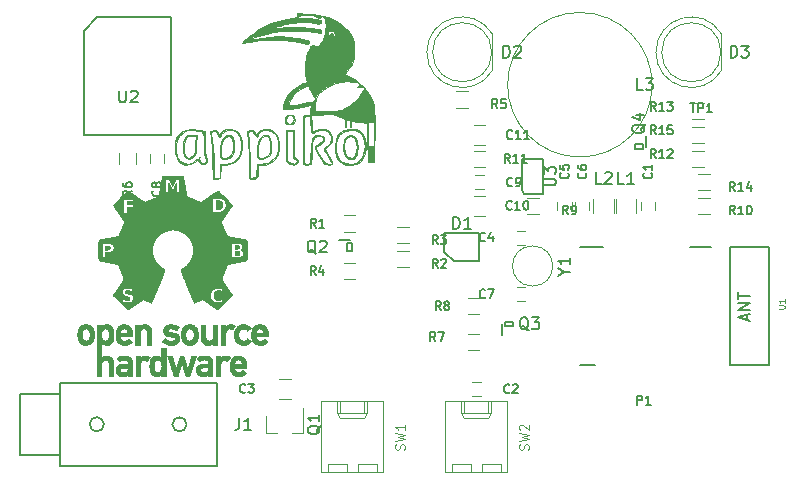
<source format=gto>
G04 #@! TF.GenerationSoftware,KiCad,Pcbnew,5.0.2-bee76a0~70~ubuntu16.04.1*
G04 #@! TF.CreationDate,2019-02-20T18:18:52+05:30*
G04 #@! TF.ProjectId,senseBe_rev2,73656e73-6542-4655-9f72-6576322e6b69,rev?*
G04 #@! TF.SameCoordinates,Original*
G04 #@! TF.FileFunction,Legend,Top*
G04 #@! TF.FilePolarity,Positive*
%FSLAX46Y46*%
G04 Gerber Fmt 4.6, Leading zero omitted, Abs format (unit mm)*
G04 Created by KiCad (PCBNEW 5.0.2-bee76a0~70~ubuntu16.04.1) date Wed Feb 20 18:18:52 2019*
%MOMM*%
%LPD*%
G01*
G04 APERTURE LIST*
%ADD10C,0.120000*%
%ADD11C,0.150000*%
%ADD12C,0.010000*%
%ADD13C,0.127000*%
%ADD14C,0.050000*%
G04 APERTURE END LIST*
D10*
G04 #@! TO.C,C10*
X36000000Y-15650000D02*
X35000000Y-15650000D01*
X35000000Y-17350000D02*
X36000000Y-17350000D01*
D11*
G04 #@! TO.C,U2*
X2000000Y-10500000D02*
X9400000Y-10500000D01*
X9400000Y-10500000D02*
X9400000Y-500000D01*
X9400000Y-500000D02*
X3150000Y-500000D01*
X2000000Y-1700000D02*
X2000000Y-10500000D01*
X2000000Y-1700000D02*
X3150000Y-500000D01*
G04 #@! TO.C,Q2*
X24700000Y-19650000D02*
X24300000Y-19650000D01*
X24300000Y-19650000D02*
X24300000Y-20350000D01*
X24300000Y-20350000D02*
X24700000Y-20350000D01*
X24700000Y-20350000D02*
X24700000Y-19650000D01*
X24500000Y-19400000D02*
X23600000Y-19400000D01*
D10*
G04 #@! TO.C,C1*
X50350000Y-16150000D02*
X50350000Y-16850000D01*
X49150000Y-16850000D02*
X49150000Y-16150000D01*
G04 #@! TO.C,C2*
X35600000Y-32600000D02*
X34900000Y-32600000D01*
X34900000Y-31400000D02*
X35600000Y-31400000D01*
G04 #@! TO.C,C3*
X18500000Y-32850000D02*
X19500000Y-32850000D01*
X19500000Y-31150000D02*
X18500000Y-31150000D01*
G04 #@! TO.C,C4*
X38650000Y-18600000D02*
X39350000Y-18600000D01*
X39350000Y-19800000D02*
X38650000Y-19800000D01*
G04 #@! TO.C,C5*
X42100000Y-16850000D02*
X42100000Y-16150000D01*
X43300000Y-16150000D02*
X43300000Y-16850000D01*
G04 #@! TO.C,C6*
X43600000Y-16850000D02*
X43600000Y-16150000D01*
X44800000Y-16150000D02*
X44800000Y-16850000D01*
G04 #@! TO.C,C7*
X39350000Y-24600000D02*
X38650000Y-24600000D01*
X38650000Y-23400000D02*
X39350000Y-23400000D01*
G04 #@! TO.C,C8*
X8800000Y-12150000D02*
X8800000Y-12850000D01*
X7600000Y-12850000D02*
X7600000Y-12150000D01*
G04 #@! TO.C,C9*
X35150000Y-13900000D02*
X35850000Y-13900000D01*
X35850000Y-15100000D02*
X35150000Y-15100000D01*
G04 #@! TO.C,C11*
X35000000Y-11350000D02*
X36000000Y-11350000D01*
X36000000Y-9650000D02*
X35000000Y-9650000D01*
D11*
G04 #@! TO.C,D1*
X32500000Y-20400000D02*
X33300000Y-21200000D01*
X33300000Y-21200000D02*
X35500000Y-21200000D01*
X35500000Y-21200000D02*
X35500000Y-18800000D01*
X35500000Y-18800000D02*
X32500000Y-18800000D01*
X32500000Y-18800000D02*
X32500000Y-20400000D01*
D10*
G04 #@! TO.C,D2*
X31040000Y-3499538D02*
G75*
G03X36590000Y-5044830I2990000J-462D01*
G01*
X31040000Y-3500462D02*
G75*
G02X36590000Y-1955170I2990000J462D01*
G01*
X36530000Y-3500000D02*
G75*
G03X36530000Y-3500000I-2500000J0D01*
G01*
X36590000Y-5045000D02*
X36590000Y-1955000D01*
G04 #@! TO.C,D3*
X55990000Y-5045000D02*
X55990000Y-1955000D01*
X55930000Y-3500000D02*
G75*
G03X55930000Y-3500000I-2500000J0D01*
G01*
X50440000Y-3500462D02*
G75*
G02X55990000Y-1955170I2990000J462D01*
G01*
X50440000Y-3499538D02*
G75*
G03X55990000Y-5044830I2990000J-462D01*
G01*
D11*
G04 #@! TO.C,J1*
X3700000Y-35000000D02*
G75*
G03X3700000Y-35000000I-600000J0D01*
G01*
X10700000Y-35000000D02*
G75*
G03X10700000Y-35000000I-600000J0D01*
G01*
X13250000Y-38500000D02*
X13250000Y-31500000D01*
X13250000Y-31500000D02*
X-50000Y-31500000D01*
X-50000Y-31500000D02*
X-50000Y-38500000D01*
X-50000Y-38500000D02*
X13250000Y-38500000D01*
X-3400000Y-37600000D02*
X-3400000Y-32400000D01*
X-3400000Y-37600000D02*
X-50000Y-37600000D01*
X-3400000Y-32400000D02*
X-50000Y-32400000D01*
D10*
G04 #@! TO.C,L1*
X48780000Y-15900000D02*
X48780000Y-17100000D01*
X47020000Y-17100000D02*
X47020000Y-15900000D01*
G04 #@! TO.C,L2*
X46880000Y-15900000D02*
X46880000Y-17100000D01*
X45120000Y-17100000D02*
X45120000Y-15900000D01*
G04 #@! TO.C,Q1*
X17420000Y-35760000D02*
X18350000Y-35760000D01*
X20580000Y-35760000D02*
X19650000Y-35760000D01*
X20580000Y-35760000D02*
X20580000Y-33600000D01*
X17420000Y-35760000D02*
X17420000Y-34300000D01*
D11*
G04 #@! TO.C,Q3*
X37650000Y-26300000D02*
X37650000Y-26700000D01*
X37650000Y-26700000D02*
X38350000Y-26700000D01*
X38350000Y-26700000D02*
X38350000Y-26300000D01*
X38350000Y-26300000D02*
X37650000Y-26300000D01*
X37400000Y-26500000D02*
X37400000Y-27400000D01*
G04 #@! TO.C,Q4*
X49600000Y-11500000D02*
X49600000Y-10600000D01*
X48650000Y-11700000D02*
X49350000Y-11700000D01*
X48650000Y-11300000D02*
X48650000Y-11700000D01*
X49350000Y-11300000D02*
X48650000Y-11300000D01*
X49350000Y-11700000D02*
X49350000Y-11300000D01*
D10*
G04 #@! TO.C,R1*
X24000000Y-17320000D02*
X25000000Y-17320000D01*
X25000000Y-18680000D02*
X24000000Y-18680000D01*
G04 #@! TO.C,R2*
X28500000Y-20320000D02*
X29500000Y-20320000D01*
X29500000Y-21680000D02*
X28500000Y-21680000D01*
G04 #@! TO.C,R3*
X29500000Y-19680000D02*
X28500000Y-19680000D01*
X28500000Y-18320000D02*
X29500000Y-18320000D01*
G04 #@! TO.C,R4*
X24000000Y-21320000D02*
X25000000Y-21320000D01*
X25000000Y-22680000D02*
X24000000Y-22680000D01*
G04 #@! TO.C,R5*
X33550000Y-6820000D02*
X34550000Y-6820000D01*
X34550000Y-8180000D02*
X33550000Y-8180000D01*
G04 #@! TO.C,R6*
X6380000Y-12000000D02*
X6380000Y-13000000D01*
X5020000Y-13000000D02*
X5020000Y-12000000D01*
G04 #@! TO.C,R7*
X34500000Y-27320000D02*
X35500000Y-27320000D01*
X35500000Y-28680000D02*
X34500000Y-28680000D01*
G04 #@! TO.C,R8*
X34500000Y-24320000D02*
X35500000Y-24320000D01*
X35500000Y-25680000D02*
X34500000Y-25680000D01*
G04 #@! TO.C,R9*
X39500000Y-15820000D02*
X40500000Y-15820000D01*
X40500000Y-17180000D02*
X39500000Y-17180000D01*
G04 #@! TO.C,R10*
X55000000Y-17180000D02*
X54000000Y-17180000D01*
X54000000Y-15820000D02*
X55000000Y-15820000D01*
G04 #@! TO.C,R11*
X36000000Y-13180000D02*
X35000000Y-13180000D01*
X35000000Y-11820000D02*
X36000000Y-11820000D01*
G04 #@! TO.C,R12*
X53500000Y-11820000D02*
X54500000Y-11820000D01*
X54500000Y-13180000D02*
X53500000Y-13180000D01*
G04 #@! TO.C,R13*
X54500000Y-9180000D02*
X53500000Y-9180000D01*
X53500000Y-7820000D02*
X54500000Y-7820000D01*
G04 #@! TO.C,R14*
X54000000Y-13820000D02*
X55000000Y-13820000D01*
X55000000Y-15180000D02*
X54000000Y-15180000D01*
G04 #@! TO.C,R15*
X53500000Y-9820000D02*
X54500000Y-9820000D01*
X54500000Y-11180000D02*
X53500000Y-11180000D01*
G04 #@! TO.C,SW1*
X22660000Y-38400000D02*
X22660000Y-39020000D01*
X24260000Y-38400000D02*
X22660000Y-38400000D01*
X24260000Y-39020000D02*
X24260000Y-38400000D01*
X25200000Y-38400000D02*
X25200000Y-39020000D01*
X26800000Y-38400000D02*
X25200000Y-38400000D01*
X26800000Y-39020000D02*
X26800000Y-38400000D01*
X23710000Y-33020000D02*
X23710000Y-34020000D01*
X25750000Y-33020000D02*
X25750000Y-34020000D01*
X23710000Y-34450000D02*
X23460000Y-34020000D01*
X25750000Y-34450000D02*
X23710000Y-34450000D01*
X26000000Y-34020000D02*
X25750000Y-34450000D01*
X23460000Y-34020000D02*
X23460000Y-33020000D01*
X26000000Y-34020000D02*
X23460000Y-34020000D01*
X26000000Y-33020000D02*
X26000000Y-34020000D01*
X22090000Y-39020000D02*
X27370000Y-39020000D01*
X22090000Y-33020000D02*
X22090000Y-39020000D01*
X27370000Y-33020000D02*
X22090000Y-33020000D01*
X27370000Y-39020000D02*
X27370000Y-33020000D01*
G04 #@! TO.C,SW2*
X37870000Y-39020000D02*
X37870000Y-33020000D01*
X37870000Y-33020000D02*
X32590000Y-33020000D01*
X32590000Y-33020000D02*
X32590000Y-39020000D01*
X32590000Y-39020000D02*
X37870000Y-39020000D01*
X36500000Y-33020000D02*
X36500000Y-34020000D01*
X36500000Y-34020000D02*
X33960000Y-34020000D01*
X33960000Y-34020000D02*
X33960000Y-33020000D01*
X36500000Y-34020000D02*
X36250000Y-34450000D01*
X36250000Y-34450000D02*
X34210000Y-34450000D01*
X34210000Y-34450000D02*
X33960000Y-34020000D01*
X36250000Y-33020000D02*
X36250000Y-34020000D01*
X34210000Y-33020000D02*
X34210000Y-34020000D01*
X37300000Y-39020000D02*
X37300000Y-38400000D01*
X37300000Y-38400000D02*
X35700000Y-38400000D01*
X35700000Y-38400000D02*
X35700000Y-39020000D01*
X34760000Y-39020000D02*
X34760000Y-38400000D01*
X34760000Y-38400000D02*
X33160000Y-38400000D01*
X33160000Y-38400000D02*
X33160000Y-39020000D01*
D11*
G04 #@! TO.C,U1*
X59999600Y-30003800D02*
X56748400Y-30003800D01*
X43997600Y-30003800D02*
X45267600Y-30003800D01*
X44023000Y-19996200D02*
X45953400Y-19996200D01*
X59999600Y-19996200D02*
X56748400Y-19996200D01*
X53319400Y-19996200D02*
X55072000Y-19996200D01*
X60000000Y-20000000D02*
X60000000Y-30000000D01*
X56750000Y-30000000D02*
X56750000Y-20000000D01*
G04 #@! TO.C,U3*
X39100000Y-15200000D02*
X39300000Y-15500000D01*
X39100000Y-15000000D02*
X39100000Y-12700000D01*
X40900000Y-12700000D02*
X40900000Y-15300000D01*
X39100000Y-12700000D02*
X39100000Y-12500000D01*
X39100000Y-12500000D02*
X40900000Y-12500000D01*
X40900000Y-12500000D02*
X40900000Y-12700000D01*
X40900000Y-15300000D02*
X40900000Y-15500000D01*
X40900000Y-15500000D02*
X39300000Y-15500000D01*
X39100000Y-15200000D02*
X39100000Y-15000000D01*
D10*
G04 #@! TO.C,Y1*
X40000000Y-23300000D02*
G75*
G03X40000000Y-19900000I0J1700000D01*
G01*
X40000000Y-23300000D02*
G75*
G02X40000000Y-19900000I0J1700000D01*
G01*
D12*
G04 #@! TO.C,G\002A\002A\002A*
G36*
X24839914Y-10558463D02*
X25042887Y-10752763D01*
X25154506Y-11081929D01*
X25176789Y-11550323D01*
X25156832Y-11821177D01*
X25099833Y-12174849D01*
X25001777Y-12390187D01*
X24838040Y-12497392D01*
X24583996Y-12526665D01*
X24581584Y-12526666D01*
X24332262Y-12497706D01*
X24171312Y-12387341D01*
X24108853Y-12303257D01*
X24010476Y-12059845D01*
X23966278Y-11697548D01*
X23965001Y-11634842D01*
X24038462Y-11634842D01*
X24080266Y-11968279D01*
X24170427Y-12219898D01*
X24208408Y-12272013D01*
X24429560Y-12411168D01*
X24679984Y-12420994D01*
X24899371Y-12307981D01*
X24988987Y-12188000D01*
X25078437Y-11893662D01*
X25101960Y-11540937D01*
X25065738Y-11183199D01*
X24975953Y-10873820D01*
X24838787Y-10666173D01*
X24810158Y-10644129D01*
X24579938Y-10581894D01*
X24333534Y-10650836D01*
X24204690Y-10753428D01*
X24100525Y-10966437D01*
X24045165Y-11280568D01*
X24038462Y-11634842D01*
X23965001Y-11634842D01*
X23962470Y-11510666D01*
X23993383Y-11052512D01*
X24091260Y-10739505D01*
X24263812Y-10558167D01*
X24518749Y-10495016D01*
X24543570Y-10494666D01*
X24839914Y-10558463D01*
X24839914Y-10558463D01*
G37*
X24839914Y-10558463D02*
X25042887Y-10752763D01*
X25154506Y-11081929D01*
X25176789Y-11550323D01*
X25156832Y-11821177D01*
X25099833Y-12174849D01*
X25001777Y-12390187D01*
X24838040Y-12497392D01*
X24583996Y-12526665D01*
X24581584Y-12526666D01*
X24332262Y-12497706D01*
X24171312Y-12387341D01*
X24108853Y-12303257D01*
X24010476Y-12059845D01*
X23966278Y-11697548D01*
X23965001Y-11634842D01*
X24038462Y-11634842D01*
X24080266Y-11968279D01*
X24170427Y-12219898D01*
X24208408Y-12272013D01*
X24429560Y-12411168D01*
X24679984Y-12420994D01*
X24899371Y-12307981D01*
X24988987Y-12188000D01*
X25078437Y-11893662D01*
X25101960Y-11540937D01*
X25065738Y-11183199D01*
X24975953Y-10873820D01*
X24838787Y-10666173D01*
X24810158Y-10644129D01*
X24579938Y-10581894D01*
X24333534Y-10650836D01*
X24204690Y-10753428D01*
X24100525Y-10966437D01*
X24045165Y-11280568D01*
X24038462Y-11634842D01*
X23965001Y-11634842D01*
X23962470Y-11510666D01*
X23993383Y-11052512D01*
X24091260Y-10739505D01*
X24263812Y-10558167D01*
X24518749Y-10495016D01*
X24543570Y-10494666D01*
X24839914Y-10558463D01*
G36*
X11805333Y-12399666D02*
X11763000Y-12442000D01*
X11720666Y-12399666D01*
X11763000Y-12357333D01*
X11805333Y-12399666D01*
X11805333Y-12399666D01*
G37*
X11805333Y-12399666D02*
X11763000Y-12442000D01*
X11720666Y-12399666D01*
X11763000Y-12357333D01*
X11805333Y-12399666D01*
G36*
X11538590Y-11250601D02*
X11514657Y-11651466D01*
X11474215Y-11926898D01*
X11408152Y-12120634D01*
X11331295Y-12245434D01*
X11118345Y-12433283D01*
X10869724Y-12513810D01*
X10639067Y-12477293D01*
X10528121Y-12391027D01*
X10451548Y-12203570D01*
X10410231Y-11905368D01*
X10403173Y-11551085D01*
X10403335Y-11548876D01*
X10493000Y-11548876D01*
X10524193Y-11990250D01*
X10614023Y-12287726D01*
X10756868Y-12436079D01*
X10947104Y-12430084D01*
X11179107Y-12264515D01*
X11219074Y-12223562D01*
X11323715Y-12090314D01*
X11389590Y-11932203D01*
X11428267Y-11703410D01*
X11451313Y-11358115D01*
X11454188Y-11292229D01*
X11484043Y-10579333D01*
X11149810Y-10579333D01*
X10858215Y-10615288D01*
X10662393Y-10737970D01*
X10547287Y-10969603D01*
X10497841Y-11332413D01*
X10493000Y-11548876D01*
X10403335Y-11548876D01*
X10429382Y-11195386D01*
X10487862Y-10892933D01*
X10558451Y-10724132D01*
X10673221Y-10584334D01*
X10818029Y-10516137D01*
X11054110Y-10495311D01*
X11138375Y-10494666D01*
X11568181Y-10494666D01*
X11538590Y-11250601D01*
X11538590Y-11250601D01*
G37*
X11538590Y-11250601D02*
X11514657Y-11651466D01*
X11474215Y-11926898D01*
X11408152Y-12120634D01*
X11331295Y-12245434D01*
X11118345Y-12433283D01*
X10869724Y-12513810D01*
X10639067Y-12477293D01*
X10528121Y-12391027D01*
X10451548Y-12203570D01*
X10410231Y-11905368D01*
X10403173Y-11551085D01*
X10403335Y-11548876D01*
X10493000Y-11548876D01*
X10524193Y-11990250D01*
X10614023Y-12287726D01*
X10756868Y-12436079D01*
X10947104Y-12430084D01*
X11179107Y-12264515D01*
X11219074Y-12223562D01*
X11323715Y-12090314D01*
X11389590Y-11932203D01*
X11428267Y-11703410D01*
X11451313Y-11358115D01*
X11454188Y-11292229D01*
X11484043Y-10579333D01*
X11149810Y-10579333D01*
X10858215Y-10615288D01*
X10662393Y-10737970D01*
X10547287Y-10969603D01*
X10497841Y-11332413D01*
X10493000Y-11548876D01*
X10403335Y-11548876D01*
X10429382Y-11195386D01*
X10487862Y-10892933D01*
X10558451Y-10724132D01*
X10673221Y-10584334D01*
X10818029Y-10516137D01*
X11054110Y-10495311D01*
X11138375Y-10494666D01*
X11568181Y-10494666D01*
X11538590Y-11250601D01*
G36*
X17546205Y-10523056D02*
X17695988Y-10618209D01*
X17786669Y-10819772D01*
X17831274Y-11151006D01*
X17841550Y-11434753D01*
X17818248Y-11886984D01*
X17722847Y-12200606D01*
X17541529Y-12395997D01*
X17260474Y-12493535D01*
X17112396Y-12510026D01*
X16870691Y-12517054D01*
X16745234Y-12481119D01*
X16684122Y-12379230D01*
X16665347Y-12311998D01*
X16645956Y-12110205D01*
X16714909Y-12110205D01*
X16744433Y-12309306D01*
X16866384Y-12420795D01*
X17075166Y-12446307D01*
X17315117Y-12391354D01*
X17530577Y-12261450D01*
X17564813Y-12228048D01*
X17673426Y-12089431D01*
X17733000Y-11930682D01*
X17756092Y-11698943D01*
X17756664Y-11420573D01*
X17736782Y-11088865D01*
X17693407Y-10828945D01*
X17641173Y-10698910D01*
X17460413Y-10593344D01*
X17243063Y-10622626D01*
X17034971Y-10773691D01*
X16944901Y-10897309D01*
X16851183Y-11133179D01*
X16775678Y-11455742D01*
X16727287Y-11802313D01*
X16714909Y-12110205D01*
X16645956Y-12110205D01*
X16635569Y-12002126D01*
X16662347Y-11610408D01*
X16735906Y-11210796D01*
X16846472Y-10877246D01*
X16858285Y-10852215D01*
X16985682Y-10640879D01*
X17135297Y-10542550D01*
X17324295Y-10511052D01*
X17546205Y-10523056D01*
X17546205Y-10523056D01*
G37*
X17546205Y-10523056D02*
X17695988Y-10618209D01*
X17786669Y-10819772D01*
X17831274Y-11151006D01*
X17841550Y-11434753D01*
X17818248Y-11886984D01*
X17722847Y-12200606D01*
X17541529Y-12395997D01*
X17260474Y-12493535D01*
X17112396Y-12510026D01*
X16870691Y-12517054D01*
X16745234Y-12481119D01*
X16684122Y-12379230D01*
X16665347Y-12311998D01*
X16645956Y-12110205D01*
X16714909Y-12110205D01*
X16744433Y-12309306D01*
X16866384Y-12420795D01*
X17075166Y-12446307D01*
X17315117Y-12391354D01*
X17530577Y-12261450D01*
X17564813Y-12228048D01*
X17673426Y-12089431D01*
X17733000Y-11930682D01*
X17756092Y-11698943D01*
X17756664Y-11420573D01*
X17736782Y-11088865D01*
X17693407Y-10828945D01*
X17641173Y-10698910D01*
X17460413Y-10593344D01*
X17243063Y-10622626D01*
X17034971Y-10773691D01*
X16944901Y-10897309D01*
X16851183Y-11133179D01*
X16775678Y-11455742D01*
X16727287Y-11802313D01*
X16714909Y-12110205D01*
X16645956Y-12110205D01*
X16635569Y-12002126D01*
X16662347Y-11610408D01*
X16735906Y-11210796D01*
X16846472Y-10877246D01*
X16858285Y-10852215D01*
X16985682Y-10640879D01*
X17135297Y-10542550D01*
X17324295Y-10511052D01*
X17546205Y-10523056D01*
G36*
X14407718Y-10517084D02*
X14550989Y-10598254D01*
X14645152Y-10784192D01*
X14713918Y-11104529D01*
X14725319Y-11178019D01*
X14738651Y-11549421D01*
X14682898Y-11924137D01*
X14571424Y-12239884D01*
X14464048Y-12395856D01*
X14280711Y-12486849D01*
X13996155Y-12526207D01*
X13959898Y-12526666D01*
X13722072Y-12514709D01*
X13599670Y-12460668D01*
X13539431Y-12337289D01*
X13531544Y-12307471D01*
X13512807Y-12110246D01*
X13582232Y-12110246D01*
X13611766Y-12309306D01*
X13731633Y-12413887D01*
X13940940Y-12444904D01*
X14178267Y-12405703D01*
X14382196Y-12299631D01*
X14418653Y-12265340D01*
X14550199Y-12056292D01*
X14637560Y-11799067D01*
X14638205Y-11795670D01*
X14662054Y-11499095D01*
X14640457Y-11176782D01*
X14582281Y-10887823D01*
X14496397Y-10691310D01*
X14467789Y-10660228D01*
X14262835Y-10585842D01*
X14039997Y-10654490D01*
X13841493Y-10850901D01*
X13812381Y-10897309D01*
X13718594Y-11133164D01*
X13643034Y-11455736D01*
X13594611Y-11802328D01*
X13582232Y-12110246D01*
X13512807Y-12110246D01*
X13502484Y-12001595D01*
X13529282Y-11613186D01*
X13602130Y-11215795D01*
X13711219Y-10882971D01*
X13725618Y-10852215D01*
X13853015Y-10640879D01*
X14002630Y-10542550D01*
X14191629Y-10511052D01*
X14407718Y-10517084D01*
X14407718Y-10517084D01*
G37*
X14407718Y-10517084D02*
X14550989Y-10598254D01*
X14645152Y-10784192D01*
X14713918Y-11104529D01*
X14725319Y-11178019D01*
X14738651Y-11549421D01*
X14682898Y-11924137D01*
X14571424Y-12239884D01*
X14464048Y-12395856D01*
X14280711Y-12486849D01*
X13996155Y-12526207D01*
X13959898Y-12526666D01*
X13722072Y-12514709D01*
X13599670Y-12460668D01*
X13539431Y-12337289D01*
X13531544Y-12307471D01*
X13512807Y-12110246D01*
X13582232Y-12110246D01*
X13611766Y-12309306D01*
X13731633Y-12413887D01*
X13940940Y-12444904D01*
X14178267Y-12405703D01*
X14382196Y-12299631D01*
X14418653Y-12265340D01*
X14550199Y-12056292D01*
X14637560Y-11799067D01*
X14638205Y-11795670D01*
X14662054Y-11499095D01*
X14640457Y-11176782D01*
X14582281Y-10887823D01*
X14496397Y-10691310D01*
X14467789Y-10660228D01*
X14262835Y-10585842D01*
X14039997Y-10654490D01*
X13841493Y-10850901D01*
X13812381Y-10897309D01*
X13718594Y-11133164D01*
X13643034Y-11455736D01*
X13594611Y-11802328D01*
X13582232Y-12110246D01*
X13512807Y-12110246D01*
X13502484Y-12001595D01*
X13529282Y-11613186D01*
X13602130Y-11215795D01*
X13711219Y-10882971D01*
X13725618Y-10852215D01*
X13853015Y-10640879D01*
X14002630Y-10542550D01*
X14191629Y-10511052D01*
X14407718Y-10517084D01*
G36*
X19673552Y-8842142D02*
X19825897Y-9018140D01*
X19857747Y-9254459D01*
X19783022Y-9450787D01*
X19629235Y-9561064D01*
X19400544Y-9607644D01*
X19184180Y-9575667D01*
X19150166Y-9558598D01*
X19039898Y-9407120D01*
X19006655Y-9189455D01*
X19110173Y-9189455D01*
X19142503Y-9391151D01*
X19172245Y-9437432D01*
X19309091Y-9547992D01*
X19472502Y-9535250D01*
X19600232Y-9475687D01*
X19737168Y-9329488D01*
X19754484Y-9143329D01*
X19676009Y-8967228D01*
X19525573Y-8851205D01*
X19327002Y-8845280D01*
X19303735Y-8853309D01*
X19170117Y-8982632D01*
X19110173Y-9189455D01*
X19006655Y-9189455D01*
X19004755Y-9177018D01*
X19052781Y-8945148D01*
X19080514Y-8893055D01*
X19212171Y-8808676D01*
X19423079Y-8773115D01*
X19425333Y-8773111D01*
X19673552Y-8842142D01*
X19673552Y-8842142D01*
G37*
X19673552Y-8842142D02*
X19825897Y-9018140D01*
X19857747Y-9254459D01*
X19783022Y-9450787D01*
X19629235Y-9561064D01*
X19400544Y-9607644D01*
X19184180Y-9575667D01*
X19150166Y-9558598D01*
X19039898Y-9407120D01*
X19006655Y-9189455D01*
X19110173Y-9189455D01*
X19142503Y-9391151D01*
X19172245Y-9437432D01*
X19309091Y-9547992D01*
X19472502Y-9535250D01*
X19600232Y-9475687D01*
X19737168Y-9329488D01*
X19754484Y-9143329D01*
X19676009Y-8967228D01*
X19525573Y-8851205D01*
X19327002Y-8845280D01*
X19303735Y-8853309D01*
X19170117Y-8982632D01*
X19110173Y-9189455D01*
X19006655Y-9189455D01*
X19004755Y-9177018D01*
X19052781Y-8945148D01*
X19080514Y-8893055D01*
X19212171Y-8808676D01*
X19423079Y-8773115D01*
X19425333Y-8773111D01*
X19673552Y-8842142D01*
G36*
X25009786Y-10032087D02*
X25377542Y-10172309D01*
X25636850Y-10434729D01*
X25793879Y-10826219D01*
X25854801Y-11353651D01*
X25855933Y-11486780D01*
X25802407Y-12043920D01*
X25646944Y-12468687D01*
X25383919Y-12767985D01*
X25007709Y-12948714D01*
X24612304Y-13013180D01*
X24246541Y-13013141D01*
X23967813Y-12948197D01*
X23828000Y-12882087D01*
X23562943Y-12646204D01*
X23377923Y-12299741D01*
X23273856Y-11881828D01*
X23266710Y-11736863D01*
X23335373Y-11736863D01*
X23418227Y-12159482D01*
X23595846Y-12521745D01*
X23857023Y-12775900D01*
X24217408Y-12916791D01*
X24630597Y-12941553D01*
X25025892Y-12849901D01*
X25162273Y-12781124D01*
X25475732Y-12524090D01*
X25671547Y-12193046D01*
X25763576Y-11758684D01*
X25775016Y-11485295D01*
X25741815Y-11005782D01*
X25631851Y-10647441D01*
X25430491Y-10373922D01*
X25276707Y-10247341D01*
X24952886Y-10107985D01*
X24560946Y-10070919D01*
X24167887Y-10136373D01*
X23928910Y-10242732D01*
X23644053Y-10506823D01*
X23449421Y-10870538D01*
X23346149Y-11293883D01*
X23335373Y-11736863D01*
X23266710Y-11736863D01*
X23251660Y-11431599D01*
X23312252Y-10988184D01*
X23456548Y-10590715D01*
X23685466Y-10278325D01*
X23765411Y-10211013D01*
X24035318Y-10081410D01*
X24427186Y-10014168D01*
X24527411Y-10007191D01*
X25009786Y-10032087D01*
X25009786Y-10032087D01*
G37*
X25009786Y-10032087D02*
X25377542Y-10172309D01*
X25636850Y-10434729D01*
X25793879Y-10826219D01*
X25854801Y-11353651D01*
X25855933Y-11486780D01*
X25802407Y-12043920D01*
X25646944Y-12468687D01*
X25383919Y-12767985D01*
X25007709Y-12948714D01*
X24612304Y-13013180D01*
X24246541Y-13013141D01*
X23967813Y-12948197D01*
X23828000Y-12882087D01*
X23562943Y-12646204D01*
X23377923Y-12299741D01*
X23273856Y-11881828D01*
X23266710Y-11736863D01*
X23335373Y-11736863D01*
X23418227Y-12159482D01*
X23595846Y-12521745D01*
X23857023Y-12775900D01*
X24217408Y-12916791D01*
X24630597Y-12941553D01*
X25025892Y-12849901D01*
X25162273Y-12781124D01*
X25475732Y-12524090D01*
X25671547Y-12193046D01*
X25763576Y-11758684D01*
X25775016Y-11485295D01*
X25741815Y-11005782D01*
X25631851Y-10647441D01*
X25430491Y-10373922D01*
X25276707Y-10247341D01*
X24952886Y-10107985D01*
X24560946Y-10070919D01*
X24167887Y-10136373D01*
X23928910Y-10242732D01*
X23644053Y-10506823D01*
X23449421Y-10870538D01*
X23346149Y-11293883D01*
X23335373Y-11736863D01*
X23266710Y-11736863D01*
X23251660Y-11431599D01*
X23312252Y-10988184D01*
X23456548Y-10590715D01*
X23685466Y-10278325D01*
X23765411Y-10211013D01*
X24035318Y-10081410D01*
X24427186Y-10014168D01*
X24527411Y-10007191D01*
X25009786Y-10032087D01*
G36*
X21182166Y-8791961D02*
X21237056Y-8853894D01*
X21270987Y-9040048D01*
X21286427Y-9368542D01*
X21288000Y-9569380D01*
X21290653Y-9928763D01*
X21302070Y-10144376D01*
X21327440Y-10241746D01*
X21371949Y-10246397D01*
X21417721Y-10207706D01*
X21640680Y-10080091D01*
X21962206Y-10009324D01*
X22317651Y-10007148D01*
X22431640Y-10023534D01*
X22734287Y-10157072D01*
X22931190Y-10414254D01*
X23010469Y-10777784D01*
X23011035Y-10867030D01*
X22978013Y-11116060D01*
X22868225Y-11307949D01*
X22701793Y-11469601D01*
X22401545Y-11729145D01*
X22740194Y-12261776D01*
X22898638Y-12535318D01*
X23003617Y-12764659D01*
X23035104Y-12905113D01*
X23032745Y-12914537D01*
X22919191Y-13003915D01*
X22716734Y-13031033D01*
X22494519Y-12994415D01*
X22362555Y-12928833D01*
X22250305Y-12804301D01*
X22093269Y-12580265D01*
X21917959Y-12301349D01*
X21750886Y-12012183D01*
X21618561Y-11757391D01*
X21547496Y-11581602D01*
X21542000Y-11547583D01*
X21611622Y-11439288D01*
X21782714Y-11320647D01*
X21817951Y-11302997D01*
X22082425Y-11133584D01*
X22233115Y-10944063D01*
X22250412Y-10764315D01*
X22213827Y-10699698D01*
X22024050Y-10588498D01*
X21782702Y-10596069D01*
X21550169Y-10714146D01*
X21463478Y-10802418D01*
X21385505Y-10920828D01*
X21334447Y-11063418D01*
X21304829Y-11266900D01*
X21291174Y-11567985D01*
X21288000Y-11978692D01*
X21284256Y-12404929D01*
X21270483Y-12690572D01*
X21242862Y-12864248D01*
X21197579Y-12954583D01*
X21154075Y-12983274D01*
X20853225Y-13024982D01*
X20631833Y-12978593D01*
X20596003Y-12922134D01*
X20568631Y-12774817D01*
X20548896Y-12520907D01*
X20535977Y-12144669D01*
X20529053Y-11630367D01*
X20527296Y-10974444D01*
X20529734Y-10510324D01*
X20610655Y-10510324D01*
X20610666Y-10901231D01*
X20613199Y-11457747D01*
X20620299Y-11956986D01*
X20631220Y-12374249D01*
X20645215Y-12684836D01*
X20661538Y-12864048D01*
X20670998Y-12897442D01*
X20792925Y-12934526D01*
X20946164Y-12932720D01*
X21036395Y-12917286D01*
X21098308Y-12876744D01*
X21138910Y-12782392D01*
X21165207Y-12605528D01*
X21184205Y-12317453D01*
X21202909Y-11889464D01*
X21203333Y-11879173D01*
X21233398Y-11360113D01*
X21281860Y-10987157D01*
X21360181Y-10737221D01*
X21479824Y-10587218D01*
X21652254Y-10514062D01*
X21888934Y-10494667D01*
X21890810Y-10494666D01*
X22158353Y-10551063D01*
X22311169Y-10695253D01*
X22348434Y-10889730D01*
X22269328Y-11096991D01*
X22073027Y-11279533D01*
X21909718Y-11357664D01*
X21722549Y-11440829D01*
X21629082Y-11512698D01*
X21626666Y-11521607D01*
X21667913Y-11625387D01*
X21774830Y-11828859D01*
X21922184Y-12088851D01*
X22084743Y-12362189D01*
X22237271Y-12605701D01*
X22354537Y-12776214D01*
X22374928Y-12801833D01*
X22501757Y-12883462D01*
X22686432Y-12939187D01*
X22864691Y-12958013D01*
X22972270Y-12928944D01*
X22981333Y-12905591D01*
X22939281Y-12817640D01*
X22828164Y-12625960D01*
X22670540Y-12369226D01*
X22642666Y-12324942D01*
X22478929Y-12055550D01*
X22358705Y-11838434D01*
X22304922Y-11715369D01*
X22304000Y-11707939D01*
X22366151Y-11609582D01*
X22519840Y-11468696D01*
X22562255Y-11436241D01*
X22831050Y-11161820D01*
X22939020Y-10860537D01*
X22888821Y-10560393D01*
X22688718Y-10273005D01*
X22397572Y-10108000D01*
X22049344Y-10073540D01*
X21677999Y-10177782D01*
X21560625Y-10241284D01*
X21409870Y-10326075D01*
X21309615Y-10345969D01*
X21248040Y-10278374D01*
X21213330Y-10100701D01*
X21193667Y-9790359D01*
X21183836Y-9521000D01*
X21169051Y-9184601D01*
X21146303Y-8984852D01*
X21105964Y-8889079D01*
X21038404Y-8864605D01*
X20991666Y-8868855D01*
X20870726Y-8888046D01*
X20778523Y-8918828D01*
X20711160Y-8981976D01*
X20664744Y-9098264D01*
X20635380Y-9288469D01*
X20619174Y-9573363D01*
X20612230Y-9973724D01*
X20610655Y-10510324D01*
X20529734Y-10510324D01*
X20530254Y-10411499D01*
X20537841Y-9903251D01*
X20549282Y-9474829D01*
X20563803Y-9151363D01*
X20580627Y-8957985D01*
X20590796Y-8915835D01*
X20725197Y-8834420D01*
X20962823Y-8790780D01*
X21182166Y-8791961D01*
X21182166Y-8791961D01*
G37*
X21182166Y-8791961D02*
X21237056Y-8853894D01*
X21270987Y-9040048D01*
X21286427Y-9368542D01*
X21288000Y-9569380D01*
X21290653Y-9928763D01*
X21302070Y-10144376D01*
X21327440Y-10241746D01*
X21371949Y-10246397D01*
X21417721Y-10207706D01*
X21640680Y-10080091D01*
X21962206Y-10009324D01*
X22317651Y-10007148D01*
X22431640Y-10023534D01*
X22734287Y-10157072D01*
X22931190Y-10414254D01*
X23010469Y-10777784D01*
X23011035Y-10867030D01*
X22978013Y-11116060D01*
X22868225Y-11307949D01*
X22701793Y-11469601D01*
X22401545Y-11729145D01*
X22740194Y-12261776D01*
X22898638Y-12535318D01*
X23003617Y-12764659D01*
X23035104Y-12905113D01*
X23032745Y-12914537D01*
X22919191Y-13003915D01*
X22716734Y-13031033D01*
X22494519Y-12994415D01*
X22362555Y-12928833D01*
X22250305Y-12804301D01*
X22093269Y-12580265D01*
X21917959Y-12301349D01*
X21750886Y-12012183D01*
X21618561Y-11757391D01*
X21547496Y-11581602D01*
X21542000Y-11547583D01*
X21611622Y-11439288D01*
X21782714Y-11320647D01*
X21817951Y-11302997D01*
X22082425Y-11133584D01*
X22233115Y-10944063D01*
X22250412Y-10764315D01*
X22213827Y-10699698D01*
X22024050Y-10588498D01*
X21782702Y-10596069D01*
X21550169Y-10714146D01*
X21463478Y-10802418D01*
X21385505Y-10920828D01*
X21334447Y-11063418D01*
X21304829Y-11266900D01*
X21291174Y-11567985D01*
X21288000Y-11978692D01*
X21284256Y-12404929D01*
X21270483Y-12690572D01*
X21242862Y-12864248D01*
X21197579Y-12954583D01*
X21154075Y-12983274D01*
X20853225Y-13024982D01*
X20631833Y-12978593D01*
X20596003Y-12922134D01*
X20568631Y-12774817D01*
X20548896Y-12520907D01*
X20535977Y-12144669D01*
X20529053Y-11630367D01*
X20527296Y-10974444D01*
X20529734Y-10510324D01*
X20610655Y-10510324D01*
X20610666Y-10901231D01*
X20613199Y-11457747D01*
X20620299Y-11956986D01*
X20631220Y-12374249D01*
X20645215Y-12684836D01*
X20661538Y-12864048D01*
X20670998Y-12897442D01*
X20792925Y-12934526D01*
X20946164Y-12932720D01*
X21036395Y-12917286D01*
X21098308Y-12876744D01*
X21138910Y-12782392D01*
X21165207Y-12605528D01*
X21184205Y-12317453D01*
X21202909Y-11889464D01*
X21203333Y-11879173D01*
X21233398Y-11360113D01*
X21281860Y-10987157D01*
X21360181Y-10737221D01*
X21479824Y-10587218D01*
X21652254Y-10514062D01*
X21888934Y-10494667D01*
X21890810Y-10494666D01*
X22158353Y-10551063D01*
X22311169Y-10695253D01*
X22348434Y-10889730D01*
X22269328Y-11096991D01*
X22073027Y-11279533D01*
X21909718Y-11357664D01*
X21722549Y-11440829D01*
X21629082Y-11512698D01*
X21626666Y-11521607D01*
X21667913Y-11625387D01*
X21774830Y-11828859D01*
X21922184Y-12088851D01*
X22084743Y-12362189D01*
X22237271Y-12605701D01*
X22354537Y-12776214D01*
X22374928Y-12801833D01*
X22501757Y-12883462D01*
X22686432Y-12939187D01*
X22864691Y-12958013D01*
X22972270Y-12928944D01*
X22981333Y-12905591D01*
X22939281Y-12817640D01*
X22828164Y-12625960D01*
X22670540Y-12369226D01*
X22642666Y-12324942D01*
X22478929Y-12055550D01*
X22358705Y-11838434D01*
X22304922Y-11715369D01*
X22304000Y-11707939D01*
X22366151Y-11609582D01*
X22519840Y-11468696D01*
X22562255Y-11436241D01*
X22831050Y-11161820D01*
X22939020Y-10860537D01*
X22888821Y-10560393D01*
X22688718Y-10273005D01*
X22397572Y-10108000D01*
X22049344Y-10073540D01*
X21677999Y-10177782D01*
X21560625Y-10241284D01*
X21409870Y-10326075D01*
X21309615Y-10345969D01*
X21248040Y-10278374D01*
X21213330Y-10100701D01*
X21193667Y-9790359D01*
X21183836Y-9521000D01*
X21169051Y-9184601D01*
X21146303Y-8984852D01*
X21105964Y-8889079D01*
X21038404Y-8864605D01*
X20991666Y-8868855D01*
X20870726Y-8888046D01*
X20778523Y-8918828D01*
X20711160Y-8981976D01*
X20664744Y-9098264D01*
X20635380Y-9288469D01*
X20619174Y-9573363D01*
X20612230Y-9973724D01*
X20610655Y-10510324D01*
X20529734Y-10510324D01*
X20530254Y-10411499D01*
X20537841Y-9903251D01*
X20549282Y-9474829D01*
X20563803Y-9151363D01*
X20580627Y-8957985D01*
X20590796Y-8915835D01*
X20725197Y-8834420D01*
X20962823Y-8790780D01*
X21182166Y-8791961D01*
G36*
X19764000Y-11222259D02*
X19765717Y-11685675D01*
X19773333Y-12007064D01*
X19790542Y-12213718D01*
X19821037Y-12332929D01*
X19868514Y-12391990D01*
X19925505Y-12415420D01*
X20083826Y-12528961D01*
X20133564Y-12713746D01*
X20057151Y-12898227D01*
X20046748Y-12909156D01*
X19827092Y-13018665D01*
X19550414Y-13003090D01*
X19383000Y-12933494D01*
X19220400Y-12817891D01*
X19151463Y-12745569D01*
X19129740Y-12632526D01*
X19111149Y-12382002D01*
X19097151Y-12025838D01*
X19089207Y-11595878D01*
X19087963Y-11362500D01*
X19086752Y-10156000D01*
X19171333Y-10156000D01*
X19171333Y-11380368D01*
X19172874Y-11862157D01*
X19180111Y-12204184D01*
X19196966Y-12436008D01*
X19227359Y-12587190D01*
X19275211Y-12687292D01*
X19344444Y-12765874D01*
X19356631Y-12777368D01*
X19592292Y-12918985D01*
X19831394Y-12938933D01*
X19994450Y-12855016D01*
X20052398Y-12711157D01*
X20001276Y-12575378D01*
X19891000Y-12526666D01*
X19809358Y-12502742D01*
X19751191Y-12415698D01*
X19712821Y-12242625D01*
X19690573Y-11960615D01*
X19680771Y-11546759D01*
X19679333Y-11207408D01*
X19679333Y-10156000D01*
X19171333Y-10156000D01*
X19086752Y-10156000D01*
X19086666Y-10071333D01*
X19764000Y-10071333D01*
X19764000Y-11222259D01*
X19764000Y-11222259D01*
G37*
X19764000Y-11222259D02*
X19765717Y-11685675D01*
X19773333Y-12007064D01*
X19790542Y-12213718D01*
X19821037Y-12332929D01*
X19868514Y-12391990D01*
X19925505Y-12415420D01*
X20083826Y-12528961D01*
X20133564Y-12713746D01*
X20057151Y-12898227D01*
X20046748Y-12909156D01*
X19827092Y-13018665D01*
X19550414Y-13003090D01*
X19383000Y-12933494D01*
X19220400Y-12817891D01*
X19151463Y-12745569D01*
X19129740Y-12632526D01*
X19111149Y-12382002D01*
X19097151Y-12025838D01*
X19089207Y-11595878D01*
X19087963Y-11362500D01*
X19086752Y-10156000D01*
X19171333Y-10156000D01*
X19171333Y-11380368D01*
X19172874Y-11862157D01*
X19180111Y-12204184D01*
X19196966Y-12436008D01*
X19227359Y-12587190D01*
X19275211Y-12687292D01*
X19344444Y-12765874D01*
X19356631Y-12777368D01*
X19592292Y-12918985D01*
X19831394Y-12938933D01*
X19994450Y-12855016D01*
X20052398Y-12711157D01*
X20001276Y-12575378D01*
X19891000Y-12526666D01*
X19809358Y-12502742D01*
X19751191Y-12415698D01*
X19712821Y-12242625D01*
X19690573Y-11960615D01*
X19680771Y-11546759D01*
X19679333Y-11207408D01*
X19679333Y-10156000D01*
X19171333Y-10156000D01*
X19086752Y-10156000D01*
X19086666Y-10071333D01*
X19764000Y-10071333D01*
X19764000Y-11222259D01*
G36*
X11739735Y-10065652D02*
X11801165Y-10078349D01*
X12228666Y-10170031D01*
X12230686Y-11030849D01*
X12239810Y-11522143D01*
X12269942Y-11907442D01*
X12329201Y-12249593D01*
X12425707Y-12611442D01*
X12441682Y-12664087D01*
X12450762Y-12797253D01*
X12350652Y-12887486D01*
X12215392Y-12941940D01*
X11987575Y-12985938D01*
X11829651Y-12909474D01*
X11698395Y-12689728D01*
X11686705Y-12662826D01*
X11613199Y-12636996D01*
X11528585Y-12713838D01*
X11286497Y-12895608D01*
X10953462Y-13003983D01*
X10597583Y-13023687D01*
X10366000Y-12974601D01*
X10066541Y-12777254D01*
X9847947Y-12445827D01*
X9719759Y-11999818D01*
X9688666Y-11590505D01*
X9690871Y-11569725D01*
X9773333Y-11569725D01*
X9794735Y-11925512D01*
X9851409Y-12226862D01*
X9898641Y-12354062D01*
X10142009Y-12680143D01*
X10452624Y-12882187D01*
X10796341Y-12946658D01*
X11139014Y-12860025D01*
X11154732Y-12851896D01*
X11348749Y-12709800D01*
X11447816Y-12601443D01*
X11583725Y-12504631D01*
X11725641Y-12516194D01*
X11803501Y-12626155D01*
X11805333Y-12652358D01*
X11875017Y-12813449D01*
X12044499Y-12884889D01*
X12196829Y-12862258D01*
X12297387Y-12813156D01*
X12336170Y-12735978D01*
X12318909Y-12584105D01*
X12260329Y-12345557D01*
X12207765Y-12053957D01*
X12167561Y-11661573D01*
X12146000Y-11236844D01*
X12144000Y-11077940D01*
X12141992Y-10676898D01*
X12117586Y-10413228D01*
X12043209Y-10255047D01*
X11891287Y-10170472D01*
X11634247Y-10127619D01*
X11297333Y-10098952D01*
X10977486Y-10081854D01*
X10761093Y-10102409D01*
X10584257Y-10172441D01*
X10452681Y-10255257D01*
X10091557Y-10566238D01*
X9874228Y-10924162D01*
X9780632Y-11367850D01*
X9773333Y-11569725D01*
X9690871Y-11569725D01*
X9748623Y-11025540D01*
X9926107Y-10581488D01*
X10217539Y-10260912D01*
X10619341Y-10066372D01*
X11127932Y-10000432D01*
X11739735Y-10065652D01*
X11739735Y-10065652D01*
G37*
X11739735Y-10065652D02*
X11801165Y-10078349D01*
X12228666Y-10170031D01*
X12230686Y-11030849D01*
X12239810Y-11522143D01*
X12269942Y-11907442D01*
X12329201Y-12249593D01*
X12425707Y-12611442D01*
X12441682Y-12664087D01*
X12450762Y-12797253D01*
X12350652Y-12887486D01*
X12215392Y-12941940D01*
X11987575Y-12985938D01*
X11829651Y-12909474D01*
X11698395Y-12689728D01*
X11686705Y-12662826D01*
X11613199Y-12636996D01*
X11528585Y-12713838D01*
X11286497Y-12895608D01*
X10953462Y-13003983D01*
X10597583Y-13023687D01*
X10366000Y-12974601D01*
X10066541Y-12777254D01*
X9847947Y-12445827D01*
X9719759Y-11999818D01*
X9688666Y-11590505D01*
X9690871Y-11569725D01*
X9773333Y-11569725D01*
X9794735Y-11925512D01*
X9851409Y-12226862D01*
X9898641Y-12354062D01*
X10142009Y-12680143D01*
X10452624Y-12882187D01*
X10796341Y-12946658D01*
X11139014Y-12860025D01*
X11154732Y-12851896D01*
X11348749Y-12709800D01*
X11447816Y-12601443D01*
X11583725Y-12504631D01*
X11725641Y-12516194D01*
X11803501Y-12626155D01*
X11805333Y-12652358D01*
X11875017Y-12813449D01*
X12044499Y-12884889D01*
X12196829Y-12862258D01*
X12297387Y-12813156D01*
X12336170Y-12735978D01*
X12318909Y-12584105D01*
X12260329Y-12345557D01*
X12207765Y-12053957D01*
X12167561Y-11661573D01*
X12146000Y-11236844D01*
X12144000Y-11077940D01*
X12141992Y-10676898D01*
X12117586Y-10413228D01*
X12043209Y-10255047D01*
X11891287Y-10170472D01*
X11634247Y-10127619D01*
X11297333Y-10098952D01*
X10977486Y-10081854D01*
X10761093Y-10102409D01*
X10584257Y-10172441D01*
X10452681Y-10255257D01*
X10091557Y-10566238D01*
X9874228Y-10924162D01*
X9780632Y-11367850D01*
X9773333Y-11569725D01*
X9690871Y-11569725D01*
X9748623Y-11025540D01*
X9926107Y-10581488D01*
X10217539Y-10260912D01*
X10619341Y-10066372D01*
X11127932Y-10000432D01*
X11739735Y-10065652D01*
G36*
X17713637Y-10019334D02*
X18040455Y-10144541D01*
X18290051Y-10394522D01*
X18461450Y-10756601D01*
X18548751Y-11189756D01*
X18546054Y-11652959D01*
X18447457Y-12105188D01*
X18354293Y-12326405D01*
X18108168Y-12638578D01*
X17748683Y-12876559D01*
X17325225Y-13012918D01*
X17079060Y-13034666D01*
X16716000Y-13034666D01*
X16716000Y-13575941D01*
X16705268Y-13893653D01*
X16667867Y-14077634D01*
X16595992Y-14162430D01*
X16582075Y-14168608D01*
X16373797Y-14213002D01*
X16156133Y-14212081D01*
X16013685Y-14166593D01*
X16010444Y-14163555D01*
X15992788Y-14064957D01*
X15977390Y-13824291D01*
X15965177Y-13468816D01*
X15957073Y-13025791D01*
X15954004Y-12522476D01*
X15954000Y-12501211D01*
X15948383Y-11883107D01*
X15932332Y-11352427D01*
X15907045Y-10932767D01*
X15873721Y-10647722D01*
X15855768Y-10567443D01*
X15794735Y-10331856D01*
X15796685Y-10319274D01*
X15893073Y-10319274D01*
X15907266Y-10471598D01*
X15942547Y-10582875D01*
X15978388Y-10776637D01*
X16006795Y-11119474D01*
X16026758Y-11591246D01*
X16037269Y-12171817D01*
X16038666Y-12502331D01*
X16038666Y-14146062D01*
X16589000Y-14093000D01*
X16639070Y-12950000D01*
X17024572Y-12950000D01*
X17340316Y-12917284D01*
X17643334Y-12836063D01*
X17705593Y-12809767D01*
X18033734Y-12578846D01*
X18269229Y-12261737D01*
X18414742Y-11887571D01*
X18472936Y-11485478D01*
X18446475Y-11084591D01*
X18338023Y-10714041D01*
X18150244Y-10402958D01*
X17885801Y-10180473D01*
X17547360Y-10075719D01*
X17455181Y-10071333D01*
X17200278Y-10118942D01*
X16956377Y-10238872D01*
X16777289Y-10396775D01*
X16716000Y-10543145D01*
X16674845Y-10641956D01*
X16577197Y-10619869D01*
X16461781Y-10496012D01*
X16403602Y-10388833D01*
X16269835Y-10198486D01*
X16098531Y-10170201D01*
X15963714Y-10232871D01*
X15893073Y-10319274D01*
X15796685Y-10319274D01*
X15814161Y-10206565D01*
X15941386Y-10141080D01*
X16106548Y-10104323D01*
X16300703Y-10085987D01*
X16404914Y-10158653D01*
X16459999Y-10277738D01*
X16546249Y-10504593D01*
X16741940Y-10277090D01*
X17003480Y-10091077D01*
X17347338Y-10003121D01*
X17713637Y-10019334D01*
X17713637Y-10019334D01*
G37*
X17713637Y-10019334D02*
X18040455Y-10144541D01*
X18290051Y-10394522D01*
X18461450Y-10756601D01*
X18548751Y-11189756D01*
X18546054Y-11652959D01*
X18447457Y-12105188D01*
X18354293Y-12326405D01*
X18108168Y-12638578D01*
X17748683Y-12876559D01*
X17325225Y-13012918D01*
X17079060Y-13034666D01*
X16716000Y-13034666D01*
X16716000Y-13575941D01*
X16705268Y-13893653D01*
X16667867Y-14077634D01*
X16595992Y-14162430D01*
X16582075Y-14168608D01*
X16373797Y-14213002D01*
X16156133Y-14212081D01*
X16013685Y-14166593D01*
X16010444Y-14163555D01*
X15992788Y-14064957D01*
X15977390Y-13824291D01*
X15965177Y-13468816D01*
X15957073Y-13025791D01*
X15954004Y-12522476D01*
X15954000Y-12501211D01*
X15948383Y-11883107D01*
X15932332Y-11352427D01*
X15907045Y-10932767D01*
X15873721Y-10647722D01*
X15855768Y-10567443D01*
X15794735Y-10331856D01*
X15796685Y-10319274D01*
X15893073Y-10319274D01*
X15907266Y-10471598D01*
X15942547Y-10582875D01*
X15978388Y-10776637D01*
X16006795Y-11119474D01*
X16026758Y-11591246D01*
X16037269Y-12171817D01*
X16038666Y-12502331D01*
X16038666Y-14146062D01*
X16589000Y-14093000D01*
X16639070Y-12950000D01*
X17024572Y-12950000D01*
X17340316Y-12917284D01*
X17643334Y-12836063D01*
X17705593Y-12809767D01*
X18033734Y-12578846D01*
X18269229Y-12261737D01*
X18414742Y-11887571D01*
X18472936Y-11485478D01*
X18446475Y-11084591D01*
X18338023Y-10714041D01*
X18150244Y-10402958D01*
X17885801Y-10180473D01*
X17547360Y-10075719D01*
X17455181Y-10071333D01*
X17200278Y-10118942D01*
X16956377Y-10238872D01*
X16777289Y-10396775D01*
X16716000Y-10543145D01*
X16674845Y-10641956D01*
X16577197Y-10619869D01*
X16461781Y-10496012D01*
X16403602Y-10388833D01*
X16269835Y-10198486D01*
X16098531Y-10170201D01*
X15963714Y-10232871D01*
X15893073Y-10319274D01*
X15796685Y-10319274D01*
X15814161Y-10206565D01*
X15941386Y-10141080D01*
X16106548Y-10104323D01*
X16300703Y-10085987D01*
X16404914Y-10158653D01*
X16459999Y-10277738D01*
X16546249Y-10504593D01*
X16741940Y-10277090D01*
X17003480Y-10091077D01*
X17347338Y-10003121D01*
X17713637Y-10019334D01*
G36*
X14703057Y-10044874D02*
X14989623Y-10188619D01*
X15077243Y-10272266D01*
X15299530Y-10645163D01*
X15415913Y-11092238D01*
X15429693Y-11569854D01*
X15344172Y-12034375D01*
X15162652Y-12442165D01*
X14889902Y-12748469D01*
X14602113Y-12909092D01*
X14232292Y-12996601D01*
X14097947Y-13011521D01*
X13590548Y-13057530D01*
X13541000Y-14177666D01*
X13234404Y-14203294D01*
X12927809Y-14228921D01*
X12882476Y-12552294D01*
X12860644Y-11939233D01*
X12831254Y-11405597D01*
X12796179Y-10975940D01*
X12757292Y-10674818D01*
X12730388Y-10558238D01*
X12663229Y-10327318D01*
X12669845Y-10286464D01*
X12770397Y-10286464D01*
X12774912Y-10439328D01*
X12876101Y-10918337D01*
X12945476Y-11557711D01*
X12982506Y-12351398D01*
X12988964Y-12886500D01*
X12990666Y-14135333D01*
X13498666Y-14135333D01*
X13498666Y-12970352D01*
X13991036Y-12934737D01*
X14485635Y-12836120D01*
X14866143Y-12616053D01*
X15143081Y-12267743D01*
X15200006Y-12154042D01*
X15344783Y-11663304D01*
X15349239Y-11170812D01*
X15218188Y-10715715D01*
X14979601Y-10361075D01*
X14766537Y-10169418D01*
X14561600Y-10085721D01*
X14367920Y-10071333D01*
X14085357Y-10117032D01*
X13827288Y-10234102D01*
X13643667Y-10392501D01*
X13583333Y-10543145D01*
X13515425Y-10650030D01*
X13456333Y-10664000D01*
X13351291Y-10594107D01*
X13329333Y-10505033D01*
X13258486Y-10300976D01*
X13083072Y-10191463D01*
X12902322Y-10199500D01*
X12770397Y-10286464D01*
X12669845Y-10286464D01*
X12683138Y-10204386D01*
X12817725Y-10138879D01*
X12978797Y-10103340D01*
X13173625Y-10083419D01*
X13279331Y-10155564D01*
X13348777Y-10308185D01*
X13419157Y-10477468D01*
X13468214Y-10501979D01*
X13531971Y-10396274D01*
X13537822Y-10384562D01*
X13731380Y-10169777D01*
X14023638Y-10039122D01*
X14364296Y-9996264D01*
X14703057Y-10044874D01*
X14703057Y-10044874D01*
G37*
X14703057Y-10044874D02*
X14989623Y-10188619D01*
X15077243Y-10272266D01*
X15299530Y-10645163D01*
X15415913Y-11092238D01*
X15429693Y-11569854D01*
X15344172Y-12034375D01*
X15162652Y-12442165D01*
X14889902Y-12748469D01*
X14602113Y-12909092D01*
X14232292Y-12996601D01*
X14097947Y-13011521D01*
X13590548Y-13057530D01*
X13541000Y-14177666D01*
X13234404Y-14203294D01*
X12927809Y-14228921D01*
X12882476Y-12552294D01*
X12860644Y-11939233D01*
X12831254Y-11405597D01*
X12796179Y-10975940D01*
X12757292Y-10674818D01*
X12730388Y-10558238D01*
X12663229Y-10327318D01*
X12669845Y-10286464D01*
X12770397Y-10286464D01*
X12774912Y-10439328D01*
X12876101Y-10918337D01*
X12945476Y-11557711D01*
X12982506Y-12351398D01*
X12988964Y-12886500D01*
X12990666Y-14135333D01*
X13498666Y-14135333D01*
X13498666Y-12970352D01*
X13991036Y-12934737D01*
X14485635Y-12836120D01*
X14866143Y-12616053D01*
X15143081Y-12267743D01*
X15200006Y-12154042D01*
X15344783Y-11663304D01*
X15349239Y-11170812D01*
X15218188Y-10715715D01*
X14979601Y-10361075D01*
X14766537Y-10169418D01*
X14561600Y-10085721D01*
X14367920Y-10071333D01*
X14085357Y-10117032D01*
X13827288Y-10234102D01*
X13643667Y-10392501D01*
X13583333Y-10543145D01*
X13515425Y-10650030D01*
X13456333Y-10664000D01*
X13351291Y-10594107D01*
X13329333Y-10505033D01*
X13258486Y-10300976D01*
X13083072Y-10191463D01*
X12902322Y-10199500D01*
X12770397Y-10286464D01*
X12669845Y-10286464D01*
X12683138Y-10204386D01*
X12817725Y-10138879D01*
X12978797Y-10103340D01*
X13173625Y-10083419D01*
X13279331Y-10155564D01*
X13348777Y-10308185D01*
X13419157Y-10477468D01*
X13468214Y-10501979D01*
X13531971Y-10396274D01*
X13537822Y-10384562D01*
X13731380Y-10169777D01*
X14023638Y-10039122D01*
X14364296Y-9996264D01*
X14703057Y-10044874D01*
G36*
X20373348Y-196466D02*
X20446362Y-213616D01*
X20455715Y-223806D01*
X20497979Y-237710D01*
X20612429Y-248991D01*
X20780547Y-256331D01*
X20943304Y-258484D01*
X21373730Y-279364D01*
X21829996Y-337289D01*
X22283289Y-426592D01*
X22704796Y-541601D01*
X23063444Y-675641D01*
X23490790Y-902828D01*
X23885341Y-1184719D01*
X24223935Y-1503689D01*
X24354606Y-1658125D01*
X24496427Y-1848131D01*
X24602953Y-2014901D01*
X24692050Y-2190244D01*
X24781583Y-2405973D01*
X24796858Y-2445619D01*
X24844028Y-2577158D01*
X24876530Y-2695599D01*
X24897020Y-2821019D01*
X24908152Y-2973497D01*
X24912580Y-3173112D01*
X24913124Y-3325000D01*
X24911451Y-3562942D01*
X24904668Y-3741593D01*
X24890130Y-3881010D01*
X24865192Y-4001248D01*
X24827209Y-4122362D01*
X24797306Y-4203145D01*
X24693153Y-4455429D01*
X24587050Y-4661142D01*
X24460175Y-4851702D01*
X24293703Y-5058529D01*
X24264424Y-5092585D01*
X24161434Y-5214388D01*
X24085742Y-5309204D01*
X24049249Y-5361904D01*
X24048046Y-5367686D01*
X24093191Y-5387527D01*
X24197790Y-5430233D01*
X24328166Y-5482188D01*
X24687096Y-5653850D01*
X25052805Y-5882572D01*
X25401626Y-6150645D01*
X25709895Y-6440357D01*
X25895579Y-6655147D01*
X26177185Y-7065429D01*
X26385718Y-7482756D01*
X26535259Y-7936197D01*
X26555502Y-8017599D01*
X26576351Y-8150805D01*
X26593676Y-8356211D01*
X26607404Y-8626701D01*
X26617465Y-8955159D01*
X26623784Y-9334467D01*
X26626289Y-9757508D01*
X26624909Y-10217167D01*
X26619571Y-10706326D01*
X26610202Y-11217868D01*
X26596731Y-11744678D01*
X26594246Y-11828046D01*
X26564403Y-12810312D01*
X26049169Y-12810312D01*
X26019326Y-11828046D01*
X26010446Y-11504944D01*
X26002609Y-11160789D01*
X25996233Y-10818838D01*
X25991735Y-10502343D01*
X25989535Y-10234560D01*
X25989384Y-10163603D01*
X25989286Y-9481426D01*
X25796518Y-9460940D01*
X25658399Y-9446303D01*
X25569209Y-9436875D01*
X26080000Y-9436875D01*
X26080000Y-11460937D01*
X26533572Y-11460937D01*
X26533572Y-9436875D01*
X26080000Y-9436875D01*
X25569209Y-9436875D01*
X25467096Y-9426081D01*
X25259488Y-9404171D01*
X25218215Y-9399820D01*
X25027959Y-9378101D01*
X24862222Y-9356202D01*
X24749594Y-9337990D01*
X24730625Y-9333870D01*
X24676211Y-9324814D01*
X24645659Y-9342346D01*
X24632098Y-9402443D01*
X24628658Y-9521080D01*
X24628572Y-9571152D01*
X24622265Y-9707776D01*
X24605510Y-9801522D01*
X24583215Y-9833750D01*
X24559864Y-9797090D01*
X24543758Y-9699044D01*
X24537858Y-9559819D01*
X24536157Y-9415402D01*
X24524979Y-9330102D01*
X24495210Y-9283661D01*
X24437737Y-9255822D01*
X24395018Y-9242319D01*
X24293567Y-9212678D01*
X24237906Y-9198877D01*
X24236268Y-9198750D01*
X24228879Y-9235304D01*
X24223315Y-9332446D01*
X24220517Y-9471390D01*
X24220358Y-9516250D01*
X24217153Y-9679156D01*
X24205526Y-9776922D01*
X24182457Y-9823642D01*
X24152322Y-9833750D01*
X24118225Y-9819297D01*
X24097394Y-9766705D01*
X24087018Y-9662118D01*
X24084286Y-9498315D01*
X24084286Y-9162880D01*
X23698149Y-9004549D01*
X23508912Y-8923693D01*
X23334782Y-8843587D01*
X23203972Y-8777412D01*
X23170091Y-8757793D01*
X23075211Y-8705537D01*
X22993655Y-8689354D01*
X22884559Y-8704857D01*
X22819175Y-8720132D01*
X22662846Y-8746478D01*
X22442297Y-8768691D01*
X22183954Y-8785629D01*
X21914246Y-8796149D01*
X21659602Y-8799109D01*
X21446450Y-8793367D01*
X21339920Y-8784071D01*
X21124295Y-8755778D01*
X21154523Y-8497614D01*
X21186038Y-8320725D01*
X21235087Y-8139298D01*
X21247273Y-8106133D01*
X21562090Y-8106133D01*
X21568501Y-8275749D01*
X21579050Y-8382574D01*
X21598954Y-8443183D01*
X21633429Y-8474154D01*
X21683160Y-8490894D01*
X21806416Y-8505736D01*
X21949840Y-8501503D01*
X21952500Y-8501199D01*
X22049112Y-8493945D01*
X22218148Y-8485338D01*
X22441352Y-8476141D01*
X22700466Y-8467119D01*
X22927679Y-8460368D01*
X23221378Y-8451741D01*
X23440088Y-8442997D01*
X23599510Y-8432211D01*
X23715348Y-8417461D01*
X23803301Y-8396821D01*
X23879073Y-8368367D01*
X23948215Y-8335301D01*
X24460132Y-8035917D01*
X24901495Y-7687553D01*
X25275886Y-7286964D01*
X25559399Y-6877665D01*
X25772444Y-6521112D01*
X25621423Y-6467192D01*
X25431453Y-6432312D01*
X25294703Y-6437855D01*
X25119004Y-6462439D01*
X25213967Y-6356804D01*
X25297854Y-6240660D01*
X25311450Y-6150352D01*
X25249950Y-6081188D01*
X25108547Y-6028474D01*
X24882435Y-5987517D01*
X24828718Y-5980580D01*
X24310883Y-5956367D01*
X23795548Y-6009811D01*
X23290119Y-6139310D01*
X22801996Y-6343263D01*
X22573664Y-6468533D01*
X22218936Y-6704703D01*
X21947939Y-6946529D01*
X21753892Y-7204989D01*
X21630015Y-7491058D01*
X21569529Y-7815713D01*
X21562090Y-8106133D01*
X21247273Y-8106133D01*
X21272728Y-8036856D01*
X21325889Y-7897442D01*
X21334238Y-7823371D01*
X21297018Y-7810603D01*
X21235950Y-7840547D01*
X20862762Y-8027488D01*
X20431757Y-8165449D01*
X19959852Y-8250438D01*
X19463966Y-8278466D01*
X19383857Y-8277406D01*
X18890893Y-8266093D01*
X18901400Y-8021481D01*
X18934311Y-7831209D01*
X19331589Y-7831209D01*
X19343977Y-7910777D01*
X19417452Y-7952101D01*
X19563904Y-7966397D01*
X19649202Y-7967043D01*
X19861843Y-7956759D01*
X20091159Y-7932025D01*
X20206250Y-7913414D01*
X20390521Y-7872339D01*
X20570079Y-7823233D01*
X20659822Y-7793488D01*
X20898222Y-7741746D01*
X21134883Y-7734993D01*
X21428515Y-7744190D01*
X21495225Y-7556232D01*
X21532488Y-7437620D01*
X21536774Y-7360899D01*
X21506935Y-7293630D01*
X21484795Y-7261559D01*
X21402275Y-7134900D01*
X21300913Y-6961389D01*
X21195550Y-6767872D01*
X21101027Y-6581199D01*
X21059510Y-6492227D01*
X20976138Y-6305861D01*
X20773881Y-6385096D01*
X20650938Y-6437258D01*
X20566537Y-6480488D01*
X20547687Y-6494706D01*
X20499322Y-6532426D01*
X20400296Y-6597218D01*
X20315566Y-6648982D01*
X19996416Y-6874740D01*
X19720200Y-7141067D01*
X19502928Y-7430158D01*
X19368402Y-7702183D01*
X19331589Y-7831209D01*
X18934311Y-7831209D01*
X18957461Y-7697373D01*
X19093646Y-7366046D01*
X19302662Y-7041486D01*
X19564634Y-6749673D01*
X19768853Y-6578291D01*
X20016134Y-6408065D01*
X20278970Y-6255448D01*
X20529850Y-6136898D01*
X20675083Y-6085436D01*
X20893492Y-6021961D01*
X20830752Y-5774808D01*
X20760760Y-5375045D01*
X20737947Y-4934236D01*
X20760289Y-4476186D01*
X20825762Y-4024699D01*
X20932343Y-3603579D01*
X21039555Y-3318570D01*
X21123319Y-3129077D01*
X21185644Y-3003500D01*
X21242185Y-2933321D01*
X21308600Y-2910021D01*
X21400543Y-2925082D01*
X21533671Y-2969985D01*
X21622211Y-3001541D01*
X21858886Y-3084716D01*
X22021746Y-2841573D01*
X22220243Y-2483254D01*
X22365078Y-2090441D01*
X22402137Y-1918274D01*
X22642856Y-1918274D01*
X22658420Y-2045952D01*
X22759794Y-2159292D01*
X22836965Y-2205502D01*
X22911971Y-2240263D01*
X22968103Y-2245108D01*
X23041420Y-2216092D01*
X23120447Y-2174497D01*
X23236189Y-2074735D01*
X23269855Y-1951253D01*
X23219199Y-1818027D01*
X23184572Y-1775359D01*
X23065676Y-1702964D01*
X22919838Y-1688577D01*
X22781198Y-1731519D01*
X22715530Y-1784680D01*
X22642856Y-1918274D01*
X22402137Y-1918274D01*
X22453001Y-1681979D01*
X22480768Y-1276711D01*
X22445132Y-893481D01*
X22393192Y-685781D01*
X22350471Y-579092D01*
X22306162Y-507708D01*
X22294887Y-497873D01*
X22194858Y-469052D01*
X22090687Y-481371D01*
X22025781Y-529465D01*
X22024966Y-531240D01*
X21964501Y-572551D01*
X21853026Y-563300D01*
X21706512Y-506461D01*
X21615088Y-454939D01*
X21546513Y-417630D01*
X21469985Y-392815D01*
X21366021Y-378035D01*
X21215136Y-370830D01*
X20997845Y-368742D01*
X20931965Y-368730D01*
X20696213Y-370209D01*
X20530275Y-376092D01*
X20413268Y-389233D01*
X20324310Y-412488D01*
X20242516Y-448711D01*
X20206250Y-467949D01*
X20024822Y-566718D01*
X20365000Y-575498D01*
X20619766Y-587426D01*
X20899896Y-609441D01*
X21187349Y-639164D01*
X21464083Y-674217D01*
X21712056Y-712221D01*
X21913229Y-750799D01*
X22049559Y-787572D01*
X22083341Y-802014D01*
X22107255Y-859545D01*
X22087961Y-925311D01*
X22067389Y-997342D01*
X22078355Y-1024331D01*
X22073392Y-1041143D01*
X22032422Y-1065723D01*
X21945228Y-1082501D01*
X21793449Y-1072665D01*
X21612133Y-1044194D01*
X20990286Y-967534D01*
X20344276Y-959012D01*
X19666668Y-1018857D01*
X19068172Y-1122012D01*
X18810425Y-1181157D01*
X18574707Y-1245710D01*
X18374505Y-1310875D01*
X18223307Y-1371854D01*
X18134600Y-1423847D01*
X18119642Y-1459433D01*
X18168576Y-1486257D01*
X18182339Y-1482515D01*
X18269181Y-1459202D01*
X18431299Y-1437359D01*
X18653257Y-1417651D01*
X18919622Y-1400742D01*
X19214959Y-1387295D01*
X19523833Y-1377975D01*
X19830811Y-1373446D01*
X20120458Y-1374372D01*
X20377340Y-1381418D01*
X20448686Y-1384992D01*
X20669313Y-1400744D01*
X20916955Y-1423624D01*
X21174699Y-1451455D01*
X21425634Y-1482058D01*
X21652850Y-1513257D01*
X21839434Y-1542875D01*
X21968475Y-1568733D01*
X22022096Y-1587573D01*
X22040274Y-1629163D01*
X22071165Y-1719084D01*
X22080995Y-1750030D01*
X22108227Y-1846724D01*
X22100368Y-1885884D01*
X22046488Y-1886483D01*
X22006364Y-1879595D01*
X21631816Y-1814289D01*
X21317530Y-1765146D01*
X21038269Y-1729962D01*
X20768799Y-1706532D01*
X20483883Y-1692653D01*
X20158287Y-1686119D01*
X19775358Y-1684719D01*
X19388454Y-1686718D01*
X19070441Y-1693180D01*
X18799543Y-1705956D01*
X18553987Y-1726893D01*
X18311996Y-1757842D01*
X18051796Y-1800651D01*
X17756965Y-1856124D01*
X17445720Y-1925193D01*
X17106153Y-2014229D01*
X16775090Y-2112798D01*
X16489361Y-2210470D01*
X16441608Y-2228701D01*
X16124108Y-2352656D01*
X16282858Y-2374574D01*
X16402902Y-2381067D01*
X16485759Y-2367871D01*
X16491138Y-2364997D01*
X16549722Y-2347559D01*
X16562363Y-2352483D01*
X16613075Y-2353276D01*
X16733310Y-2340613D01*
X16903698Y-2316844D01*
X17057118Y-2292415D01*
X17746592Y-2197685D01*
X18371353Y-2154608D01*
X18929635Y-2163292D01*
X19045583Y-2172361D01*
X19441802Y-2213789D01*
X19824776Y-2263979D01*
X20170938Y-2319418D01*
X20456720Y-2376593D01*
X20523750Y-2392697D01*
X20703406Y-2436660D01*
X20885980Y-2479306D01*
X20943881Y-2492243D01*
X21061754Y-2522954D01*
X21107350Y-2553970D01*
X21097889Y-2598560D01*
X21092888Y-2607072D01*
X21066188Y-2673826D01*
X21070728Y-2698970D01*
X21061241Y-2736281D01*
X21035114Y-2759944D01*
X20971383Y-2774283D01*
X20846411Y-2764111D01*
X20650123Y-2728330D01*
X20553781Y-2707578D01*
X19727628Y-2554148D01*
X18904913Y-2459425D01*
X18103319Y-2424860D01*
X17392761Y-2447943D01*
X16886827Y-2490870D01*
X16449428Y-2542030D01*
X16058590Y-2604368D01*
X15744824Y-2668738D01*
X15589343Y-2700135D01*
X15466299Y-2717967D01*
X15406314Y-2718768D01*
X15411431Y-2686506D01*
X15475007Y-2611816D01*
X15586321Y-2503616D01*
X15734656Y-2370824D01*
X15909291Y-2222359D01*
X16099507Y-2067138D01*
X16294585Y-1914081D01*
X16483806Y-1772106D01*
X16656451Y-1650131D01*
X16801801Y-1557074D01*
X16804465Y-1555506D01*
X17132432Y-1376151D01*
X17489964Y-1203563D01*
X17852676Y-1048115D01*
X18196181Y-920179D01*
X18496093Y-830129D01*
X18528036Y-822352D01*
X18877295Y-743897D01*
X19164580Y-688931D01*
X19412940Y-653274D01*
X19522385Y-642032D01*
X19765234Y-605154D01*
X19928464Y-542512D01*
X20019926Y-449377D01*
X20047500Y-325713D01*
X20052045Y-242130D01*
X20082138Y-202550D01*
X20162462Y-190523D01*
X20251608Y-189687D01*
X20373348Y-196466D01*
X20373348Y-196466D01*
G37*
X20373348Y-196466D02*
X20446362Y-213616D01*
X20455715Y-223806D01*
X20497979Y-237710D01*
X20612429Y-248991D01*
X20780547Y-256331D01*
X20943304Y-258484D01*
X21373730Y-279364D01*
X21829996Y-337289D01*
X22283289Y-426592D01*
X22704796Y-541601D01*
X23063444Y-675641D01*
X23490790Y-902828D01*
X23885341Y-1184719D01*
X24223935Y-1503689D01*
X24354606Y-1658125D01*
X24496427Y-1848131D01*
X24602953Y-2014901D01*
X24692050Y-2190244D01*
X24781583Y-2405973D01*
X24796858Y-2445619D01*
X24844028Y-2577158D01*
X24876530Y-2695599D01*
X24897020Y-2821019D01*
X24908152Y-2973497D01*
X24912580Y-3173112D01*
X24913124Y-3325000D01*
X24911451Y-3562942D01*
X24904668Y-3741593D01*
X24890130Y-3881010D01*
X24865192Y-4001248D01*
X24827209Y-4122362D01*
X24797306Y-4203145D01*
X24693153Y-4455429D01*
X24587050Y-4661142D01*
X24460175Y-4851702D01*
X24293703Y-5058529D01*
X24264424Y-5092585D01*
X24161434Y-5214388D01*
X24085742Y-5309204D01*
X24049249Y-5361904D01*
X24048046Y-5367686D01*
X24093191Y-5387527D01*
X24197790Y-5430233D01*
X24328166Y-5482188D01*
X24687096Y-5653850D01*
X25052805Y-5882572D01*
X25401626Y-6150645D01*
X25709895Y-6440357D01*
X25895579Y-6655147D01*
X26177185Y-7065429D01*
X26385718Y-7482756D01*
X26535259Y-7936197D01*
X26555502Y-8017599D01*
X26576351Y-8150805D01*
X26593676Y-8356211D01*
X26607404Y-8626701D01*
X26617465Y-8955159D01*
X26623784Y-9334467D01*
X26626289Y-9757508D01*
X26624909Y-10217167D01*
X26619571Y-10706326D01*
X26610202Y-11217868D01*
X26596731Y-11744678D01*
X26594246Y-11828046D01*
X26564403Y-12810312D01*
X26049169Y-12810312D01*
X26019326Y-11828046D01*
X26010446Y-11504944D01*
X26002609Y-11160789D01*
X25996233Y-10818838D01*
X25991735Y-10502343D01*
X25989535Y-10234560D01*
X25989384Y-10163603D01*
X25989286Y-9481426D01*
X25796518Y-9460940D01*
X25658399Y-9446303D01*
X25569209Y-9436875D01*
X26080000Y-9436875D01*
X26080000Y-11460937D01*
X26533572Y-11460937D01*
X26533572Y-9436875D01*
X26080000Y-9436875D01*
X25569209Y-9436875D01*
X25467096Y-9426081D01*
X25259488Y-9404171D01*
X25218215Y-9399820D01*
X25027959Y-9378101D01*
X24862222Y-9356202D01*
X24749594Y-9337990D01*
X24730625Y-9333870D01*
X24676211Y-9324814D01*
X24645659Y-9342346D01*
X24632098Y-9402443D01*
X24628658Y-9521080D01*
X24628572Y-9571152D01*
X24622265Y-9707776D01*
X24605510Y-9801522D01*
X24583215Y-9833750D01*
X24559864Y-9797090D01*
X24543758Y-9699044D01*
X24537858Y-9559819D01*
X24536157Y-9415402D01*
X24524979Y-9330102D01*
X24495210Y-9283661D01*
X24437737Y-9255822D01*
X24395018Y-9242319D01*
X24293567Y-9212678D01*
X24237906Y-9198877D01*
X24236268Y-9198750D01*
X24228879Y-9235304D01*
X24223315Y-9332446D01*
X24220517Y-9471390D01*
X24220358Y-9516250D01*
X24217153Y-9679156D01*
X24205526Y-9776922D01*
X24182457Y-9823642D01*
X24152322Y-9833750D01*
X24118225Y-9819297D01*
X24097394Y-9766705D01*
X24087018Y-9662118D01*
X24084286Y-9498315D01*
X24084286Y-9162880D01*
X23698149Y-9004549D01*
X23508912Y-8923693D01*
X23334782Y-8843587D01*
X23203972Y-8777412D01*
X23170091Y-8757793D01*
X23075211Y-8705537D01*
X22993655Y-8689354D01*
X22884559Y-8704857D01*
X22819175Y-8720132D01*
X22662846Y-8746478D01*
X22442297Y-8768691D01*
X22183954Y-8785629D01*
X21914246Y-8796149D01*
X21659602Y-8799109D01*
X21446450Y-8793367D01*
X21339920Y-8784071D01*
X21124295Y-8755778D01*
X21154523Y-8497614D01*
X21186038Y-8320725D01*
X21235087Y-8139298D01*
X21247273Y-8106133D01*
X21562090Y-8106133D01*
X21568501Y-8275749D01*
X21579050Y-8382574D01*
X21598954Y-8443183D01*
X21633429Y-8474154D01*
X21683160Y-8490894D01*
X21806416Y-8505736D01*
X21949840Y-8501503D01*
X21952500Y-8501199D01*
X22049112Y-8493945D01*
X22218148Y-8485338D01*
X22441352Y-8476141D01*
X22700466Y-8467119D01*
X22927679Y-8460368D01*
X23221378Y-8451741D01*
X23440088Y-8442997D01*
X23599510Y-8432211D01*
X23715348Y-8417461D01*
X23803301Y-8396821D01*
X23879073Y-8368367D01*
X23948215Y-8335301D01*
X24460132Y-8035917D01*
X24901495Y-7687553D01*
X25275886Y-7286964D01*
X25559399Y-6877665D01*
X25772444Y-6521112D01*
X25621423Y-6467192D01*
X25431453Y-6432312D01*
X25294703Y-6437855D01*
X25119004Y-6462439D01*
X25213967Y-6356804D01*
X25297854Y-6240660D01*
X25311450Y-6150352D01*
X25249950Y-6081188D01*
X25108547Y-6028474D01*
X24882435Y-5987517D01*
X24828718Y-5980580D01*
X24310883Y-5956367D01*
X23795548Y-6009811D01*
X23290119Y-6139310D01*
X22801996Y-6343263D01*
X22573664Y-6468533D01*
X22218936Y-6704703D01*
X21947939Y-6946529D01*
X21753892Y-7204989D01*
X21630015Y-7491058D01*
X21569529Y-7815713D01*
X21562090Y-8106133D01*
X21247273Y-8106133D01*
X21272728Y-8036856D01*
X21325889Y-7897442D01*
X21334238Y-7823371D01*
X21297018Y-7810603D01*
X21235950Y-7840547D01*
X20862762Y-8027488D01*
X20431757Y-8165449D01*
X19959852Y-8250438D01*
X19463966Y-8278466D01*
X19383857Y-8277406D01*
X18890893Y-8266093D01*
X18901400Y-8021481D01*
X18934311Y-7831209D01*
X19331589Y-7831209D01*
X19343977Y-7910777D01*
X19417452Y-7952101D01*
X19563904Y-7966397D01*
X19649202Y-7967043D01*
X19861843Y-7956759D01*
X20091159Y-7932025D01*
X20206250Y-7913414D01*
X20390521Y-7872339D01*
X20570079Y-7823233D01*
X20659822Y-7793488D01*
X20898222Y-7741746D01*
X21134883Y-7734993D01*
X21428515Y-7744190D01*
X21495225Y-7556232D01*
X21532488Y-7437620D01*
X21536774Y-7360899D01*
X21506935Y-7293630D01*
X21484795Y-7261559D01*
X21402275Y-7134900D01*
X21300913Y-6961389D01*
X21195550Y-6767872D01*
X21101027Y-6581199D01*
X21059510Y-6492227D01*
X20976138Y-6305861D01*
X20773881Y-6385096D01*
X20650938Y-6437258D01*
X20566537Y-6480488D01*
X20547687Y-6494706D01*
X20499322Y-6532426D01*
X20400296Y-6597218D01*
X20315566Y-6648982D01*
X19996416Y-6874740D01*
X19720200Y-7141067D01*
X19502928Y-7430158D01*
X19368402Y-7702183D01*
X19331589Y-7831209D01*
X18934311Y-7831209D01*
X18957461Y-7697373D01*
X19093646Y-7366046D01*
X19302662Y-7041486D01*
X19564634Y-6749673D01*
X19768853Y-6578291D01*
X20016134Y-6408065D01*
X20278970Y-6255448D01*
X20529850Y-6136898D01*
X20675083Y-6085436D01*
X20893492Y-6021961D01*
X20830752Y-5774808D01*
X20760760Y-5375045D01*
X20737947Y-4934236D01*
X20760289Y-4476186D01*
X20825762Y-4024699D01*
X20932343Y-3603579D01*
X21039555Y-3318570D01*
X21123319Y-3129077D01*
X21185644Y-3003500D01*
X21242185Y-2933321D01*
X21308600Y-2910021D01*
X21400543Y-2925082D01*
X21533671Y-2969985D01*
X21622211Y-3001541D01*
X21858886Y-3084716D01*
X22021746Y-2841573D01*
X22220243Y-2483254D01*
X22365078Y-2090441D01*
X22402137Y-1918274D01*
X22642856Y-1918274D01*
X22658420Y-2045952D01*
X22759794Y-2159292D01*
X22836965Y-2205502D01*
X22911971Y-2240263D01*
X22968103Y-2245108D01*
X23041420Y-2216092D01*
X23120447Y-2174497D01*
X23236189Y-2074735D01*
X23269855Y-1951253D01*
X23219199Y-1818027D01*
X23184572Y-1775359D01*
X23065676Y-1702964D01*
X22919838Y-1688577D01*
X22781198Y-1731519D01*
X22715530Y-1784680D01*
X22642856Y-1918274D01*
X22402137Y-1918274D01*
X22453001Y-1681979D01*
X22480768Y-1276711D01*
X22445132Y-893481D01*
X22393192Y-685781D01*
X22350471Y-579092D01*
X22306162Y-507708D01*
X22294887Y-497873D01*
X22194858Y-469052D01*
X22090687Y-481371D01*
X22025781Y-529465D01*
X22024966Y-531240D01*
X21964501Y-572551D01*
X21853026Y-563300D01*
X21706512Y-506461D01*
X21615088Y-454939D01*
X21546513Y-417630D01*
X21469985Y-392815D01*
X21366021Y-378035D01*
X21215136Y-370830D01*
X20997845Y-368742D01*
X20931965Y-368730D01*
X20696213Y-370209D01*
X20530275Y-376092D01*
X20413268Y-389233D01*
X20324310Y-412488D01*
X20242516Y-448711D01*
X20206250Y-467949D01*
X20024822Y-566718D01*
X20365000Y-575498D01*
X20619766Y-587426D01*
X20899896Y-609441D01*
X21187349Y-639164D01*
X21464083Y-674217D01*
X21712056Y-712221D01*
X21913229Y-750799D01*
X22049559Y-787572D01*
X22083341Y-802014D01*
X22107255Y-859545D01*
X22087961Y-925311D01*
X22067389Y-997342D01*
X22078355Y-1024331D01*
X22073392Y-1041143D01*
X22032422Y-1065723D01*
X21945228Y-1082501D01*
X21793449Y-1072665D01*
X21612133Y-1044194D01*
X20990286Y-967534D01*
X20344276Y-959012D01*
X19666668Y-1018857D01*
X19068172Y-1122012D01*
X18810425Y-1181157D01*
X18574707Y-1245710D01*
X18374505Y-1310875D01*
X18223307Y-1371854D01*
X18134600Y-1423847D01*
X18119642Y-1459433D01*
X18168576Y-1486257D01*
X18182339Y-1482515D01*
X18269181Y-1459202D01*
X18431299Y-1437359D01*
X18653257Y-1417651D01*
X18919622Y-1400742D01*
X19214959Y-1387295D01*
X19523833Y-1377975D01*
X19830811Y-1373446D01*
X20120458Y-1374372D01*
X20377340Y-1381418D01*
X20448686Y-1384992D01*
X20669313Y-1400744D01*
X20916955Y-1423624D01*
X21174699Y-1451455D01*
X21425634Y-1482058D01*
X21652850Y-1513257D01*
X21839434Y-1542875D01*
X21968475Y-1568733D01*
X22022096Y-1587573D01*
X22040274Y-1629163D01*
X22071165Y-1719084D01*
X22080995Y-1750030D01*
X22108227Y-1846724D01*
X22100368Y-1885884D01*
X22046488Y-1886483D01*
X22006364Y-1879595D01*
X21631816Y-1814289D01*
X21317530Y-1765146D01*
X21038269Y-1729962D01*
X20768799Y-1706532D01*
X20483883Y-1692653D01*
X20158287Y-1686119D01*
X19775358Y-1684719D01*
X19388454Y-1686718D01*
X19070441Y-1693180D01*
X18799543Y-1705956D01*
X18553987Y-1726893D01*
X18311996Y-1757842D01*
X18051796Y-1800651D01*
X17756965Y-1856124D01*
X17445720Y-1925193D01*
X17106153Y-2014229D01*
X16775090Y-2112798D01*
X16489361Y-2210470D01*
X16441608Y-2228701D01*
X16124108Y-2352656D01*
X16282858Y-2374574D01*
X16402902Y-2381067D01*
X16485759Y-2367871D01*
X16491138Y-2364997D01*
X16549722Y-2347559D01*
X16562363Y-2352483D01*
X16613075Y-2353276D01*
X16733310Y-2340613D01*
X16903698Y-2316844D01*
X17057118Y-2292415D01*
X17746592Y-2197685D01*
X18371353Y-2154608D01*
X18929635Y-2163292D01*
X19045583Y-2172361D01*
X19441802Y-2213789D01*
X19824776Y-2263979D01*
X20170938Y-2319418D01*
X20456720Y-2376593D01*
X20523750Y-2392697D01*
X20703406Y-2436660D01*
X20885980Y-2479306D01*
X20943881Y-2492243D01*
X21061754Y-2522954D01*
X21107350Y-2553970D01*
X21097889Y-2598560D01*
X21092888Y-2607072D01*
X21066188Y-2673826D01*
X21070728Y-2698970D01*
X21061241Y-2736281D01*
X21035114Y-2759944D01*
X20971383Y-2774283D01*
X20846411Y-2764111D01*
X20650123Y-2728330D01*
X20553781Y-2707578D01*
X19727628Y-2554148D01*
X18904913Y-2459425D01*
X18103319Y-2424860D01*
X17392761Y-2447943D01*
X16886827Y-2490870D01*
X16449428Y-2542030D01*
X16058590Y-2604368D01*
X15744824Y-2668738D01*
X15589343Y-2700135D01*
X15466299Y-2717967D01*
X15406314Y-2718768D01*
X15411431Y-2686506D01*
X15475007Y-2611816D01*
X15586321Y-2503616D01*
X15734656Y-2370824D01*
X15909291Y-2222359D01*
X16099507Y-2067138D01*
X16294585Y-1914081D01*
X16483806Y-1772106D01*
X16656451Y-1650131D01*
X16801801Y-1557074D01*
X16804465Y-1555506D01*
X17132432Y-1376151D01*
X17489964Y-1203563D01*
X17852676Y-1048115D01*
X18196181Y-920179D01*
X18496093Y-830129D01*
X18528036Y-822352D01*
X18877295Y-743897D01*
X19164580Y-688931D01*
X19412940Y-653274D01*
X19522385Y-642032D01*
X19765234Y-605154D01*
X19928464Y-542512D01*
X20019926Y-449377D01*
X20047500Y-325713D01*
X20052045Y-242130D01*
X20082138Y-202550D01*
X20162462Y-190523D01*
X20251608Y-189687D01*
X20373348Y-196466D01*
G36*
X23077785Y-1918336D02*
X23129959Y-1980013D01*
X23131786Y-1993619D01*
X23099457Y-2102889D01*
X23019371Y-2166575D01*
X22916882Y-2174813D01*
X22817340Y-2117740D01*
X22816092Y-2116435D01*
X22783881Y-2029300D01*
X22813982Y-1936551D01*
X22887334Y-1880214D01*
X22983463Y-1878832D01*
X23077785Y-1918336D01*
X23077785Y-1918336D01*
G37*
X23077785Y-1918336D02*
X23129959Y-1980013D01*
X23131786Y-1993619D01*
X23099457Y-2102889D01*
X23019371Y-2166575D01*
X22916882Y-2174813D01*
X22817340Y-2117740D01*
X22816092Y-2116435D01*
X22783881Y-2029300D01*
X22813982Y-1936551D01*
X22887334Y-1880214D01*
X22983463Y-1878832D01*
X23077785Y-1918336D01*
G36*
X13814729Y-15939229D02*
X13837453Y-15960542D01*
X13832791Y-15972794D01*
X13829832Y-15973000D01*
X13811929Y-15957966D01*
X13805395Y-15948563D01*
X13802900Y-15934079D01*
X13814729Y-15939229D01*
X13814729Y-15939229D01*
G37*
X13814729Y-15939229D02*
X13837453Y-15960542D01*
X13832791Y-15972794D01*
X13829832Y-15973000D01*
X13811929Y-15957966D01*
X13805395Y-15948563D01*
X13802900Y-15934079D01*
X13814729Y-15939229D01*
G36*
X13923833Y-16047084D02*
X13913250Y-16057667D01*
X13902667Y-16047084D01*
X13913250Y-16036500D01*
X13923833Y-16047084D01*
X13923833Y-16047084D01*
G37*
X13923833Y-16047084D02*
X13913250Y-16057667D01*
X13902667Y-16047084D01*
X13913250Y-16036500D01*
X13923833Y-16047084D01*
G36*
X13923833Y-16787917D02*
X13913250Y-16798500D01*
X13902667Y-16787917D01*
X13913250Y-16777334D01*
X13923833Y-16787917D01*
X13923833Y-16787917D01*
G37*
X13923833Y-16787917D02*
X13913250Y-16798500D01*
X13902667Y-16787917D01*
X13913250Y-16777334D01*
X13923833Y-16787917D01*
G36*
X13388234Y-16044084D02*
X13433872Y-16050088D01*
X13447168Y-16058339D01*
X13455733Y-16066727D01*
X13482614Y-16062942D01*
X13514069Y-16059578D01*
X13512061Y-16077220D01*
X13511123Y-16078770D01*
X13505426Y-16096493D01*
X13519963Y-16090470D01*
X13551772Y-16092208D01*
X13591462Y-16117953D01*
X13625513Y-16155189D01*
X13640402Y-16191398D01*
X13638949Y-16200625D01*
X13639883Y-16218638D01*
X13652506Y-16214044D01*
X13668162Y-16213341D01*
X13663511Y-16234111D01*
X13659761Y-16263519D01*
X13666689Y-16269334D01*
X13674247Y-16288721D01*
X13678757Y-16339882D01*
X13679369Y-16412312D01*
X13679117Y-16422792D01*
X13676264Y-16518515D01*
X13673315Y-16579019D01*
X13669034Y-16611405D01*
X13662184Y-16622772D01*
X13651531Y-16620219D01*
X13645396Y-16616562D01*
X13631011Y-16613955D01*
X13637030Y-16627463D01*
X13635292Y-16659272D01*
X13609547Y-16698963D01*
X13572311Y-16733013D01*
X13536102Y-16747902D01*
X13526875Y-16746450D01*
X13508854Y-16747415D01*
X13513294Y-16759744D01*
X13512208Y-16775538D01*
X13482614Y-16772058D01*
X13451296Y-16768850D01*
X13447168Y-16776662D01*
X13433339Y-16785038D01*
X13387237Y-16790990D01*
X13320197Y-16793209D01*
X13183000Y-16793209D01*
X13183000Y-16712455D01*
X13569189Y-16712455D01*
X13572085Y-16713834D01*
X13591401Y-16698933D01*
X13595750Y-16692667D01*
X13601144Y-16672878D01*
X13598248Y-16671500D01*
X13578932Y-16686401D01*
X13574583Y-16692667D01*
X13569189Y-16712455D01*
X13183000Y-16712455D01*
X13183000Y-16127234D01*
X13567412Y-16127234D01*
X13572562Y-16139063D01*
X13593875Y-16161786D01*
X13606127Y-16157125D01*
X13606333Y-16154166D01*
X13591299Y-16136263D01*
X13581896Y-16129729D01*
X13567412Y-16127234D01*
X13183000Y-16127234D01*
X13183000Y-16041792D01*
X13320197Y-16041792D01*
X13388234Y-16044084D01*
X13388234Y-16044084D01*
G37*
X13388234Y-16044084D02*
X13433872Y-16050088D01*
X13447168Y-16058339D01*
X13455733Y-16066727D01*
X13482614Y-16062942D01*
X13514069Y-16059578D01*
X13512061Y-16077220D01*
X13511123Y-16078770D01*
X13505426Y-16096493D01*
X13519963Y-16090470D01*
X13551772Y-16092208D01*
X13591462Y-16117953D01*
X13625513Y-16155189D01*
X13640402Y-16191398D01*
X13638949Y-16200625D01*
X13639883Y-16218638D01*
X13652506Y-16214044D01*
X13668162Y-16213341D01*
X13663511Y-16234111D01*
X13659761Y-16263519D01*
X13666689Y-16269334D01*
X13674247Y-16288721D01*
X13678757Y-16339882D01*
X13679369Y-16412312D01*
X13679117Y-16422792D01*
X13676264Y-16518515D01*
X13673315Y-16579019D01*
X13669034Y-16611405D01*
X13662184Y-16622772D01*
X13651531Y-16620219D01*
X13645396Y-16616562D01*
X13631011Y-16613955D01*
X13637030Y-16627463D01*
X13635292Y-16659272D01*
X13609547Y-16698963D01*
X13572311Y-16733013D01*
X13536102Y-16747902D01*
X13526875Y-16746450D01*
X13508854Y-16747415D01*
X13513294Y-16759744D01*
X13512208Y-16775538D01*
X13482614Y-16772058D01*
X13451296Y-16768850D01*
X13447168Y-16776662D01*
X13433339Y-16785038D01*
X13387237Y-16790990D01*
X13320197Y-16793209D01*
X13183000Y-16793209D01*
X13183000Y-16712455D01*
X13569189Y-16712455D01*
X13572085Y-16713834D01*
X13591401Y-16698933D01*
X13595750Y-16692667D01*
X13601144Y-16672878D01*
X13598248Y-16671500D01*
X13578932Y-16686401D01*
X13574583Y-16692667D01*
X13569189Y-16712455D01*
X13183000Y-16712455D01*
X13183000Y-16127234D01*
X13567412Y-16127234D01*
X13572562Y-16139063D01*
X13593875Y-16161786D01*
X13606127Y-16157125D01*
X13606333Y-16154166D01*
X13591299Y-16136263D01*
X13581896Y-16129729D01*
X13567412Y-16127234D01*
X13183000Y-16127234D01*
X13183000Y-16041792D01*
X13320197Y-16041792D01*
X13388234Y-16044084D01*
G36*
X13832526Y-16875673D02*
X13828583Y-16883167D01*
X13808640Y-16903381D01*
X13804918Y-16904334D01*
X13803474Y-16890661D01*
X13807417Y-16883167D01*
X13827360Y-16862953D01*
X13831082Y-16862000D01*
X13832526Y-16875673D01*
X13832526Y-16875673D01*
G37*
X13832526Y-16875673D02*
X13828583Y-16883167D01*
X13808640Y-16903381D01*
X13804918Y-16904334D01*
X13803474Y-16890661D01*
X13807417Y-16883167D01*
X13827360Y-16862953D01*
X13831082Y-16862000D01*
X13832526Y-16875673D01*
G36*
X14940564Y-19850157D02*
X15016558Y-19854617D01*
X15075152Y-19863733D01*
X15104169Y-19875572D01*
X15104599Y-19876162D01*
X15116408Y-19916250D01*
X15121333Y-19977105D01*
X15119242Y-20039696D01*
X15110004Y-20084990D01*
X15106090Y-20092018D01*
X15077231Y-20103992D01*
X15018553Y-20113295D01*
X14942561Y-20117969D01*
X14939890Y-20118022D01*
X14791667Y-20120760D01*
X14791667Y-19847407D01*
X14940564Y-19850157D01*
X14940564Y-19850157D01*
G37*
X14940564Y-19850157D02*
X15016558Y-19854617D01*
X15075152Y-19863733D01*
X15104169Y-19875572D01*
X15104599Y-19876162D01*
X15116408Y-19916250D01*
X15121333Y-19977105D01*
X15119242Y-20039696D01*
X15110004Y-20084990D01*
X15106090Y-20092018D01*
X15077231Y-20103992D01*
X15018553Y-20113295D01*
X14942561Y-20117969D01*
X14939890Y-20118022D01*
X14791667Y-20120760D01*
X14791667Y-19847407D01*
X14940564Y-19850157D01*
G36*
X14950041Y-20336742D02*
X15049054Y-20342597D01*
X15112984Y-20359017D01*
X15148720Y-20391063D01*
X15163151Y-20443797D01*
X15164309Y-20494135D01*
X15157754Y-20562966D01*
X15137293Y-20607326D01*
X15095351Y-20632645D01*
X15024350Y-20644354D01*
X14950496Y-20647416D01*
X14791667Y-20650435D01*
X14791667Y-20621675D01*
X15088000Y-20621675D01*
X15098296Y-20628011D01*
X15126434Y-20600820D01*
X15133033Y-20592625D01*
X15151339Y-20567553D01*
X15140378Y-20572809D01*
X15125042Y-20584634D01*
X15095727Y-20610745D01*
X15088000Y-20621675D01*
X14791667Y-20621675D01*
X14791667Y-20354661D01*
X15089386Y-20354661D01*
X15094642Y-20365622D01*
X15106467Y-20380959D01*
X15137362Y-20413866D01*
X15151152Y-20413723D01*
X15151500Y-20410009D01*
X15137035Y-20392340D01*
X15114458Y-20372967D01*
X15089386Y-20354661D01*
X14791667Y-20354661D01*
X14791667Y-20333732D01*
X14950041Y-20336742D01*
X14950041Y-20336742D01*
G37*
X14950041Y-20336742D02*
X15049054Y-20342597D01*
X15112984Y-20359017D01*
X15148720Y-20391063D01*
X15163151Y-20443797D01*
X15164309Y-20494135D01*
X15157754Y-20562966D01*
X15137293Y-20607326D01*
X15095351Y-20632645D01*
X15024350Y-20644354D01*
X14950496Y-20647416D01*
X14791667Y-20650435D01*
X14791667Y-20621675D01*
X15088000Y-20621675D01*
X15098296Y-20628011D01*
X15126434Y-20600820D01*
X15133033Y-20592625D01*
X15151339Y-20567553D01*
X15140378Y-20572809D01*
X15125042Y-20584634D01*
X15095727Y-20610745D01*
X15088000Y-20621675D01*
X14791667Y-20621675D01*
X14791667Y-20354661D01*
X15089386Y-20354661D01*
X15094642Y-20365622D01*
X15106467Y-20380959D01*
X15137362Y-20413866D01*
X15151152Y-20413723D01*
X15151500Y-20410009D01*
X15137035Y-20392340D01*
X15114458Y-20372967D01*
X15089386Y-20354661D01*
X14791667Y-20354661D01*
X14791667Y-20333732D01*
X14950041Y-20336742D01*
G36*
X15384333Y-20767250D02*
X15373750Y-20777834D01*
X15363167Y-20767250D01*
X15373750Y-20756667D01*
X15384333Y-20767250D01*
X15384333Y-20767250D01*
G37*
X15384333Y-20767250D02*
X15373750Y-20777834D01*
X15363167Y-20767250D01*
X15373750Y-20756667D01*
X15384333Y-20767250D01*
G36*
X3966097Y-19871486D02*
X4062659Y-19878105D01*
X4124785Y-19895452D01*
X4160085Y-19929373D01*
X4176175Y-19985715D01*
X4179887Y-20035683D01*
X4176292Y-20108428D01*
X4154878Y-20156691D01*
X4109099Y-20185467D01*
X4032410Y-20199750D01*
X3959625Y-20203723D01*
X3827333Y-20207450D01*
X3827333Y-20153417D01*
X4123667Y-20153417D01*
X4134250Y-20164000D01*
X4144833Y-20153417D01*
X4134250Y-20142834D01*
X4123667Y-20153417D01*
X3827333Y-20153417D01*
X3827333Y-19920584D01*
X4123667Y-19920584D01*
X4134250Y-19931167D01*
X4144833Y-19920584D01*
X4134250Y-19910000D01*
X4123667Y-19920584D01*
X3827333Y-19920584D01*
X3827333Y-19867663D01*
X3966097Y-19871486D01*
X3966097Y-19871486D01*
G37*
X3966097Y-19871486D02*
X4062659Y-19878105D01*
X4124785Y-19895452D01*
X4160085Y-19929373D01*
X4176175Y-19985715D01*
X4179887Y-20035683D01*
X4176292Y-20108428D01*
X4154878Y-20156691D01*
X4109099Y-20185467D01*
X4032410Y-20199750D01*
X3959625Y-20203723D01*
X3827333Y-20207450D01*
X3827333Y-20153417D01*
X4123667Y-20153417D01*
X4134250Y-20164000D01*
X4144833Y-20153417D01*
X4134250Y-20142834D01*
X4123667Y-20153417D01*
X3827333Y-20153417D01*
X3827333Y-19920584D01*
X4123667Y-19920584D01*
X4134250Y-19931167D01*
X4144833Y-19920584D01*
X4134250Y-19910000D01*
X4123667Y-19920584D01*
X3827333Y-19920584D01*
X3827333Y-19867663D01*
X3966097Y-19871486D01*
G36*
X12880024Y-23582955D02*
X12868200Y-23598292D01*
X12837305Y-23631199D01*
X12823514Y-23631056D01*
X12823167Y-23627342D01*
X12837631Y-23609673D01*
X12860208Y-23590300D01*
X12885280Y-23571994D01*
X12880024Y-23582955D01*
X12880024Y-23582955D01*
G37*
X12880024Y-23582955D02*
X12868200Y-23598292D01*
X12837305Y-23631199D01*
X12823514Y-23631056D01*
X12823167Y-23627342D01*
X12837631Y-23609673D01*
X12860208Y-23590300D01*
X12885280Y-23571994D01*
X12880024Y-23582955D01*
G36*
X12834288Y-24488643D02*
X12849625Y-24500467D01*
X12878940Y-24526578D01*
X12886667Y-24537509D01*
X12876370Y-24543844D01*
X12848232Y-24516654D01*
X12841633Y-24508459D01*
X12823327Y-24483387D01*
X12834288Y-24488643D01*
X12834288Y-24488643D01*
G37*
X12834288Y-24488643D02*
X12849625Y-24500467D01*
X12878940Y-24526578D01*
X12886667Y-24537509D01*
X12876370Y-24543844D01*
X12848232Y-24516654D01*
X12841633Y-24508459D01*
X12823327Y-24483387D01*
X12834288Y-24488643D01*
G36*
X16647692Y-26951006D02*
X16643750Y-26958500D01*
X16623806Y-26978714D01*
X16620085Y-26979667D01*
X16618641Y-26965994D01*
X16622583Y-26958500D01*
X16642527Y-26938286D01*
X16646248Y-26937334D01*
X16647692Y-26951006D01*
X16647692Y-26951006D01*
G37*
X16647692Y-26951006D02*
X16643750Y-26958500D01*
X16623806Y-26978714D01*
X16620085Y-26979667D01*
X16618641Y-26965994D01*
X16622583Y-26958500D01*
X16642527Y-26938286D01*
X16646248Y-26937334D01*
X16647692Y-26951006D01*
G36*
X17162333Y-27011417D02*
X17151750Y-27022000D01*
X17141167Y-27011417D01*
X17151750Y-27000834D01*
X17162333Y-27011417D01*
X17162333Y-27011417D01*
G37*
X17162333Y-27011417D02*
X17151750Y-27022000D01*
X17141167Y-27011417D01*
X17151750Y-27000834D01*
X17162333Y-27011417D01*
G36*
X10721024Y-26969622D02*
X10709200Y-26984959D01*
X10678305Y-27017866D01*
X10664514Y-27017723D01*
X10664167Y-27014009D01*
X10678631Y-26996340D01*
X10701208Y-26976967D01*
X10726280Y-26958661D01*
X10721024Y-26969622D01*
X10721024Y-26969622D01*
G37*
X10721024Y-26969622D02*
X10709200Y-26984959D01*
X10678305Y-27017866D01*
X10664514Y-27017723D01*
X10664167Y-27014009D01*
X10678631Y-26996340D01*
X10701208Y-26976967D01*
X10726280Y-26958661D01*
X10721024Y-26969622D01*
G36*
X10675288Y-27790643D02*
X10690625Y-27802467D01*
X10719940Y-27828578D01*
X10727667Y-27839509D01*
X10717370Y-27845844D01*
X10689232Y-27818654D01*
X10682633Y-27810459D01*
X10664327Y-27785387D01*
X10675288Y-27790643D01*
X10675288Y-27790643D01*
G37*
X10675288Y-27790643D02*
X10690625Y-27802467D01*
X10719940Y-27828578D01*
X10727667Y-27839509D01*
X10717370Y-27845844D01*
X10689232Y-27818654D01*
X10682633Y-27810459D01*
X10664327Y-27785387D01*
X10675288Y-27790643D01*
G36*
X5203167Y-26926750D02*
X5192583Y-26937334D01*
X5182000Y-26926750D01*
X5192583Y-26916167D01*
X5203167Y-26926750D01*
X5203167Y-26926750D01*
G37*
X5203167Y-26926750D02*
X5192583Y-26937334D01*
X5182000Y-26926750D01*
X5192583Y-26916167D01*
X5203167Y-26926750D01*
G36*
X5623229Y-26945896D02*
X5645953Y-26967208D01*
X5641291Y-26979461D01*
X5638332Y-26979667D01*
X5620429Y-26964633D01*
X5613895Y-26955230D01*
X5611400Y-26940745D01*
X5623229Y-26945896D01*
X5623229Y-26945896D01*
G37*
X5623229Y-26945896D02*
X5645953Y-26967208D01*
X5641291Y-26979461D01*
X5638332Y-26979667D01*
X5620429Y-26964633D01*
X5613895Y-26955230D01*
X5611400Y-26940745D01*
X5623229Y-26945896D01*
G36*
X2384729Y-26967062D02*
X2407274Y-26986738D01*
X2409167Y-26991499D01*
X2399121Y-27000199D01*
X2378207Y-26980705D01*
X2375395Y-26976396D01*
X2372900Y-26961912D01*
X2384729Y-26967062D01*
X2384729Y-26967062D01*
G37*
X2384729Y-26967062D02*
X2407274Y-26986738D01*
X2409167Y-26991499D01*
X2399121Y-27000199D01*
X2378207Y-26980705D01*
X2375395Y-26976396D01*
X2372900Y-26961912D01*
X2384729Y-26967062D01*
G36*
X2402526Y-27818839D02*
X2398583Y-27826334D01*
X2378640Y-27846548D01*
X2374918Y-27847500D01*
X2373474Y-27833828D01*
X2377417Y-27826334D01*
X2397360Y-27806119D01*
X2401082Y-27805167D01*
X2402526Y-27818839D01*
X2402526Y-27818839D01*
G37*
X2402526Y-27818839D02*
X2398583Y-27826334D01*
X2378640Y-27846548D01*
X2374918Y-27847500D01*
X2373474Y-27833828D01*
X2377417Y-27826334D01*
X2397360Y-27806119D01*
X2401082Y-27805167D01*
X2402526Y-27818839D01*
G36*
X15275229Y-29591729D02*
X15297953Y-29613042D01*
X15293291Y-29625294D01*
X15290332Y-29625500D01*
X15272429Y-29610466D01*
X15265895Y-29601063D01*
X15263400Y-29586579D01*
X15275229Y-29591729D01*
X15275229Y-29591729D01*
G37*
X15275229Y-29591729D02*
X15297953Y-29613042D01*
X15293291Y-29625294D01*
X15290332Y-29625500D01*
X15272429Y-29610466D01*
X15265895Y-29601063D01*
X15263400Y-29586579D01*
X15275229Y-29591729D01*
G36*
X11891833Y-30249917D02*
X11881250Y-30260500D01*
X11870667Y-30249917D01*
X11881250Y-30239334D01*
X11891833Y-30249917D01*
X11891833Y-30249917D01*
G37*
X11891833Y-30249917D02*
X11881250Y-30260500D01*
X11870667Y-30249917D01*
X11881250Y-30239334D01*
X11891833Y-30249917D01*
G36*
X11867396Y-30501896D02*
X11890119Y-30523208D01*
X11885458Y-30535461D01*
X11882499Y-30535667D01*
X11864596Y-30520633D01*
X11858062Y-30511230D01*
X11855567Y-30496745D01*
X11867396Y-30501896D01*
X11867396Y-30501896D01*
G37*
X11867396Y-30501896D02*
X11890119Y-30523208D01*
X11885458Y-30535461D01*
X11882499Y-30535667D01*
X11864596Y-30520633D01*
X11858062Y-30511230D01*
X11855567Y-30496745D01*
X11867396Y-30501896D01*
G36*
X8441667Y-29593750D02*
X8431083Y-29604334D01*
X8420500Y-29593750D01*
X8431083Y-29583167D01*
X8441667Y-29593750D01*
X8441667Y-29593750D01*
G37*
X8441667Y-29593750D02*
X8431083Y-29604334D01*
X8420500Y-29593750D01*
X8431083Y-29583167D01*
X8441667Y-29593750D01*
G36*
X8477359Y-30485839D02*
X8473417Y-30493334D01*
X8453473Y-30513548D01*
X8449751Y-30514500D01*
X8448307Y-30500828D01*
X8452250Y-30493334D01*
X8472193Y-30473119D01*
X8475915Y-30472167D01*
X8477359Y-30485839D01*
X8477359Y-30485839D01*
G37*
X8477359Y-30485839D02*
X8473417Y-30493334D01*
X8453473Y-30513548D01*
X8449751Y-30514500D01*
X8448307Y-30500828D01*
X8452250Y-30493334D01*
X8472193Y-30473119D01*
X8475915Y-30472167D01*
X8477359Y-30485839D01*
G36*
X8015063Y-30480729D02*
X8037786Y-30502042D01*
X8033125Y-30514294D01*
X8030166Y-30514500D01*
X8012263Y-30499466D01*
X8005729Y-30490063D01*
X8003234Y-30475579D01*
X8015063Y-30480729D01*
X8015063Y-30480729D01*
G37*
X8015063Y-30480729D02*
X8037786Y-30502042D01*
X8033125Y-30514294D01*
X8030166Y-30514500D01*
X8012263Y-30499466D01*
X8005729Y-30490063D01*
X8003234Y-30475579D01*
X8015063Y-30480729D01*
G36*
X5668833Y-30525084D02*
X5658250Y-30535667D01*
X5647667Y-30525084D01*
X5658250Y-30514500D01*
X5668833Y-30525084D01*
X5668833Y-30525084D01*
G37*
X5668833Y-30525084D02*
X5658250Y-30535667D01*
X5647667Y-30525084D01*
X5658250Y-30514500D01*
X5668833Y-30525084D01*
G36*
X4039000Y-26969084D02*
X4028417Y-26979667D01*
X4017833Y-26969084D01*
X4028417Y-26958500D01*
X4039000Y-26969084D01*
X4039000Y-26969084D01*
G37*
X4039000Y-26969084D02*
X4028417Y-26979667D01*
X4017833Y-26969084D01*
X4028417Y-26958500D01*
X4039000Y-26969084D01*
G36*
X4039000Y-27836917D02*
X4028417Y-27847500D01*
X4017833Y-27836917D01*
X4028417Y-27826334D01*
X4039000Y-27836917D01*
X4039000Y-27836917D01*
G37*
X4039000Y-27836917D02*
X4028417Y-27847500D01*
X4017833Y-27836917D01*
X4028417Y-27826334D01*
X4039000Y-27836917D01*
G36*
X10833500Y-21402250D02*
X10822917Y-21412834D01*
X10812333Y-21402250D01*
X10822917Y-21391667D01*
X10833500Y-21402250D01*
X10833500Y-21402250D01*
G37*
X10833500Y-21402250D02*
X10822917Y-21412834D01*
X10812333Y-21402250D01*
X10822917Y-21391667D01*
X10833500Y-21402250D01*
G36*
X8208833Y-21402250D02*
X8198250Y-21412834D01*
X8187667Y-21402250D01*
X8198250Y-21391667D01*
X8208833Y-21402250D01*
X8208833Y-21402250D01*
G37*
X8208833Y-21402250D02*
X8198250Y-21412834D01*
X8187667Y-21402250D01*
X8198250Y-21391667D01*
X8208833Y-21402250D01*
G36*
X9724748Y-13983475D02*
X9900398Y-13983997D01*
X10041348Y-13985049D01*
X10151416Y-13986779D01*
X10234419Y-13989336D01*
X10294173Y-13992867D01*
X10334495Y-13997522D01*
X10359201Y-14003449D01*
X10372110Y-14010796D01*
X10376221Y-14016994D01*
X10380238Y-14058590D01*
X10375215Y-14073181D01*
X10374473Y-14085427D01*
X10388573Y-14078847D01*
X10406270Y-14076815D01*
X10408759Y-14106908D01*
X10406093Y-14128493D01*
X10404837Y-14174008D01*
X10414963Y-14194860D01*
X10416235Y-14195000D01*
X10427550Y-14213025D01*
X10427114Y-14256471D01*
X10426982Y-14257382D01*
X10426011Y-14298314D01*
X10437530Y-14307574D01*
X10438007Y-14307292D01*
X10449661Y-14315739D01*
X10449103Y-14356554D01*
X10448590Y-14360209D01*
X10447158Y-14402872D01*
X10458053Y-14413742D01*
X10459174Y-14413126D01*
X10470762Y-14421642D01*
X10470216Y-14462683D01*
X10469593Y-14467160D01*
X10468337Y-14512675D01*
X10478463Y-14533527D01*
X10479735Y-14533667D01*
X10491050Y-14551692D01*
X10490614Y-14595138D01*
X10490482Y-14596049D01*
X10489511Y-14636981D01*
X10501030Y-14646240D01*
X10501507Y-14645959D01*
X10513161Y-14654406D01*
X10512603Y-14695220D01*
X10512090Y-14698876D01*
X10510658Y-14741538D01*
X10521553Y-14752409D01*
X10522674Y-14751792D01*
X10534262Y-14760309D01*
X10533716Y-14801350D01*
X10533093Y-14805827D01*
X10531837Y-14851342D01*
X10541963Y-14872194D01*
X10543235Y-14872333D01*
X10554550Y-14890359D01*
X10554114Y-14933805D01*
X10553982Y-14934716D01*
X10553011Y-14975648D01*
X10564530Y-14984907D01*
X10565007Y-14984626D01*
X10576595Y-14993142D01*
X10576049Y-15034183D01*
X10575426Y-15038660D01*
X10574170Y-15084175D01*
X10584296Y-15105027D01*
X10585568Y-15105167D01*
X10596883Y-15123192D01*
X10596447Y-15166638D01*
X10596316Y-15167549D01*
X10595345Y-15208481D01*
X10606864Y-15217740D01*
X10607340Y-15217459D01*
X10618994Y-15225906D01*
X10618436Y-15266720D01*
X10617924Y-15270376D01*
X10616492Y-15313038D01*
X10627386Y-15323909D01*
X10628507Y-15323292D01*
X10640095Y-15331809D01*
X10639549Y-15372850D01*
X10638926Y-15377327D01*
X10637670Y-15422842D01*
X10647796Y-15443694D01*
X10649068Y-15443833D01*
X10660383Y-15461859D01*
X10659947Y-15505305D01*
X10659816Y-15506216D01*
X10658332Y-15546396D01*
X10667275Y-15558279D01*
X10667996Y-15557883D01*
X10682213Y-15565788D01*
X10685333Y-15586041D01*
X10697153Y-15633399D01*
X10716336Y-15669177D01*
X10734660Y-15707309D01*
X10732856Y-15727922D01*
X10736768Y-15733436D01*
X10758242Y-15727105D01*
X10785778Y-15721847D01*
X10782956Y-15736327D01*
X10782240Y-15751881D01*
X10804123Y-15746911D01*
X10828757Y-15742790D01*
X10823118Y-15761007D01*
X10817283Y-15779061D01*
X10830419Y-15773821D01*
X10865554Y-15766384D01*
X10903181Y-15774981D01*
X10926513Y-15793515D01*
X10925787Y-15808461D01*
X10924805Y-15821297D01*
X10936252Y-15816154D01*
X10969378Y-15809424D01*
X11007714Y-15816326D01*
X11033760Y-15831729D01*
X11035118Y-15845134D01*
X11040892Y-15860310D01*
X11050686Y-15861443D01*
X11112732Y-15863826D01*
X11142141Y-15875451D01*
X11141893Y-15885944D01*
X11146710Y-15902473D01*
X11156519Y-15903776D01*
X11219694Y-15906391D01*
X11247681Y-15919159D01*
X11246400Y-15930424D01*
X11249985Y-15942106D01*
X11269789Y-15937411D01*
X11294424Y-15933290D01*
X11288785Y-15951507D01*
X11282950Y-15969561D01*
X11296085Y-15964321D01*
X11329211Y-15957591D01*
X11367548Y-15964492D01*
X11393593Y-15979896D01*
X11394952Y-15993301D01*
X11400725Y-16008476D01*
X11410519Y-16009609D01*
X11472566Y-16011993D01*
X11501975Y-16023617D01*
X11501727Y-16034110D01*
X11506543Y-16050640D01*
X11516353Y-16051943D01*
X11578399Y-16054326D01*
X11607808Y-16065951D01*
X11607560Y-16076444D01*
X11612376Y-16092973D01*
X11622186Y-16094276D01*
X11685360Y-16096891D01*
X11713348Y-16109659D01*
X11712066Y-16120924D01*
X11715652Y-16132606D01*
X11735456Y-16127911D01*
X11759968Y-16124673D01*
X11759879Y-16133445D01*
X11768713Y-16147068D01*
X11805532Y-16155357D01*
X11856263Y-16157799D01*
X11906832Y-16153880D01*
X11943168Y-16143086D01*
X11947225Y-16140279D01*
X11981589Y-16126964D01*
X11995277Y-16130273D01*
X12022864Y-16127470D01*
X12031224Y-16118242D01*
X12033554Y-16103105D01*
X12016812Y-16109150D01*
X12010352Y-16108682D01*
X12032499Y-16087433D01*
X12040000Y-16081141D01*
X12058325Y-16068250D01*
X12082333Y-16068250D01*
X12092917Y-16078834D01*
X12103500Y-16068250D01*
X12092917Y-16057667D01*
X12082333Y-16068250D01*
X12058325Y-16068250D01*
X12093228Y-16043697D01*
X12135226Y-16032666D01*
X12151125Y-16033994D01*
X12162494Y-16020379D01*
X12161708Y-16010042D01*
X12173920Y-15989089D01*
X12192628Y-15986385D01*
X12221078Y-15977640D01*
X12224378Y-15965218D01*
X12237397Y-15946317D01*
X12256128Y-15944052D01*
X12284578Y-15935306D01*
X12287878Y-15922885D01*
X12300953Y-15904113D01*
X12320230Y-15901819D01*
X12345939Y-15896348D01*
X12346096Y-15887006D01*
X12352029Y-15865444D01*
X12381246Y-15845354D01*
X12415493Y-15836395D01*
X12432194Y-15841453D01*
X12439104Y-15841391D01*
X12433728Y-15830125D01*
X12435385Y-15806654D01*
X12470327Y-15799190D01*
X12489791Y-15801160D01*
X12501161Y-15787546D01*
X12500375Y-15777208D01*
X12512587Y-15756255D01*
X12531295Y-15753552D01*
X12559745Y-15744806D01*
X12563045Y-15732385D01*
X12576064Y-15713484D01*
X12594795Y-15711218D01*
X12623245Y-15702473D01*
X12626545Y-15690052D01*
X12639620Y-15671280D01*
X12658897Y-15668985D01*
X12684605Y-15663514D01*
X12684763Y-15654172D01*
X12691611Y-15633234D01*
X12720700Y-15611559D01*
X12753679Y-15600427D01*
X12767467Y-15603328D01*
X12772205Y-15601924D01*
X12770079Y-15598885D01*
X12777295Y-15579293D01*
X12799820Y-15560250D01*
X12823167Y-15560250D01*
X12833750Y-15570834D01*
X12844333Y-15560250D01*
X12833750Y-15549667D01*
X12823167Y-15560250D01*
X12799820Y-15560250D01*
X12808447Y-15552957D01*
X12848472Y-15529606D01*
X12882307Y-15518966D01*
X12891162Y-15520695D01*
X12903748Y-15515239D01*
X12903066Y-15503615D01*
X12914770Y-15481371D01*
X12933461Y-15478385D01*
X12961912Y-15469640D01*
X12965211Y-15457218D01*
X12978231Y-15438317D01*
X12996961Y-15436052D01*
X13025412Y-15427306D01*
X13028711Y-15414885D01*
X13041864Y-15394354D01*
X13059798Y-15390647D01*
X13100801Y-15380102D01*
X13112714Y-15371378D01*
X13113917Y-15362232D01*
X13098333Y-15368193D01*
X13090531Y-15367835D01*
X13111853Y-15346742D01*
X13119500Y-15340308D01*
X13137825Y-15327417D01*
X13161833Y-15327417D01*
X13172417Y-15338000D01*
X13183000Y-15327417D01*
X13172417Y-15316834D01*
X13161833Y-15327417D01*
X13137825Y-15327417D01*
X13172728Y-15302864D01*
X13214726Y-15291833D01*
X13230625Y-15293160D01*
X13241994Y-15279546D01*
X13241208Y-15269208D01*
X13255621Y-15247917D01*
X13297536Y-15235723D01*
X13315723Y-15236205D01*
X13337394Y-15243454D01*
X13359613Y-15256638D01*
X13352333Y-15263917D01*
X13362917Y-15274500D01*
X13372188Y-15265229D01*
X13403484Y-15289186D01*
X13454051Y-15333133D01*
X13520398Y-15394777D01*
X13605597Y-15476849D01*
X13712724Y-15582083D01*
X13844851Y-15713210D01*
X13928573Y-15796640D01*
X14098901Y-15967104D01*
X14239717Y-16109337D01*
X14352040Y-16224435D01*
X14436889Y-16313494D01*
X14495283Y-16377609D01*
X14528240Y-16417875D01*
X14536779Y-16435388D01*
X14521919Y-16431243D01*
X14515015Y-16427166D01*
X14497250Y-16423604D01*
X14502244Y-16447311D01*
X14504991Y-16486558D01*
X14492503Y-16527616D01*
X14471754Y-16554677D01*
X14454328Y-16555904D01*
X14440904Y-16563188D01*
X14439515Y-16581770D01*
X14431000Y-16610600D01*
X14418448Y-16614122D01*
X14399547Y-16627141D01*
X14397282Y-16645872D01*
X14386794Y-16673600D01*
X14372052Y-16676267D01*
X14353090Y-16680699D01*
X14354971Y-16688171D01*
X14352729Y-16714768D01*
X14333619Y-16753992D01*
X14307369Y-16790778D01*
X14283705Y-16810065D01*
X14276782Y-16809254D01*
X14270449Y-16809065D01*
X14272338Y-16811867D01*
X14272637Y-16838590D01*
X14255776Y-16872185D01*
X14233038Y-16894301D01*
X14221494Y-16894571D01*
X14208071Y-16901855D01*
X14206681Y-16920436D01*
X14198166Y-16949267D01*
X14185615Y-16952789D01*
X14166714Y-16965808D01*
X14164448Y-16984539D01*
X14155703Y-17012989D01*
X14143282Y-17016289D01*
X14124380Y-17029308D01*
X14122115Y-17048039D01*
X14112297Y-17076045D01*
X14098458Y-17078959D01*
X14075713Y-17083655D01*
X14074506Y-17089542D01*
X14071656Y-17131287D01*
X14044824Y-17178530D01*
X14027359Y-17200667D01*
X14002666Y-17227484D01*
X13997582Y-17226031D01*
X13999473Y-17221834D01*
X14004670Y-17202799D01*
X13996288Y-17207452D01*
X13979263Y-17242166D01*
X13977020Y-17260369D01*
X13965361Y-17288501D01*
X13952782Y-17291455D01*
X13933880Y-17304475D01*
X13931615Y-17323205D01*
X13922870Y-17351655D01*
X13910448Y-17354955D01*
X13891547Y-17367975D01*
X13889282Y-17386705D01*
X13878794Y-17414434D01*
X13864052Y-17417101D01*
X13845090Y-17421533D01*
X13846971Y-17429005D01*
X13844729Y-17455602D01*
X13825619Y-17494825D01*
X13799369Y-17531611D01*
X13775705Y-17550899D01*
X13768782Y-17550087D01*
X13762449Y-17549898D01*
X13764338Y-17552700D01*
X13764637Y-17579424D01*
X13747776Y-17613019D01*
X13725038Y-17635134D01*
X13713494Y-17635404D01*
X13700071Y-17642688D01*
X13698681Y-17661270D01*
X13690166Y-17690100D01*
X13677615Y-17693622D01*
X13658714Y-17706641D01*
X13656448Y-17725372D01*
X13646957Y-17753514D01*
X13633553Y-17756546D01*
X13617365Y-17766517D01*
X13621275Y-17786476D01*
X13623935Y-17809962D01*
X13615222Y-17809410D01*
X13601433Y-17818467D01*
X13595750Y-17856833D01*
X13600481Y-17896155D01*
X13611625Y-17906480D01*
X13625668Y-17915756D01*
X13632963Y-17958781D01*
X13633224Y-17999481D01*
X13645220Y-18015259D01*
X13654653Y-18011883D01*
X13667943Y-18013764D01*
X13663089Y-18034377D01*
X13659847Y-18059047D01*
X13670076Y-18057767D01*
X13688056Y-18064058D01*
X13696562Y-18107823D01*
X13696724Y-18147647D01*
X13708720Y-18163426D01*
X13718153Y-18160050D01*
X13731443Y-18161931D01*
X13726589Y-18182544D01*
X13723347Y-18207214D01*
X13733576Y-18205934D01*
X13751556Y-18212225D01*
X13760062Y-18255990D01*
X13760224Y-18295814D01*
X13772220Y-18311592D01*
X13781653Y-18308217D01*
X13794943Y-18310098D01*
X13790089Y-18330711D01*
X13786847Y-18355381D01*
X13797076Y-18354100D01*
X13815056Y-18360392D01*
X13823562Y-18404157D01*
X13823724Y-18443981D01*
X13835720Y-18459759D01*
X13845153Y-18456383D01*
X13858443Y-18458264D01*
X13853589Y-18478877D01*
X13850347Y-18503547D01*
X13860576Y-18502267D01*
X13878556Y-18508558D01*
X13887062Y-18552323D01*
X13887224Y-18592147D01*
X13896265Y-18609967D01*
X13902994Y-18608047D01*
X13920058Y-18617219D01*
X13938136Y-18652456D01*
X13951833Y-18697978D01*
X13955754Y-18738005D01*
X13952059Y-18751535D01*
X13952203Y-18763571D01*
X13960834Y-18759712D01*
X13980764Y-18767148D01*
X14001246Y-18800996D01*
X14016258Y-18845846D01*
X14019775Y-18886292D01*
X14015559Y-18899702D01*
X14015590Y-18911591D01*
X14025776Y-18906988D01*
X14048318Y-18912561D01*
X14062873Y-18945183D01*
X14084298Y-18995636D01*
X14105594Y-19022530D01*
X14125114Y-19051777D01*
X14123584Y-19065489D01*
X14129427Y-19074706D01*
X14148456Y-19070077D01*
X14173127Y-19066835D01*
X14171840Y-19077073D01*
X14179533Y-19089590D01*
X14221607Y-19088792D01*
X14224291Y-19088410D01*
X14266954Y-19086978D01*
X14277824Y-19097872D01*
X14277208Y-19098993D01*
X14285654Y-19110647D01*
X14326469Y-19110089D01*
X14330124Y-19109576D01*
X14372787Y-19108145D01*
X14383658Y-19119039D01*
X14383041Y-19120160D01*
X14391296Y-19131996D01*
X14431475Y-19131397D01*
X14432951Y-19131184D01*
X14476707Y-19130513D01*
X14495327Y-19141642D01*
X14495333Y-19141932D01*
X14513457Y-19152893D01*
X14557521Y-19152666D01*
X14561840Y-19152074D01*
X14605137Y-19150477D01*
X14616595Y-19161146D01*
X14615874Y-19162493D01*
X14624321Y-19174147D01*
X14665136Y-19173589D01*
X14668791Y-19173076D01*
X14711454Y-19171645D01*
X14722324Y-19182539D01*
X14721708Y-19183660D01*
X14729962Y-19195496D01*
X14770141Y-19194897D01*
X14771618Y-19194684D01*
X14815373Y-19194013D01*
X14833993Y-19205142D01*
X14834000Y-19205432D01*
X14852124Y-19216393D01*
X14896188Y-19216166D01*
X14900507Y-19215574D01*
X14943804Y-19213977D01*
X14955262Y-19224646D01*
X14954541Y-19225993D01*
X14962796Y-19237829D01*
X15002975Y-19237230D01*
X15004451Y-19237018D01*
X15048207Y-19236347D01*
X15066827Y-19247476D01*
X15066833Y-19247765D01*
X15084957Y-19258726D01*
X15129021Y-19258499D01*
X15133340Y-19257907D01*
X15176637Y-19256310D01*
X15188095Y-19266979D01*
X15187374Y-19268326D01*
X15195821Y-19279980D01*
X15236636Y-19279423D01*
X15240291Y-19278910D01*
X15282954Y-19277478D01*
X15293824Y-19288372D01*
X15293208Y-19289493D01*
X15301462Y-19301329D01*
X15341641Y-19300730D01*
X15343118Y-19300518D01*
X15386873Y-19299847D01*
X15405493Y-19310976D01*
X15405500Y-19311265D01*
X15423624Y-19322226D01*
X15467688Y-19321999D01*
X15472007Y-19321407D01*
X15515304Y-19319810D01*
X15526762Y-19330479D01*
X15526041Y-19331826D01*
X15534488Y-19343480D01*
X15575303Y-19342923D01*
X15578958Y-19342410D01*
X15622496Y-19340962D01*
X15631887Y-19352916D01*
X15631397Y-19353765D01*
X15638042Y-19366314D01*
X15673870Y-19364124D01*
X15712416Y-19362037D01*
X15714463Y-19377522D01*
X15714455Y-19392526D01*
X15736159Y-19387500D01*
X15762109Y-19384077D01*
X15758667Y-19410008D01*
X15755329Y-19434839D01*
X15765576Y-19433600D01*
X15771530Y-19450655D01*
X15776521Y-19509233D01*
X15780527Y-19608534D01*
X15783527Y-19747760D01*
X15785501Y-19926111D01*
X15786427Y-20142786D01*
X15786500Y-20232125D01*
X15786330Y-20441853D01*
X15785713Y-20613351D01*
X15784483Y-20750724D01*
X15782478Y-20858075D01*
X15779533Y-20939505D01*
X15775484Y-20999120D01*
X15770168Y-21041021D01*
X15763421Y-21069313D01*
X15755078Y-21088098D01*
X15752136Y-21092643D01*
X15710937Y-21129501D01*
X15658003Y-21132932D01*
X15618605Y-21132383D01*
X15610708Y-21144341D01*
X15602191Y-21155929D01*
X15561150Y-21155383D01*
X15556673Y-21154760D01*
X15511158Y-21153504D01*
X15490306Y-21163630D01*
X15490167Y-21164902D01*
X15472141Y-21176217D01*
X15428695Y-21175781D01*
X15427784Y-21175649D01*
X15386852Y-21174678D01*
X15377593Y-21186197D01*
X15377874Y-21186674D01*
X15369428Y-21198328D01*
X15328613Y-21197770D01*
X15324958Y-21197257D01*
X15282295Y-21195825D01*
X15271424Y-21206720D01*
X15272041Y-21207841D01*
X15263525Y-21219429D01*
X15222483Y-21218883D01*
X15218007Y-21218260D01*
X15172492Y-21217004D01*
X15151640Y-21227130D01*
X15151500Y-21228402D01*
X15133475Y-21239717D01*
X15090029Y-21239281D01*
X15089118Y-21239149D01*
X15048186Y-21238178D01*
X15038926Y-21249697D01*
X15039208Y-21250174D01*
X15030761Y-21261828D01*
X14989946Y-21261270D01*
X14986291Y-21260757D01*
X14943628Y-21259325D01*
X14932758Y-21270220D01*
X14933374Y-21271341D01*
X14924858Y-21282929D01*
X14883817Y-21282383D01*
X14879340Y-21281760D01*
X14833825Y-21280504D01*
X14812973Y-21290630D01*
X14812833Y-21291902D01*
X14794808Y-21303217D01*
X14751362Y-21302781D01*
X14750451Y-21302649D01*
X14709519Y-21301678D01*
X14700260Y-21313197D01*
X14700541Y-21313674D01*
X14692025Y-21325262D01*
X14650983Y-21324716D01*
X14646507Y-21324093D01*
X14600992Y-21322837D01*
X14580140Y-21332963D01*
X14580000Y-21334235D01*
X14561975Y-21345550D01*
X14518529Y-21345114D01*
X14517618Y-21344983D01*
X14476686Y-21344012D01*
X14467426Y-21355531D01*
X14467708Y-21356007D01*
X14459261Y-21367661D01*
X14418446Y-21367103D01*
X14414791Y-21366591D01*
X14372128Y-21365159D01*
X14361258Y-21376053D01*
X14361874Y-21377174D01*
X14353358Y-21388762D01*
X14312317Y-21388216D01*
X14307840Y-21387593D01*
X14262268Y-21385013D01*
X14241462Y-21391944D01*
X14241333Y-21392864D01*
X14223902Y-21409152D01*
X14184836Y-21426169D01*
X14143973Y-21436161D01*
X14130208Y-21436289D01*
X14116683Y-21448526D01*
X14116840Y-21449875D01*
X14117895Y-21495879D01*
X14108383Y-21526915D01*
X14095556Y-21530727D01*
X14079027Y-21535543D01*
X14077724Y-21545353D01*
X14075340Y-21607399D01*
X14063716Y-21636808D01*
X14053223Y-21636560D01*
X14036694Y-21641377D01*
X14035391Y-21651186D01*
X14033007Y-21713233D01*
X14021383Y-21742642D01*
X14010890Y-21742394D01*
X13994360Y-21747210D01*
X13993057Y-21757020D01*
X13990674Y-21819066D01*
X13979049Y-21848475D01*
X13968556Y-21848227D01*
X13952027Y-21853043D01*
X13950724Y-21862853D01*
X13948340Y-21924899D01*
X13936716Y-21954308D01*
X13926223Y-21954060D01*
X13909694Y-21958877D01*
X13908391Y-21968686D01*
X13906007Y-22030733D01*
X13894383Y-22060142D01*
X13883890Y-22059894D01*
X13867360Y-22064710D01*
X13866057Y-22074520D01*
X13863674Y-22136566D01*
X13852049Y-22165975D01*
X13841556Y-22165727D01*
X13825027Y-22170543D01*
X13823724Y-22180353D01*
X13821340Y-22242399D01*
X13809716Y-22271808D01*
X13799223Y-22271560D01*
X13782694Y-22276377D01*
X13781391Y-22286186D01*
X13779007Y-22348233D01*
X13767383Y-22377642D01*
X13756890Y-22377394D01*
X13740360Y-22382210D01*
X13739057Y-22392020D01*
X13736674Y-22454066D01*
X13725049Y-22483475D01*
X13714556Y-22483227D01*
X13698027Y-22488043D01*
X13696724Y-22497853D01*
X13694478Y-22559125D01*
X13683523Y-22589394D01*
X13673442Y-22589814D01*
X13664351Y-22602022D01*
X13660736Y-22645218D01*
X13661642Y-22678523D01*
X13667083Y-22758021D01*
X13673103Y-22802796D01*
X13681490Y-22820438D01*
X13694030Y-22818540D01*
X13694528Y-22818237D01*
X13710759Y-22824574D01*
X13716478Y-22859142D01*
X13714673Y-22878625D01*
X13728287Y-22889994D01*
X13738625Y-22889208D01*
X13759578Y-22901421D01*
X13762282Y-22920128D01*
X13771027Y-22948579D01*
X13783448Y-22951878D01*
X13802350Y-22964898D01*
X13804615Y-22983628D01*
X13813360Y-23012079D01*
X13825782Y-23015378D01*
X13846313Y-23028531D01*
X13850020Y-23046465D01*
X13860565Y-23087468D01*
X13869288Y-23099381D01*
X13878434Y-23100584D01*
X13872473Y-23085000D01*
X13872832Y-23077198D01*
X13893924Y-23098520D01*
X13900359Y-23106167D01*
X13937803Y-23159395D01*
X13948834Y-23201393D01*
X13947506Y-23217292D01*
X13961121Y-23228661D01*
X13971458Y-23227875D01*
X13992411Y-23240087D01*
X13995115Y-23258795D01*
X14003860Y-23287245D01*
X14016282Y-23290545D01*
X14035183Y-23303564D01*
X14037448Y-23322295D01*
X14046194Y-23350745D01*
X14058615Y-23354045D01*
X14077387Y-23367120D01*
X14079681Y-23386397D01*
X14085152Y-23412106D01*
X14094494Y-23412263D01*
X14115432Y-23419112D01*
X14137108Y-23448201D01*
X14148239Y-23481179D01*
X14145338Y-23494967D01*
X14146743Y-23499706D01*
X14149782Y-23497580D01*
X14169374Y-23504795D01*
X14195709Y-23535947D01*
X14219060Y-23575972D01*
X14229701Y-23609808D01*
X14227971Y-23618662D01*
X14233428Y-23631248D01*
X14245052Y-23630566D01*
X14267295Y-23642270D01*
X14270282Y-23660962D01*
X14279027Y-23689412D01*
X14291448Y-23692712D01*
X14310350Y-23705731D01*
X14312615Y-23724462D01*
X14321360Y-23752912D01*
X14333782Y-23756212D01*
X14354313Y-23769364D01*
X14358020Y-23787298D01*
X14368565Y-23828302D01*
X14377288Y-23840215D01*
X14386434Y-23841418D01*
X14380473Y-23825834D01*
X14380832Y-23818031D01*
X14401924Y-23839353D01*
X14408359Y-23847000D01*
X14445653Y-23899900D01*
X14456655Y-23941650D01*
X14454982Y-23959698D01*
X14465313Y-23967604D01*
X14473682Y-23963716D01*
X14493333Y-23972114D01*
X14516270Y-24005595D01*
X14533607Y-24048699D01*
X14537667Y-24075048D01*
X14523213Y-24092539D01*
X14481990Y-24136632D01*
X14417203Y-24204040D01*
X14332061Y-24291473D01*
X14229770Y-24395643D01*
X14113537Y-24513262D01*
X13986567Y-24641040D01*
X13950796Y-24676920D01*
X13789563Y-24837797D01*
X13655492Y-24969876D01*
X13546561Y-25075028D01*
X13460747Y-25155120D01*
X13396029Y-25212024D01*
X13350384Y-25247607D01*
X13321792Y-25263740D01*
X13314546Y-25265167D01*
X13281211Y-25258626D01*
X13276773Y-25246390D01*
X13270088Y-25232102D01*
X13251564Y-25230515D01*
X13224836Y-25222621D01*
X13373719Y-25222621D01*
X13373799Y-25222834D01*
X13390631Y-25208378D01*
X13433982Y-25167203D01*
X13500505Y-25102593D01*
X13586856Y-25017832D01*
X13689690Y-24916205D01*
X13805662Y-24800998D01*
X13931426Y-24675494D01*
X13945000Y-24661917D01*
X14070795Y-24535783D01*
X14186190Y-24419552D01*
X14287982Y-24316491D01*
X14372971Y-24229861D01*
X14437957Y-24162929D01*
X14479738Y-24118958D01*
X14495114Y-24101212D01*
X14495034Y-24101000D01*
X14478202Y-24115455D01*
X14434851Y-24156630D01*
X14368328Y-24221241D01*
X14281977Y-24306002D01*
X14179143Y-24407629D01*
X14063171Y-24522836D01*
X13937407Y-24648339D01*
X13923833Y-24661917D01*
X13798038Y-24788051D01*
X13682643Y-24904281D01*
X13580851Y-25007343D01*
X13495862Y-25093972D01*
X13430876Y-25160905D01*
X13389095Y-25204876D01*
X13373719Y-25222621D01*
X13224836Y-25222621D01*
X13222733Y-25222000D01*
X13219211Y-25209449D01*
X13206192Y-25190547D01*
X13187461Y-25188282D01*
X13159011Y-25179537D01*
X13155711Y-25167115D01*
X13142692Y-25148214D01*
X13123961Y-25145949D01*
X13095955Y-25136130D01*
X13093041Y-25122292D01*
X13088345Y-25099547D01*
X13082458Y-25098340D01*
X13040713Y-25095489D01*
X12993470Y-25068658D01*
X12987673Y-25064084D01*
X13013667Y-25064084D01*
X13024250Y-25074667D01*
X13034833Y-25064084D01*
X13024250Y-25053500D01*
X13013667Y-25064084D01*
X12987673Y-25064084D01*
X12971333Y-25051193D01*
X12944516Y-25026500D01*
X12945969Y-25021416D01*
X12950167Y-25023307D01*
X12969201Y-25028504D01*
X12964548Y-25020122D01*
X12929834Y-25003096D01*
X12911631Y-25000853D01*
X12883499Y-24989195D01*
X12880545Y-24976615D01*
X12867525Y-24957714D01*
X12848795Y-24955449D01*
X12820345Y-24946704D01*
X12817045Y-24934282D01*
X12804025Y-24915381D01*
X12785295Y-24913115D01*
X12757288Y-24903297D01*
X12754375Y-24889459D01*
X12749678Y-24866713D01*
X12743791Y-24865507D01*
X12702046Y-24862656D01*
X12654803Y-24835824D01*
X12649006Y-24831250D01*
X12675000Y-24831250D01*
X12685583Y-24841834D01*
X12696167Y-24831250D01*
X12685583Y-24820667D01*
X12675000Y-24831250D01*
X12649006Y-24831250D01*
X12632667Y-24818359D01*
X12605849Y-24793667D01*
X12607302Y-24788583D01*
X12611500Y-24790474D01*
X12630534Y-24795671D01*
X12625881Y-24787289D01*
X12591167Y-24770263D01*
X12572964Y-24768020D01*
X12544832Y-24756362D01*
X12541878Y-24743782D01*
X12528859Y-24724881D01*
X12510128Y-24722615D01*
X12481678Y-24713870D01*
X12478378Y-24701449D01*
X12465359Y-24682547D01*
X12446628Y-24680282D01*
X12418900Y-24669795D01*
X12416233Y-24655052D01*
X12411801Y-24636090D01*
X12404329Y-24637972D01*
X12377732Y-24635729D01*
X12338508Y-24616620D01*
X12313000Y-24598417D01*
X12336333Y-24598417D01*
X12346917Y-24609000D01*
X12357500Y-24598417D01*
X12346917Y-24587834D01*
X12336333Y-24598417D01*
X12313000Y-24598417D01*
X12301722Y-24590369D01*
X12282435Y-24566705D01*
X12283246Y-24559782D01*
X12283435Y-24553450D01*
X12280633Y-24555339D01*
X12253910Y-24555638D01*
X12220315Y-24538777D01*
X12198199Y-24516038D01*
X12197929Y-24504495D01*
X12190645Y-24491071D01*
X12172064Y-24489682D01*
X12143233Y-24481167D01*
X12139711Y-24468615D01*
X12126692Y-24449714D01*
X12107961Y-24447449D01*
X12080233Y-24436961D01*
X12077566Y-24422219D01*
X12071410Y-24404457D01*
X12062128Y-24407322D01*
X12028909Y-24408534D01*
X11995550Y-24396201D01*
X11964502Y-24382417D01*
X11963162Y-24392490D01*
X11966672Y-24398556D01*
X11968939Y-24416391D01*
X11937447Y-24413225D01*
X11905599Y-24410906D01*
X11905860Y-24424071D01*
X11904252Y-24437523D01*
X11880076Y-24431562D01*
X11854573Y-24425345D01*
X11855361Y-24431417D01*
X11851153Y-24450586D01*
X11821032Y-24475903D01*
X11778955Y-24499291D01*
X11738880Y-24512671D01*
X11717957Y-24510942D01*
X11705049Y-24509520D01*
X11712118Y-24524660D01*
X11716873Y-24543533D01*
X11693123Y-24538756D01*
X11668241Y-24534891D01*
X11667820Y-24542647D01*
X11660429Y-24562639D01*
X11627780Y-24583215D01*
X11586222Y-24597156D01*
X11552107Y-24597244D01*
X11548310Y-24595415D01*
X11535080Y-24594319D01*
X11538495Y-24602386D01*
X11528824Y-24622704D01*
X11489964Y-24652127D01*
X11453573Y-24672403D01*
X11355613Y-24721326D01*
X11324648Y-24683084D01*
X11341500Y-24683084D01*
X11352083Y-24693667D01*
X11362667Y-24683084D01*
X11352083Y-24672500D01*
X11341500Y-24683084D01*
X11324648Y-24683084D01*
X11315881Y-24672258D01*
X11290781Y-24628008D01*
X11287415Y-24593829D01*
X11287541Y-24577250D01*
X11574333Y-24577250D01*
X11584917Y-24587834D01*
X11595500Y-24577250D01*
X11584917Y-24566667D01*
X11574333Y-24577250D01*
X11287541Y-24577250D01*
X11287563Y-24574465D01*
X11279281Y-24576458D01*
X11259641Y-24570778D01*
X11252750Y-24556084D01*
X11616667Y-24556084D01*
X11627250Y-24566667D01*
X11637833Y-24556084D01*
X11627250Y-24545500D01*
X11616667Y-24556084D01*
X11252750Y-24556084D01*
X11245206Y-24540002D01*
X11244716Y-24534917D01*
X11256833Y-24534917D01*
X11267417Y-24545500D01*
X11278000Y-24534917D01*
X11267417Y-24524334D01*
X11256833Y-24534917D01*
X11244716Y-24534917D01*
X11241477Y-24501366D01*
X11248154Y-24478919D01*
X11251041Y-24464443D01*
X11235340Y-24471619D01*
X11216467Y-24476373D01*
X11221244Y-24452623D01*
X11224486Y-24427953D01*
X11214257Y-24429233D01*
X11196277Y-24422942D01*
X11187771Y-24379177D01*
X11187609Y-24339353D01*
X11178277Y-24321732D01*
X11171301Y-24323785D01*
X11152961Y-24317305D01*
X11139448Y-24285996D01*
X11135891Y-24247359D01*
X11142321Y-24224919D01*
X11145208Y-24210443D01*
X11129507Y-24217619D01*
X11110634Y-24222373D01*
X11115410Y-24198623D01*
X11118652Y-24173953D01*
X11108424Y-24175233D01*
X11090444Y-24168942D01*
X11081938Y-24125177D01*
X11081776Y-24085353D01*
X11071630Y-24068290D01*
X11063943Y-24070727D01*
X11047621Y-24063139D01*
X11046802Y-24058667D01*
X12685583Y-24058667D01*
X12687231Y-24140126D01*
X12691642Y-24201199D01*
X12698018Y-24233001D01*
X12701458Y-24235313D01*
X12714150Y-24245786D01*
X12721930Y-24288476D01*
X12723057Y-24349481D01*
X12735053Y-24365259D01*
X12744487Y-24361883D01*
X12757776Y-24363764D01*
X12752923Y-24384377D01*
X12749680Y-24408910D01*
X12758847Y-24408423D01*
X12782613Y-24414682D01*
X12801683Y-24439074D01*
X12814041Y-24471989D01*
X12810047Y-24482000D01*
X12811252Y-24495062D01*
X12832990Y-24523493D01*
X12865472Y-24553876D01*
X12883895Y-24563320D01*
X12927869Y-24565409D01*
X12940902Y-24583203D01*
X12937562Y-24591104D01*
X12935070Y-24605740D01*
X12944986Y-24601619D01*
X12977760Y-24595598D01*
X13010583Y-24605776D01*
X13025255Y-24625034D01*
X13023029Y-24632142D01*
X13028772Y-24641505D01*
X13047789Y-24636911D01*
X13072528Y-24633649D01*
X13070696Y-24644679D01*
X13076511Y-24658065D01*
X13112703Y-24655790D01*
X13148954Y-24653982D01*
X13156417Y-24664140D01*
X13170692Y-24672445D01*
X13219330Y-24678837D01*
X13294377Y-24682512D01*
X13343771Y-24683084D01*
X13429699Y-24681275D01*
X13496984Y-24676418D01*
X13536388Y-24669363D01*
X13542833Y-24664740D01*
X13559713Y-24654525D01*
X13585196Y-24657474D01*
X13613842Y-24658868D01*
X13615697Y-24649360D01*
X13623113Y-24632619D01*
X13668221Y-24624450D01*
X13703633Y-24623940D01*
X13717706Y-24605405D01*
X13727083Y-24557999D01*
X13731465Y-24494958D01*
X13730556Y-24429515D01*
X13724058Y-24374905D01*
X13711672Y-24344361D01*
X13709953Y-24343049D01*
X13694069Y-24339418D01*
X13697162Y-24347846D01*
X13690613Y-24370994D01*
X13657704Y-24398310D01*
X13612594Y-24421712D01*
X13569442Y-24433113D01*
X13551221Y-24431170D01*
X13529595Y-24429269D01*
X13530595Y-24436990D01*
X13516643Y-24444860D01*
X13469688Y-24449685D01*
X13399002Y-24450662D01*
X13378236Y-24450197D01*
X13285264Y-24447320D01*
X13227370Y-24444389D01*
X13197319Y-24440021D01*
X13187878Y-24432830D01*
X13189170Y-24429084D01*
X13225333Y-24429084D01*
X13235917Y-24439667D01*
X13246500Y-24429084D01*
X13235917Y-24418500D01*
X13225333Y-24429084D01*
X13189170Y-24429084D01*
X13191812Y-24421430D01*
X13195604Y-24415230D01*
X13198176Y-24400443D01*
X13189720Y-24403764D01*
X13156489Y-24403445D01*
X13117826Y-24380019D01*
X13089763Y-24346448D01*
X13086086Y-24319955D01*
X13087172Y-24299370D01*
X13079142Y-24300863D01*
X13058453Y-24296133D01*
X13044505Y-24267269D01*
X13044414Y-24232471D01*
X13048618Y-24222820D01*
X13049732Y-24209700D01*
X13042003Y-24212986D01*
X13031352Y-24200251D01*
X13024294Y-24150228D01*
X13021486Y-24067858D01*
X13021465Y-24058667D01*
X14495333Y-24058667D01*
X14503078Y-24076089D01*
X14509444Y-24072778D01*
X14511978Y-24047658D01*
X14509444Y-24044556D01*
X14496861Y-24047461D01*
X14495333Y-24058667D01*
X13021465Y-24058667D01*
X13023840Y-23973521D01*
X13030528Y-23920260D01*
X13040871Y-23903825D01*
X13042003Y-23904348D01*
X13052669Y-23903268D01*
X13051119Y-23899917D01*
X14410667Y-23899917D01*
X14421250Y-23910500D01*
X14431833Y-23899917D01*
X14421250Y-23889334D01*
X14410667Y-23899917D01*
X13051119Y-23899917D01*
X13048618Y-23894514D01*
X13042598Y-23861740D01*
X13052776Y-23828917D01*
X13072034Y-23814245D01*
X13079142Y-23816471D01*
X13089456Y-23811683D01*
X13086086Y-23797379D01*
X13092927Y-23765291D01*
X13123799Y-23732485D01*
X13162670Y-23711926D01*
X13189720Y-23713570D01*
X13200413Y-23712532D01*
X13195604Y-23702104D01*
X13188282Y-23688583D01*
X13188399Y-23688250D01*
X13225333Y-23688250D01*
X13235917Y-23698834D01*
X13246500Y-23688250D01*
X13235917Y-23677667D01*
X13225333Y-23688250D01*
X13188399Y-23688250D01*
X13191374Y-23679836D01*
X13212114Y-23674480D01*
X13257737Y-23671128D01*
X13335476Y-23668397D01*
X13378236Y-23667136D01*
X13467517Y-23667011D01*
X13517962Y-23672865D01*
X13528424Y-23683857D01*
X13528926Y-23695169D01*
X13539328Y-23690416D01*
X13571314Y-23688238D01*
X13617239Y-23702109D01*
X13662842Y-23725068D01*
X13693863Y-23750153D01*
X13698126Y-23767927D01*
X13697904Y-23779821D01*
X13709953Y-23774285D01*
X13722999Y-23747165D01*
X13730125Y-23694536D01*
X13731629Y-23629631D01*
X13727808Y-23565686D01*
X13727020Y-23561250D01*
X14177833Y-23561250D01*
X14188417Y-23571834D01*
X14199000Y-23561250D01*
X14188417Y-23550667D01*
X14177833Y-23561250D01*
X13727020Y-23561250D01*
X13718961Y-23515933D01*
X13705386Y-23493607D01*
X13703633Y-23493394D01*
X13641773Y-23490078D01*
X13614241Y-23478092D01*
X13615027Y-23469058D01*
X13606048Y-23459283D01*
X13570797Y-23461543D01*
X13534546Y-23463352D01*
X13527083Y-23453194D01*
X13512839Y-23444855D01*
X13464281Y-23438449D01*
X13389411Y-23434793D01*
X13341750Y-23434250D01*
X13256170Y-23436115D01*
X13192656Y-23441164D01*
X13159212Y-23448580D01*
X13156417Y-23453194D01*
X13147842Y-23463564D01*
X13112703Y-23461543D01*
X13074593Y-23459776D01*
X13070696Y-23472655D01*
X13068028Y-23485210D01*
X13047789Y-23480423D01*
X13023159Y-23476909D01*
X13023029Y-23485191D01*
X13018299Y-23505880D01*
X12989436Y-23519828D01*
X12954637Y-23519919D01*
X12944986Y-23515715D01*
X12932562Y-23515146D01*
X12937562Y-23526230D01*
X12935451Y-23547999D01*
X12900053Y-23555278D01*
X12883895Y-23554014D01*
X12861338Y-23566692D01*
X12832990Y-23593840D01*
X12810300Y-23623993D01*
X12810047Y-23635334D01*
X12812981Y-23650782D01*
X12801683Y-23678260D01*
X12776654Y-23706916D01*
X12758847Y-23708910D01*
X12748374Y-23713723D01*
X12752923Y-23732956D01*
X12756214Y-23757736D01*
X12744487Y-23755450D01*
X12724797Y-23758011D01*
X12723057Y-23767853D01*
X12721668Y-23831810D01*
X12713575Y-23873021D01*
X12701458Y-23882021D01*
X12694436Y-23897036D01*
X12689004Y-23945490D01*
X12685961Y-24018496D01*
X12685583Y-24058667D01*
X11046802Y-24058667D01*
X11039631Y-24019531D01*
X11039442Y-23979520D01*
X11030110Y-23961899D01*
X11023134Y-23963952D01*
X11004794Y-23957472D01*
X10991281Y-23926162D01*
X10990814Y-23921084D01*
X11002833Y-23921084D01*
X11013417Y-23931667D01*
X11024000Y-23921084D01*
X11013417Y-23910500D01*
X11002833Y-23921084D01*
X10990814Y-23921084D01*
X10987725Y-23887526D01*
X10994154Y-23865086D01*
X10997041Y-23850610D01*
X10981340Y-23857785D01*
X10962467Y-23862540D01*
X10967244Y-23838790D01*
X10970486Y-23814120D01*
X10960257Y-23815400D01*
X10942277Y-23809109D01*
X10933771Y-23765344D01*
X10933609Y-23725520D01*
X10924277Y-23707899D01*
X10917301Y-23709952D01*
X10898961Y-23703472D01*
X10885448Y-23672162D01*
X10881891Y-23633526D01*
X10888321Y-23611086D01*
X10891208Y-23596610D01*
X10875507Y-23603785D01*
X10856634Y-23608540D01*
X10861410Y-23584790D01*
X10864652Y-23560120D01*
X10854424Y-23561400D01*
X10836444Y-23555109D01*
X10827938Y-23511344D01*
X10827776Y-23471520D01*
X10817630Y-23454457D01*
X10809943Y-23456894D01*
X10793621Y-23449305D01*
X10785631Y-23405697D01*
X10785442Y-23365686D01*
X10773447Y-23349908D01*
X10764013Y-23353284D01*
X10750723Y-23351403D01*
X10755577Y-23330790D01*
X10758819Y-23306120D01*
X10748591Y-23307400D01*
X10730610Y-23301109D01*
X10722104Y-23257344D01*
X10721942Y-23217520D01*
X10711796Y-23200457D01*
X10704110Y-23202894D01*
X10687788Y-23195305D01*
X10681152Y-23159084D01*
X13902667Y-23159084D01*
X13913250Y-23169667D01*
X13923833Y-23159084D01*
X13913250Y-23148500D01*
X13902667Y-23159084D01*
X10681152Y-23159084D01*
X10679798Y-23151697D01*
X10679609Y-23111686D01*
X10670277Y-23094066D01*
X10663301Y-23096119D01*
X10644961Y-23089639D01*
X10631448Y-23058329D01*
X10627891Y-23019692D01*
X10634321Y-22997252D01*
X10637208Y-22982776D01*
X10621507Y-22989952D01*
X10602634Y-22994707D01*
X10607410Y-22970956D01*
X10610652Y-22946286D01*
X10600424Y-22947567D01*
X10582444Y-22941275D01*
X10573938Y-22897510D01*
X10573776Y-22857686D01*
X10563630Y-22840624D01*
X10555943Y-22843060D01*
X10539621Y-22835472D01*
X10531631Y-22791864D01*
X10531442Y-22751853D01*
X10519447Y-22736075D01*
X10510013Y-22739450D01*
X10496723Y-22737569D01*
X10501577Y-22716956D01*
X10504819Y-22692286D01*
X10494591Y-22693567D01*
X10476610Y-22687275D01*
X10468104Y-22643510D01*
X10467942Y-22603686D01*
X10457796Y-22586624D01*
X10450110Y-22589060D01*
X10433788Y-22581472D01*
X10425798Y-22537864D01*
X10425609Y-22497853D01*
X10416277Y-22480232D01*
X10409301Y-22482285D01*
X10390961Y-22475805D01*
X10377448Y-22444496D01*
X10373891Y-22405859D01*
X10380321Y-22383419D01*
X10383208Y-22368943D01*
X10367507Y-22376119D01*
X10348634Y-22380873D01*
X10353410Y-22357123D01*
X10356652Y-22332453D01*
X10346424Y-22333733D01*
X10328444Y-22327442D01*
X10319938Y-22283677D01*
X10319776Y-22243853D01*
X10309630Y-22226790D01*
X10301943Y-22229227D01*
X10285621Y-22221639D01*
X10277631Y-22178031D01*
X10277442Y-22138020D01*
X10265447Y-22122241D01*
X10256013Y-22125617D01*
X10242723Y-22123736D01*
X10247577Y-22103123D01*
X10250819Y-22078453D01*
X10240591Y-22079733D01*
X10227680Y-22083341D01*
X10219820Y-22069093D01*
X10215313Y-22029052D01*
X10212458Y-21955283D01*
X10212240Y-21947292D01*
X10215046Y-21893790D01*
X10230161Y-21872302D01*
X10245805Y-21870718D01*
X10273926Y-21861850D01*
X10277045Y-21849552D01*
X10290120Y-21830780D01*
X10309397Y-21828485D01*
X10334789Y-21822573D01*
X10334606Y-21812610D01*
X10340162Y-21795483D01*
X10374536Y-21789643D01*
X10395865Y-21791851D01*
X10404044Y-21781697D01*
X10400564Y-21774253D01*
X10405452Y-21750940D01*
X10433914Y-21729516D01*
X10468034Y-21720282D01*
X10484860Y-21725787D01*
X10492016Y-21725980D01*
X10487051Y-21715521D01*
X10491130Y-21689164D01*
X10518776Y-21665413D01*
X10552212Y-21655974D01*
X10567897Y-21662287D01*
X10577419Y-21659958D01*
X10575972Y-21645667D01*
X10585450Y-21619797D01*
X10604678Y-21616643D01*
X10641978Y-21603649D01*
X10685179Y-21568319D01*
X10689345Y-21563727D01*
X10738250Y-21508084D01*
X10674750Y-21560644D01*
X10655370Y-21573977D01*
X10663651Y-21559919D01*
X10697717Y-21521401D01*
X10704529Y-21514126D01*
X10755571Y-21463627D01*
X10796908Y-21429426D01*
X10818134Y-21419232D01*
X10838015Y-21405481D01*
X10844845Y-21385323D01*
X10861551Y-21339794D01*
X10888644Y-21305161D01*
X10914943Y-21294975D01*
X10918175Y-21296422D01*
X10930508Y-21288381D01*
X10931652Y-21269731D01*
X10940167Y-21240900D01*
X10952718Y-21237378D01*
X10971619Y-21224359D01*
X10973885Y-21205628D01*
X10982630Y-21177178D01*
X10995051Y-21173878D01*
X11016215Y-21162139D01*
X11017427Y-21152712D01*
X11024306Y-21117451D01*
X11043851Y-21064502D01*
X11070254Y-21006029D01*
X11097709Y-20954196D01*
X11120407Y-20921167D01*
X11130518Y-20915840D01*
X11138896Y-20907268D01*
X11135108Y-20880386D01*
X11134280Y-20868953D01*
X14474167Y-20868953D01*
X14839292Y-20853224D01*
X14962398Y-20847842D01*
X15073275Y-20842846D01*
X15163928Y-20838608D01*
X15226359Y-20835500D01*
X15250020Y-20834123D01*
X15281006Y-20824224D01*
X15283590Y-20811278D01*
X15288845Y-20801256D01*
X15307877Y-20805744D01*
X15332655Y-20809033D01*
X15330392Y-20797342D01*
X15334276Y-20781678D01*
X15355276Y-20781710D01*
X15388543Y-20773682D01*
X15395404Y-20756667D01*
X15410027Y-20731542D01*
X15422337Y-20730209D01*
X15444347Y-20725273D01*
X15445327Y-20719625D01*
X15444155Y-20675612D01*
X15452176Y-20643108D01*
X15463708Y-20636980D01*
X15471842Y-20623021D01*
X15477567Y-20576941D01*
X15479583Y-20513250D01*
X15476821Y-20444582D01*
X15469476Y-20401445D01*
X15460111Y-20391744D01*
X15450089Y-20386488D01*
X15454577Y-20367456D01*
X15457819Y-20342786D01*
X15447591Y-20344067D01*
X15428792Y-20340036D01*
X15422764Y-20306001D01*
X15425924Y-20280417D01*
X15420049Y-20270421D01*
X15415163Y-20274281D01*
X15388281Y-20275642D01*
X15342196Y-20259219D01*
X15335087Y-20255675D01*
X15301070Y-20238084D01*
X15342000Y-20238084D01*
X15352583Y-20248667D01*
X15363167Y-20238084D01*
X15352583Y-20227500D01*
X15342000Y-20238084D01*
X15301070Y-20238084D01*
X15270042Y-20222039D01*
X15276367Y-20216917D01*
X15299667Y-20216917D01*
X15310250Y-20227500D01*
X15320833Y-20216917D01*
X15310250Y-20206334D01*
X15299667Y-20216917D01*
X15276367Y-20216917D01*
X15318809Y-20182550D01*
X15360294Y-20158512D01*
X15389808Y-20156801D01*
X15401843Y-20157137D01*
X15396365Y-20145177D01*
X15393864Y-20108518D01*
X15401585Y-20094281D01*
X15413965Y-20063057D01*
X15423557Y-20010743D01*
X15429558Y-19949872D01*
X15431166Y-19892975D01*
X15427579Y-19852584D01*
X15417995Y-19841232D01*
X15417778Y-19841361D01*
X15408081Y-19835943D01*
X15413605Y-19813576D01*
X15420461Y-19787363D01*
X15415438Y-19787173D01*
X15394241Y-19783131D01*
X15360940Y-19758662D01*
X15329633Y-19726590D01*
X15314415Y-19699741D01*
X15314711Y-19695532D01*
X15302678Y-19683628D01*
X15293545Y-19682992D01*
X15229341Y-19681427D01*
X15188427Y-19673205D01*
X15179858Y-19661292D01*
X15163137Y-19655655D01*
X15110732Y-19649978D01*
X15029289Y-19644712D01*
X14925454Y-19640306D01*
X14831857Y-19637728D01*
X14474167Y-19630039D01*
X14474167Y-20868953D01*
X11134280Y-20868953D01*
X11132804Y-20848595D01*
X11145692Y-20848636D01*
X11159757Y-20845144D01*
X11156275Y-20816886D01*
X11153971Y-20785095D01*
X11166858Y-20785136D01*
X11180923Y-20781644D01*
X11177442Y-20753386D01*
X11175181Y-20721886D01*
X11186941Y-20720966D01*
X11200037Y-20714859D01*
X11197790Y-20678797D01*
X11196049Y-20641564D01*
X11207601Y-20635986D01*
X11219514Y-20627762D01*
X11218882Y-20586558D01*
X11218409Y-20583209D01*
X11216901Y-20541912D01*
X11226062Y-20528717D01*
X11227531Y-20529438D01*
X11236560Y-20517124D01*
X11240308Y-20473191D01*
X11238999Y-20426611D01*
X11238318Y-20363593D01*
X11244218Y-20322026D01*
X11251653Y-20312167D01*
X11266163Y-20293741D01*
X11273342Y-20249359D01*
X11273363Y-20248667D01*
X11268332Y-20204128D01*
X11253694Y-20185174D01*
X11253375Y-20185167D01*
X11241317Y-20165747D01*
X11237499Y-20113290D01*
X11238915Y-20079320D01*
X11239818Y-20019070D01*
X11234104Y-19980739D01*
X11227972Y-19973487D01*
X11217795Y-19955452D01*
X11218727Y-19911971D01*
X11218851Y-19911118D01*
X11221047Y-19870391D01*
X11213780Y-19857566D01*
X11213247Y-19857858D01*
X11199640Y-19847748D01*
X11187858Y-19811555D01*
X11180963Y-19765511D01*
X11182018Y-19725849D01*
X11186115Y-19714056D01*
X11186600Y-19702132D01*
X11172103Y-19708956D01*
X11153291Y-19712587D01*
X11155620Y-19682997D01*
X11156275Y-19680447D01*
X11158564Y-19649808D01*
X11149026Y-19646637D01*
X11132380Y-19639297D01*
X11124291Y-19595639D01*
X11124109Y-19555686D01*
X11112113Y-19539908D01*
X11102680Y-19543284D01*
X11089390Y-19541403D01*
X11094244Y-19520790D01*
X11097757Y-19496159D01*
X11089475Y-19496029D01*
X11068718Y-19491415D01*
X11054914Y-19462279D01*
X11054896Y-19454917D01*
X11066333Y-19454917D01*
X11076917Y-19465500D01*
X11087500Y-19454917D01*
X11076917Y-19444334D01*
X11066333Y-19454917D01*
X11054896Y-19454917D01*
X11054826Y-19426434D01*
X11059075Y-19415965D01*
X11062325Y-19402641D01*
X11055750Y-19407157D01*
X11033210Y-19405919D01*
X11008722Y-19379580D01*
X10992485Y-19343590D01*
X10994294Y-19314026D01*
X10996752Y-19299581D01*
X10984937Y-19304729D01*
X10963312Y-19302706D01*
X10956185Y-19268678D01*
X10958518Y-19246969D01*
X10948363Y-19238789D01*
X10940920Y-19242270D01*
X10917606Y-19237381D01*
X10896182Y-19208919D01*
X10886949Y-19174799D01*
X10892453Y-19157973D01*
X10892648Y-19150815D01*
X10882194Y-19155779D01*
X10856736Y-19149194D01*
X10821614Y-19118620D01*
X10787886Y-19076984D01*
X10766612Y-19037211D01*
X10764708Y-19018451D01*
X10755803Y-19004397D01*
X10751382Y-19005125D01*
X10719775Y-18997909D01*
X10677885Y-18971037D01*
X10638638Y-18935568D01*
X10614960Y-18902560D01*
X10614055Y-18887640D01*
X10618175Y-18873247D01*
X10611860Y-18877380D01*
X10583748Y-18881720D01*
X10549555Y-18867120D01*
X10527197Y-18843881D01*
X10527564Y-18828914D01*
X10528428Y-18811674D01*
X10522865Y-18811316D01*
X10479778Y-18811959D01*
X10459705Y-18799348D01*
X10461606Y-18790557D01*
X10454921Y-18776269D01*
X10436397Y-18774682D01*
X10407872Y-18765429D01*
X10404621Y-18751887D01*
X10394650Y-18735699D01*
X10374690Y-18739609D01*
X10351140Y-18743024D01*
X10357048Y-18724993D01*
X10362838Y-18706837D01*
X10351523Y-18711082D01*
X10320222Y-18713990D01*
X10278768Y-18701846D01*
X10263008Y-18692917D01*
X10304333Y-18692917D01*
X10314917Y-18703500D01*
X10325500Y-18692917D01*
X10314917Y-18682334D01*
X10304333Y-18692917D01*
X10263008Y-18692917D01*
X10243511Y-18681871D01*
X10237263Y-18671750D01*
X10262000Y-18671750D01*
X10272583Y-18682334D01*
X10283167Y-18671750D01*
X10272583Y-18661167D01*
X10262000Y-18671750D01*
X10237263Y-18671750D01*
X10230800Y-18661284D01*
X10232013Y-18658314D01*
X10225783Y-18649664D01*
X10206710Y-18654423D01*
X10181911Y-18657738D01*
X10184473Y-18645571D01*
X10181295Y-18631226D01*
X10152886Y-18634725D01*
X10121195Y-18637009D01*
X10120879Y-18624558D01*
X10118140Y-18605090D01*
X10108314Y-18603391D01*
X10041224Y-18601692D01*
X10001863Y-18592078D01*
X9996197Y-18578474D01*
X9989424Y-18567657D01*
X9965696Y-18570360D01*
X9931958Y-18570964D01*
X9923333Y-18560737D01*
X9905664Y-18549065D01*
X9867271Y-18550754D01*
X9828446Y-18552675D01*
X9824942Y-18539249D01*
X9817265Y-18526071D01*
X9769744Y-18526473D01*
X9754005Y-18528384D01*
X9701310Y-18531371D01*
X9671691Y-18525131D01*
X9669333Y-18521079D01*
X9649897Y-18512159D01*
X9598485Y-18505560D01*
X9525439Y-18502498D01*
X9510583Y-18502417D01*
X9434704Y-18504702D01*
X9378571Y-18510745D01*
X9352528Y-18519332D01*
X9351833Y-18521079D01*
X9333316Y-18530209D01*
X9286981Y-18530523D01*
X9267162Y-18528384D01*
X9210930Y-18524994D01*
X9194483Y-18535195D01*
X9196224Y-18539249D01*
X9190943Y-18553159D01*
X9153896Y-18550754D01*
X9113136Y-18549486D01*
X9097833Y-18560737D01*
X9081014Y-18572825D01*
X9055471Y-18570360D01*
X9026824Y-18568966D01*
X9024970Y-18578474D01*
X9016212Y-18593631D01*
X8973026Y-18602362D01*
X8912853Y-18603391D01*
X8896983Y-18615270D01*
X8900288Y-18624558D01*
X8896303Y-18638174D01*
X8868280Y-18634725D01*
X8836432Y-18632406D01*
X8836693Y-18645571D01*
X8835302Y-18659312D01*
X8814456Y-18654423D01*
X8789575Y-18650557D01*
X8789153Y-18658314D01*
X8781762Y-18678306D01*
X8749113Y-18698882D01*
X8707556Y-18712823D01*
X8673440Y-18712910D01*
X8669643Y-18711082D01*
X8657080Y-18709981D01*
X8664118Y-18724993D01*
X8668851Y-18743998D01*
X8646476Y-18739609D01*
X8619072Y-18738753D01*
X8616545Y-18751887D01*
X8604027Y-18772077D01*
X8584769Y-18774682D01*
X8559378Y-18780594D01*
X8559560Y-18790557D01*
X8554004Y-18807684D01*
X8519631Y-18813524D01*
X8498302Y-18811316D01*
X8490122Y-18821470D01*
X8493603Y-18828914D01*
X8488714Y-18852227D01*
X8460252Y-18873651D01*
X8426132Y-18882885D01*
X8409306Y-18877380D01*
X8402148Y-18877185D01*
X8407112Y-18887640D01*
X8400527Y-18913098D01*
X8369953Y-18948220D01*
X8328317Y-18981947D01*
X8288544Y-19003221D01*
X8269784Y-19005125D01*
X8255730Y-19014030D01*
X8256458Y-19018451D01*
X8249242Y-19050058D01*
X8222370Y-19091949D01*
X8186901Y-19131196D01*
X8153893Y-19154873D01*
X8138973Y-19155779D01*
X8124580Y-19151658D01*
X8128713Y-19157973D01*
X8133053Y-19186085D01*
X8118453Y-19220278D01*
X8095214Y-19242637D01*
X8080247Y-19242270D01*
X8063007Y-19241405D01*
X8062649Y-19246969D01*
X8062859Y-19291764D01*
X8046832Y-19308358D01*
X8036229Y-19304729D01*
X8021743Y-19302235D01*
X8026872Y-19314026D01*
X8028432Y-19344582D01*
X8011829Y-19380512D01*
X7987258Y-19406364D01*
X7965416Y-19407157D01*
X7957509Y-19406173D01*
X7962092Y-19415965D01*
X7968151Y-19450058D01*
X7958215Y-19483446D01*
X7939046Y-19498317D01*
X7931691Y-19496029D01*
X7922328Y-19501772D01*
X7926923Y-19520790D01*
X7930214Y-19545570D01*
X7918487Y-19543284D01*
X7898797Y-19545844D01*
X7897057Y-19555686D01*
X7894628Y-19617974D01*
X7882778Y-19647098D01*
X7872140Y-19646637D01*
X7861740Y-19653827D01*
X7864891Y-19680447D01*
X7867195Y-19712239D01*
X7854308Y-19712197D01*
X7840243Y-19715689D01*
X7843725Y-19743947D01*
X7845985Y-19775448D01*
X7834225Y-19776367D01*
X7821129Y-19782475D01*
X7823376Y-19818537D01*
X7825117Y-19855769D01*
X7813565Y-19861347D01*
X7801471Y-19869377D01*
X7802146Y-19909943D01*
X7802316Y-19911118D01*
X7803454Y-19954889D01*
X7793443Y-19973481D01*
X7793194Y-19973487D01*
X7784103Y-19992430D01*
X7780842Y-20040902D01*
X7782251Y-20079320D01*
X7782763Y-20144419D01*
X7774471Y-20180615D01*
X7767792Y-20185167D01*
X7753027Y-20203514D01*
X7747779Y-20247736D01*
X7747803Y-20248667D01*
X7754847Y-20293285D01*
X7769296Y-20312163D01*
X7769513Y-20312167D01*
X7779267Y-20331209D01*
X7783388Y-20380273D01*
X7782167Y-20426611D01*
X7781263Y-20487145D01*
X7786505Y-20523824D01*
X7793635Y-20529438D01*
X7803779Y-20539046D01*
X7803466Y-20578007D01*
X7802757Y-20583209D01*
X7801320Y-20626140D01*
X7812526Y-20636568D01*
X7813565Y-20635986D01*
X7825496Y-20643217D01*
X7823376Y-20678797D01*
X7821616Y-20716751D01*
X7834225Y-20720966D01*
X7847112Y-20725733D01*
X7843725Y-20753386D01*
X7841421Y-20785177D01*
X7854308Y-20785136D01*
X7868373Y-20788628D01*
X7864891Y-20816886D01*
X7862587Y-20848677D01*
X7875475Y-20848636D01*
X7889540Y-20852128D01*
X7886058Y-20880386D01*
X7882845Y-20911707D01*
X7890649Y-20915840D01*
X7906362Y-20927899D01*
X7930995Y-20967483D01*
X7958741Y-21022428D01*
X7983793Y-21080572D01*
X8000344Y-21129750D01*
X8003739Y-21152712D01*
X8017102Y-21173634D01*
X8026115Y-21173878D01*
X8045016Y-21186898D01*
X8047282Y-21205628D01*
X8056027Y-21234079D01*
X8068448Y-21237378D01*
X8087220Y-21250453D01*
X8089515Y-21269731D01*
X8094425Y-21295840D01*
X8102991Y-21296422D01*
X8128190Y-21301696D01*
X8155883Y-21333481D01*
X8174892Y-21378225D01*
X8176322Y-21385323D01*
X8190862Y-21415271D01*
X8203032Y-21419232D01*
X8226971Y-21431365D01*
X8269431Y-21467158D01*
X8316637Y-21514126D01*
X8354209Y-21555876D01*
X8366262Y-21573582D01*
X8350920Y-21564313D01*
X8346417Y-21560644D01*
X8282917Y-21508084D01*
X8331821Y-21563727D01*
X8374529Y-21600737D01*
X8413364Y-21616679D01*
X8416488Y-21616643D01*
X8443900Y-21628072D01*
X8445194Y-21645667D01*
X8446436Y-21665492D01*
X8453269Y-21662287D01*
X8481477Y-21657190D01*
X8514778Y-21673570D01*
X8535393Y-21699721D01*
X8534116Y-21715521D01*
X8529990Y-21729920D01*
X8536306Y-21725787D01*
X8564418Y-21721447D01*
X8598611Y-21736047D01*
X8620970Y-21759286D01*
X8620603Y-21774253D01*
X8619738Y-21791493D01*
X8625302Y-21791851D01*
X8668388Y-21791208D01*
X8688462Y-21803819D01*
X8686560Y-21812610D01*
X8693245Y-21826898D01*
X8711769Y-21828485D01*
X8740600Y-21837000D01*
X8744122Y-21849552D01*
X8757086Y-21868522D01*
X8775361Y-21870718D01*
X8799320Y-21878277D01*
X8808600Y-21912440D01*
X8808927Y-21947292D01*
X8806134Y-22024259D01*
X8801830Y-22066830D01*
X8794318Y-22082941D01*
X8781897Y-22080529D01*
X8780576Y-22079733D01*
X8768894Y-22083319D01*
X8773589Y-22103123D01*
X8776880Y-22127903D01*
X8765153Y-22125617D01*
X8745463Y-22128177D01*
X8743724Y-22138020D01*
X8741340Y-22200066D01*
X8729716Y-22229475D01*
X8719223Y-22229227D01*
X8702694Y-22234043D01*
X8701391Y-22243853D01*
X8698775Y-22307027D01*
X8686008Y-22335015D01*
X8674742Y-22333733D01*
X8663060Y-22337319D01*
X8667756Y-22357123D01*
X8671876Y-22381757D01*
X8653660Y-22376119D01*
X8635605Y-22370284D01*
X8640846Y-22383419D01*
X8647576Y-22416545D01*
X8640674Y-22454881D01*
X8625271Y-22480927D01*
X8611866Y-22482285D01*
X8596690Y-22488059D01*
X8595557Y-22497853D01*
X8593174Y-22559899D01*
X8581549Y-22589308D01*
X8571056Y-22589060D01*
X8554527Y-22593877D01*
X8553224Y-22603686D01*
X8550609Y-22666861D01*
X8537841Y-22694848D01*
X8526576Y-22693567D01*
X8514894Y-22697152D01*
X8519589Y-22716956D01*
X8522880Y-22741736D01*
X8511153Y-22739450D01*
X8491463Y-22742011D01*
X8489724Y-22751853D01*
X8487340Y-22813899D01*
X8475716Y-22843308D01*
X8465223Y-22843060D01*
X8448694Y-22847877D01*
X8447391Y-22857686D01*
X8444775Y-22920861D01*
X8432008Y-22948848D01*
X8420742Y-22947567D01*
X8409060Y-22951152D01*
X8413756Y-22970956D01*
X8417876Y-22995591D01*
X8399660Y-22989952D01*
X8381605Y-22984117D01*
X8386846Y-22997252D01*
X8393576Y-23030378D01*
X8386674Y-23068715D01*
X8371271Y-23094760D01*
X8357866Y-23096119D01*
X8342690Y-23101892D01*
X8341557Y-23111686D01*
X8339174Y-23173733D01*
X8327549Y-23203142D01*
X8317056Y-23202894D01*
X8300527Y-23207710D01*
X8299224Y-23217520D01*
X8296609Y-23280694D01*
X8283841Y-23308682D01*
X8272576Y-23307400D01*
X8260894Y-23310986D01*
X8265589Y-23330790D01*
X8268880Y-23355570D01*
X8257153Y-23353284D01*
X8237463Y-23355844D01*
X8235724Y-23365686D01*
X8233340Y-23427733D01*
X8221716Y-23457142D01*
X8211223Y-23456894D01*
X8194694Y-23461710D01*
X8193391Y-23471520D01*
X8190775Y-23534694D01*
X8178008Y-23562682D01*
X8166742Y-23561400D01*
X8155060Y-23564986D01*
X8159756Y-23584790D01*
X8163876Y-23609424D01*
X8145660Y-23603785D01*
X8127605Y-23597950D01*
X8132846Y-23611086D01*
X8139576Y-23644211D01*
X8132674Y-23682548D01*
X8117271Y-23708593D01*
X8103866Y-23709952D01*
X8088690Y-23715725D01*
X8087557Y-23725520D01*
X8084942Y-23788694D01*
X8072174Y-23816682D01*
X8060909Y-23815400D01*
X8049227Y-23818986D01*
X8053923Y-23838790D01*
X8058043Y-23863424D01*
X8039826Y-23857785D01*
X8021772Y-23851950D01*
X8027012Y-23865086D01*
X8033743Y-23898211D01*
X8026841Y-23936548D01*
X8011438Y-23962593D01*
X7998032Y-23963952D01*
X7982857Y-23969725D01*
X7981724Y-23979520D01*
X7979340Y-24041566D01*
X7967716Y-24070975D01*
X7957223Y-24070727D01*
X7940694Y-24075543D01*
X7939391Y-24085353D01*
X7936775Y-24148527D01*
X7924008Y-24176515D01*
X7912742Y-24175233D01*
X7901060Y-24178819D01*
X7905756Y-24198623D01*
X7909876Y-24223257D01*
X7891660Y-24217619D01*
X7873605Y-24211784D01*
X7878846Y-24224919D01*
X7885576Y-24258045D01*
X7878674Y-24296381D01*
X7863271Y-24322427D01*
X7849866Y-24323785D01*
X7834690Y-24329559D01*
X7833557Y-24339353D01*
X7830942Y-24402527D01*
X7818174Y-24430515D01*
X7806909Y-24429233D01*
X7795227Y-24432819D01*
X7799923Y-24452623D01*
X7804043Y-24477257D01*
X7785826Y-24471619D01*
X7767772Y-24465784D01*
X7773012Y-24478919D01*
X7780020Y-24512825D01*
X7772481Y-24550905D01*
X7755896Y-24575924D01*
X7741885Y-24576458D01*
X7730736Y-24580590D01*
X7733752Y-24593829D01*
X7729679Y-24629954D01*
X7705286Y-24672258D01*
X7665553Y-24721326D01*
X7588981Y-24683084D01*
X7658500Y-24683084D01*
X7669083Y-24693667D01*
X7679667Y-24683084D01*
X7669083Y-24672500D01*
X7658500Y-24683084D01*
X7588981Y-24683084D01*
X7567594Y-24672403D01*
X7514893Y-24641296D01*
X7485151Y-24614159D01*
X7482671Y-24602386D01*
X7481847Y-24591308D01*
X7472856Y-24595415D01*
X7441555Y-24598323D01*
X7400101Y-24586180D01*
X7384340Y-24577250D01*
X7425667Y-24577250D01*
X7436250Y-24587834D01*
X7446833Y-24577250D01*
X7436250Y-24566667D01*
X7425667Y-24577250D01*
X7384340Y-24577250D01*
X7364844Y-24566205D01*
X7358596Y-24556084D01*
X7383333Y-24556084D01*
X7393917Y-24566667D01*
X7404500Y-24556084D01*
X7393917Y-24545500D01*
X7383333Y-24556084D01*
X7358596Y-24556084D01*
X7352134Y-24545617D01*
X7353346Y-24542647D01*
X7347779Y-24534917D01*
X7743167Y-24534917D01*
X7753750Y-24545500D01*
X7764333Y-24534917D01*
X7753750Y-24524334D01*
X7743167Y-24534917D01*
X7347779Y-24534917D01*
X7347116Y-24533997D01*
X7328044Y-24538756D01*
X7303409Y-24542877D01*
X7309048Y-24524660D01*
X7314841Y-24506522D01*
X7303209Y-24510942D01*
X7274421Y-24511014D01*
X7232718Y-24494762D01*
X7192059Y-24470264D01*
X7166402Y-24445599D01*
X7165806Y-24431417D01*
X7162462Y-24425369D01*
X7141091Y-24431562D01*
X7113422Y-24436508D01*
X7115307Y-24424071D01*
X7112128Y-24409726D01*
X7083719Y-24413225D01*
X7052185Y-24416370D01*
X7054494Y-24398556D01*
X7059500Y-24382649D01*
X7036144Y-24390707D01*
X7025617Y-24396201D01*
X6982643Y-24410140D01*
X6959038Y-24407322D01*
X6943370Y-24410619D01*
X6943600Y-24422219D01*
X6931897Y-24444462D01*
X6913205Y-24447449D01*
X6884755Y-24456194D01*
X6881455Y-24468615D01*
X6868380Y-24487387D01*
X6849103Y-24489682D01*
X6823394Y-24495153D01*
X6823237Y-24504495D01*
X6815477Y-24524606D01*
X6787068Y-24548078D01*
X6756296Y-24561650D01*
X6745825Y-24560630D01*
X6743212Y-24565074D01*
X6732883Y-24582464D01*
X6699133Y-24606681D01*
X6657758Y-24628612D01*
X6624555Y-24639145D01*
X6616838Y-24637972D01*
X6604252Y-24643428D01*
X6604934Y-24655052D01*
X6593230Y-24677296D01*
X6574538Y-24680282D01*
X6546088Y-24689027D01*
X6542788Y-24701449D01*
X6529769Y-24720350D01*
X6511038Y-24722615D01*
X6482588Y-24731361D01*
X6479288Y-24743782D01*
X6466136Y-24764313D01*
X6448202Y-24768020D01*
X6407198Y-24778565D01*
X6395285Y-24787289D01*
X6394082Y-24796435D01*
X6409667Y-24790474D01*
X6417469Y-24790832D01*
X6396147Y-24811925D01*
X6388500Y-24818359D01*
X6335272Y-24855803D01*
X6293274Y-24866834D01*
X6277375Y-24865507D01*
X6266006Y-24879121D01*
X6266792Y-24889459D01*
X6254579Y-24910412D01*
X6235872Y-24913115D01*
X6207421Y-24921861D01*
X6204122Y-24934282D01*
X6191102Y-24953183D01*
X6172372Y-24955449D01*
X6143921Y-24964194D01*
X6140622Y-24976615D01*
X6127469Y-24997146D01*
X6109535Y-25000853D01*
X6068532Y-25011399D01*
X6056619Y-25020122D01*
X6055416Y-25029268D01*
X6071000Y-25023307D01*
X6078802Y-25023665D01*
X6057480Y-25044758D01*
X6049833Y-25051193D01*
X5996605Y-25088636D01*
X5954607Y-25099667D01*
X5938708Y-25098340D01*
X5927339Y-25111954D01*
X5928125Y-25122292D01*
X5915913Y-25143245D01*
X5897205Y-25145949D01*
X5868755Y-25154694D01*
X5865455Y-25167115D01*
X5852436Y-25186017D01*
X5833705Y-25188282D01*
X5805255Y-25197027D01*
X5801955Y-25209449D01*
X5788880Y-25228221D01*
X5769603Y-25230515D01*
X5744211Y-25236427D01*
X5744393Y-25246390D01*
X5735977Y-25260603D01*
X5706620Y-25265167D01*
X5684416Y-25256447D01*
X5645987Y-25229040D01*
X5589310Y-25181078D01*
X5512364Y-25110691D01*
X5413127Y-25016009D01*
X5289577Y-24895163D01*
X5139692Y-24746285D01*
X5070371Y-24676920D01*
X4941049Y-24546960D01*
X4821595Y-24426269D01*
X4715216Y-24318136D01*
X4625119Y-24225851D01*
X4554510Y-24152702D01*
X4506597Y-24101978D01*
X4496423Y-24090417D01*
X4515250Y-24090417D01*
X5076017Y-24656625D01*
X5222056Y-24804023D01*
X5341077Y-24923969D01*
X5435804Y-25019138D01*
X5508963Y-25092202D01*
X5563278Y-25145835D01*
X5601474Y-25182709D01*
X5626276Y-25205497D01*
X5640409Y-25216873D01*
X5646599Y-25219510D01*
X5647667Y-25217392D01*
X5633159Y-25201801D01*
X5591828Y-25159741D01*
X5526959Y-25094496D01*
X5496555Y-25064084D01*
X5986333Y-25064084D01*
X5996917Y-25074667D01*
X6007500Y-25064084D01*
X5996917Y-25053500D01*
X5986333Y-25064084D01*
X5496555Y-25064084D01*
X5441841Y-25009356D01*
X5339759Y-24907605D01*
X5262949Y-24831250D01*
X6325000Y-24831250D01*
X6335583Y-24841834D01*
X6346167Y-24831250D01*
X6335583Y-24820667D01*
X6325000Y-24831250D01*
X5262949Y-24831250D01*
X5223999Y-24792531D01*
X5097850Y-24667420D01*
X5081458Y-24651184D01*
X4660295Y-24234067D01*
X5799245Y-24234067D01*
X5804395Y-24245896D01*
X5825708Y-24268620D01*
X5837960Y-24263958D01*
X5838167Y-24260999D01*
X5823132Y-24243096D01*
X5813729Y-24236562D01*
X5799245Y-24234067D01*
X4660295Y-24234067D01*
X4643483Y-24217417D01*
X5753500Y-24217417D01*
X5764083Y-24228000D01*
X5774667Y-24217417D01*
X5764083Y-24206834D01*
X5753500Y-24217417D01*
X4643483Y-24217417D01*
X4515250Y-24090417D01*
X4496423Y-24090417D01*
X4484586Y-24076968D01*
X4483500Y-24075048D01*
X4486984Y-24058667D01*
X4504667Y-24058667D01*
X4512411Y-24076089D01*
X4518778Y-24072778D01*
X4521311Y-24047658D01*
X4518778Y-24044556D01*
X4506194Y-24047461D01*
X4504667Y-24058667D01*
X4486984Y-24058667D01*
X4492211Y-24034096D01*
X4512422Y-23992501D01*
X4535246Y-23965725D01*
X4547485Y-23963716D01*
X4565594Y-23965511D01*
X4566184Y-23959698D01*
X4568043Y-23917957D01*
X4577949Y-23899917D01*
X4589333Y-23899917D01*
X4599917Y-23910500D01*
X4610500Y-23899917D01*
X4599917Y-23889334D01*
X4589333Y-23899917D01*
X4577949Y-23899917D01*
X4593463Y-23871667D01*
X4612807Y-23847000D01*
X4637500Y-23820183D01*
X4642584Y-23821636D01*
X4640693Y-23825834D01*
X4635496Y-23844868D01*
X4643878Y-23840215D01*
X4660904Y-23805501D01*
X4663147Y-23787298D01*
X4674805Y-23759166D01*
X4687385Y-23756212D01*
X4706286Y-23743192D01*
X4707733Y-23731221D01*
X5223214Y-23731221D01*
X5227896Y-23800737D01*
X5228992Y-23811939D01*
X5238746Y-23906398D01*
X5245645Y-23965930D01*
X5250950Y-23997740D01*
X5255924Y-24009036D01*
X5261826Y-24007023D01*
X5262955Y-24005934D01*
X5285050Y-24006674D01*
X5309471Y-24028698D01*
X5319795Y-24055334D01*
X5317777Y-24061590D01*
X5318062Y-24077085D01*
X5323302Y-24076886D01*
X5361096Y-24078339D01*
X5404413Y-24091807D01*
X5437049Y-24110591D01*
X5443786Y-24126692D01*
X5448485Y-24138461D01*
X5478333Y-24132750D01*
X5511034Y-24127642D01*
X5513374Y-24138008D01*
X5520635Y-24149906D01*
X5556203Y-24147790D01*
X5593989Y-24146036D01*
X5598536Y-24158374D01*
X5604702Y-24171394D01*
X5637724Y-24169558D01*
X5677357Y-24169713D01*
X5690000Y-24182535D01*
X5705428Y-24196260D01*
X5721913Y-24193259D01*
X5761992Y-24194907D01*
X5803232Y-24213384D01*
X5839338Y-24250478D01*
X5850223Y-24306075D01*
X5850018Y-24321161D01*
X5841202Y-24379333D01*
X5838023Y-24386606D01*
X5827583Y-24376167D01*
X5817000Y-24386750D01*
X5827583Y-24397334D01*
X5837798Y-24387119D01*
X5823196Y-24420520D01*
X5820994Y-24422973D01*
X5790686Y-24436062D01*
X5736297Y-24445953D01*
X5668957Y-24452251D01*
X5599799Y-24454564D01*
X5539953Y-24452496D01*
X5500550Y-24445656D01*
X5492043Y-24434608D01*
X5492639Y-24421979D01*
X5482577Y-24426461D01*
X5451078Y-24432469D01*
X5408730Y-24427793D01*
X5372587Y-24416183D01*
X5359703Y-24401389D01*
X5360509Y-24399611D01*
X5351359Y-24386746D01*
X5333904Y-24383762D01*
X5283585Y-24374155D01*
X5260168Y-24365916D01*
X5239739Y-24360892D01*
X5228791Y-24373438D01*
X5225057Y-24411686D01*
X5226266Y-24483768D01*
X5226371Y-24487026D01*
X5229887Y-24560735D01*
X5236509Y-24600702D01*
X5249421Y-24615521D01*
X5271809Y-24613783D01*
X5273221Y-24613419D01*
X5302149Y-24612210D01*
X5302779Y-24623108D01*
X5308326Y-24640446D01*
X5325927Y-24643836D01*
X5407356Y-24646544D01*
X5457659Y-24654354D01*
X5471454Y-24666398D01*
X5471020Y-24667209D01*
X5486483Y-24673750D01*
X5535970Y-24678982D01*
X5611180Y-24682272D01*
X5679417Y-24683084D01*
X5772446Y-24681364D01*
X5841790Y-24676640D01*
X5880457Y-24669561D01*
X5885752Y-24663874D01*
X5892934Y-24653461D01*
X5919553Y-24656609D01*
X5950760Y-24659667D01*
X5954734Y-24651577D01*
X5960073Y-24631976D01*
X5989623Y-24618884D01*
X6025258Y-24618705D01*
X6035868Y-24622908D01*
X6049100Y-24626071D01*
X6044495Y-24619403D01*
X6044476Y-24598417D01*
X6663667Y-24598417D01*
X6674250Y-24609000D01*
X6684833Y-24598417D01*
X6674250Y-24587834D01*
X6663667Y-24598417D01*
X6044476Y-24598417D01*
X6044471Y-24593538D01*
X6066212Y-24560913D01*
X6095851Y-24537620D01*
X6115920Y-24536515D01*
X6124786Y-24530433D01*
X6120077Y-24511377D01*
X6116838Y-24486775D01*
X6126479Y-24487626D01*
X6137587Y-24474787D01*
X6146627Y-24425898D01*
X6152491Y-24347233D01*
X6152848Y-24338314D01*
X6157251Y-24258209D01*
X6163381Y-24194430D01*
X6170032Y-24158960D01*
X6171125Y-24156612D01*
X6169026Y-24147515D01*
X6155340Y-24154119D01*
X6136804Y-24158940D01*
X6142545Y-24131732D01*
X6142605Y-24131576D01*
X6149610Y-24105198D01*
X6144825Y-24104786D01*
X6122611Y-24101974D01*
X6089800Y-24077251D01*
X6059642Y-24043682D01*
X6045387Y-24014334D01*
X6046447Y-24007771D01*
X6042708Y-23998396D01*
X6033847Y-24002548D01*
X6001670Y-24008390D01*
X5968477Y-23998880D01*
X5952766Y-23980752D01*
X5954734Y-23973756D01*
X5946392Y-23965042D01*
X5919553Y-23968725D01*
X5888052Y-23970985D01*
X5887133Y-23959225D01*
X5881025Y-23946129D01*
X5844963Y-23948377D01*
X5807178Y-23950131D01*
X5802630Y-23937793D01*
X5796465Y-23924773D01*
X5763443Y-23926609D01*
X5724454Y-23927114D01*
X5717308Y-23921084D01*
X7997167Y-23921084D01*
X8007750Y-23931667D01*
X8018333Y-23921084D01*
X8007750Y-23910500D01*
X7997167Y-23921084D01*
X5717308Y-23921084D01*
X5711167Y-23915903D01*
X5693498Y-23904232D01*
X5655104Y-23905921D01*
X5616161Y-23908159D01*
X5613870Y-23892645D01*
X5614054Y-23877345D01*
X5595580Y-23881361D01*
X5550807Y-23880988D01*
X5520008Y-23845285D01*
X5517492Y-23831901D01*
X5524078Y-23831901D01*
X5529229Y-23843730D01*
X5550541Y-23866453D01*
X5562794Y-23861792D01*
X5563000Y-23858833D01*
X5547966Y-23840930D01*
X5538563Y-23834396D01*
X5524078Y-23831901D01*
X5517492Y-23831901D01*
X5507771Y-23780200D01*
X5507839Y-23767563D01*
X5513987Y-23713799D01*
X5531485Y-23692493D01*
X5546897Y-23691152D01*
X5573455Y-23686869D01*
X5574502Y-23679153D01*
X5589492Y-23672117D01*
X5637470Y-23666579D01*
X5709094Y-23663481D01*
X5733001Y-23663173D01*
X5809694Y-23664430D01*
X5865422Y-23668724D01*
X5890868Y-23675219D01*
X5891245Y-23677406D01*
X5901583Y-23685178D01*
X5937203Y-23682124D01*
X5975613Y-23680338D01*
X5978867Y-23693791D01*
X5982673Y-23707570D01*
X6010780Y-23704109D01*
X6042641Y-23701539D01*
X6041460Y-23716423D01*
X6040957Y-23732021D01*
X6059317Y-23728076D01*
X6080365Y-23705834D01*
X6090484Y-23654781D01*
X6092167Y-23602616D01*
X6092167Y-23489761D01*
X5996917Y-23475477D01*
X5940249Y-23464318D01*
X5906143Y-23452466D01*
X5901667Y-23447722D01*
X5881995Y-23442067D01*
X5828955Y-23437581D01*
X5751505Y-23434834D01*
X5690000Y-23434250D01*
X5601147Y-23435512D01*
X5530661Y-23438915D01*
X5487502Y-23443884D01*
X5478333Y-23447831D01*
X5460452Y-23462462D01*
X5419052Y-23477758D01*
X5372501Y-23488237D01*
X5340750Y-23488875D01*
X5331150Y-23494092D01*
X5335504Y-23499560D01*
X5335881Y-23524217D01*
X5314252Y-23555841D01*
X5284479Y-23578918D01*
X5263313Y-23580344D01*
X5247530Y-23581084D01*
X5247482Y-23586135D01*
X5249247Y-23630111D01*
X5241647Y-23663331D01*
X5229559Y-23670313D01*
X5223782Y-23684551D01*
X5223214Y-23731221D01*
X4707733Y-23731221D01*
X4708551Y-23724462D01*
X4717296Y-23696012D01*
X4729718Y-23692712D01*
X4748619Y-23679692D01*
X4750885Y-23660962D01*
X4761372Y-23633233D01*
X4776115Y-23630566D01*
X4795076Y-23626134D01*
X4793195Y-23618662D01*
X4795437Y-23592065D01*
X4810450Y-23561250D01*
X4822167Y-23561250D01*
X4832750Y-23571834D01*
X4843333Y-23561250D01*
X4832750Y-23550667D01*
X4822167Y-23561250D01*
X4810450Y-23561250D01*
X4814547Y-23552842D01*
X4840797Y-23516056D01*
X4864461Y-23496768D01*
X4871385Y-23497580D01*
X4877717Y-23497769D01*
X4875828Y-23494967D01*
X4875529Y-23468243D01*
X4892390Y-23434648D01*
X4915128Y-23412533D01*
X4926672Y-23412263D01*
X4940096Y-23404979D01*
X4941485Y-23386397D01*
X4950000Y-23357567D01*
X4962551Y-23354045D01*
X4981453Y-23341026D01*
X4983718Y-23322295D01*
X4992463Y-23293845D01*
X5004885Y-23290545D01*
X5023786Y-23277526D01*
X5026051Y-23258795D01*
X5035870Y-23230789D01*
X5049708Y-23227875D01*
X5072453Y-23223179D01*
X5073660Y-23217292D01*
X5076511Y-23175547D01*
X5085860Y-23159084D01*
X5097333Y-23159084D01*
X5107917Y-23169667D01*
X5118500Y-23159084D01*
X5107917Y-23148500D01*
X5097333Y-23159084D01*
X5085860Y-23159084D01*
X5103342Y-23128303D01*
X5120807Y-23106167D01*
X5145500Y-23079350D01*
X5150584Y-23080802D01*
X5148693Y-23085000D01*
X5143496Y-23104034D01*
X5151878Y-23099381D01*
X5168904Y-23064668D01*
X5171147Y-23046465D01*
X5182805Y-23018333D01*
X5195385Y-23015378D01*
X5214286Y-23002359D01*
X5216551Y-22983628D01*
X5225296Y-22955178D01*
X5237718Y-22951878D01*
X5256619Y-22938859D01*
X5258885Y-22920128D01*
X5268703Y-22892122D01*
X5282541Y-22889208D01*
X5305287Y-22884512D01*
X5306493Y-22878625D01*
X5306485Y-22836332D01*
X5318891Y-22816569D01*
X5326639Y-22818237D01*
X5339344Y-22820642D01*
X5347837Y-22803755D01*
X5353907Y-22759982D01*
X5359338Y-22681733D01*
X5359525Y-22678523D01*
X5359596Y-22622925D01*
X5353366Y-22592113D01*
X5347724Y-22589814D01*
X5332355Y-22581506D01*
X5324656Y-22538094D01*
X5324442Y-22497853D01*
X5314296Y-22480790D01*
X5306610Y-22483227D01*
X5290288Y-22475639D01*
X5282298Y-22432031D01*
X5282109Y-22392020D01*
X5271963Y-22374957D01*
X5264277Y-22377394D01*
X5247954Y-22369805D01*
X5239964Y-22326197D01*
X5239776Y-22286186D01*
X5229630Y-22269124D01*
X5221943Y-22271560D01*
X5205621Y-22263972D01*
X5197631Y-22220364D01*
X5197442Y-22180353D01*
X5187296Y-22163290D01*
X5179610Y-22165727D01*
X5163288Y-22158139D01*
X5155298Y-22114531D01*
X5155109Y-22074520D01*
X5144963Y-22057457D01*
X5137277Y-22059894D01*
X5120954Y-22052305D01*
X5112964Y-22008697D01*
X5112776Y-21968686D01*
X5102630Y-21951624D01*
X5094943Y-21954060D01*
X5078621Y-21946472D01*
X5070631Y-21902864D01*
X5070442Y-21862853D01*
X5060296Y-21845790D01*
X5052610Y-21848227D01*
X5036288Y-21840639D01*
X5028298Y-21797031D01*
X5028109Y-21757020D01*
X5017963Y-21739957D01*
X5010277Y-21742394D01*
X4993954Y-21734805D01*
X4985964Y-21691197D01*
X4985776Y-21651186D01*
X4975630Y-21634124D01*
X4967943Y-21636560D01*
X4951621Y-21628972D01*
X4943631Y-21585364D01*
X4943442Y-21545353D01*
X4933296Y-21528290D01*
X4925610Y-21530727D01*
X4910406Y-21522983D01*
X4902552Y-21488046D01*
X4904327Y-21449875D01*
X4892307Y-21436152D01*
X4890958Y-21436289D01*
X4855813Y-21432032D01*
X4813475Y-21417238D01*
X4783783Y-21399659D01*
X4779833Y-21392864D01*
X4761655Y-21385232D01*
X4717479Y-21387013D01*
X4713326Y-21387593D01*
X4671429Y-21389244D01*
X4657408Y-21380314D01*
X4658171Y-21378636D01*
X4645847Y-21367460D01*
X4602018Y-21358845D01*
X4561026Y-21355795D01*
X4498324Y-21350145D01*
X4456188Y-21340180D01*
X4446332Y-21333079D01*
X4423571Y-21322920D01*
X4376938Y-21323776D01*
X4374143Y-21324169D01*
X4331138Y-21325690D01*
X4319951Y-21314917D01*
X4320625Y-21313674D01*
X4312371Y-21301838D01*
X4272192Y-21302437D01*
X4270715Y-21302649D01*
X4226960Y-21303320D01*
X4208340Y-21292191D01*
X4208333Y-21291902D01*
X4190209Y-21280941D01*
X4146145Y-21281168D01*
X4141826Y-21281760D01*
X4098529Y-21283357D01*
X4087071Y-21272688D01*
X4087792Y-21271341D01*
X4079345Y-21259687D01*
X4038530Y-21260244D01*
X4034875Y-21260757D01*
X3992213Y-21262189D01*
X3981342Y-21251295D01*
X3981959Y-21250174D01*
X3973704Y-21238338D01*
X3933525Y-21238937D01*
X3932049Y-21239149D01*
X3888293Y-21239820D01*
X3869673Y-21228691D01*
X3869667Y-21228402D01*
X3851542Y-21217441D01*
X3807479Y-21217668D01*
X3803160Y-21218260D01*
X3759862Y-21219857D01*
X3748404Y-21209188D01*
X3749125Y-21207841D01*
X3740679Y-21196187D01*
X3699864Y-21196744D01*
X3696209Y-21197257D01*
X3653546Y-21198689D01*
X3642675Y-21187795D01*
X3643292Y-21186674D01*
X3635037Y-21174838D01*
X3594858Y-21175437D01*
X3593382Y-21175649D01*
X3549626Y-21176320D01*
X3531006Y-21165191D01*
X3531000Y-21164902D01*
X3512876Y-21153941D01*
X3468812Y-21154168D01*
X3464493Y-21154760D01*
X3421196Y-21156357D01*
X3409738Y-21145688D01*
X3410459Y-21144341D01*
X3402377Y-21132339D01*
X3363163Y-21132932D01*
X3307748Y-21128439D01*
X3269031Y-21092643D01*
X3260159Y-21075976D01*
X3252934Y-21051077D01*
X3247191Y-21013843D01*
X3242766Y-20960171D01*
X3239495Y-20885958D01*
X3238954Y-20862500D01*
X3509833Y-20862500D01*
X3827333Y-20862500D01*
X3827333Y-20444988D01*
X4007457Y-20430373D01*
X4092440Y-20425361D01*
X4162171Y-20424720D01*
X4205207Y-20428431D01*
X4211811Y-20430733D01*
X4226077Y-20433023D01*
X4220938Y-20421271D01*
X4223420Y-20400877D01*
X4244126Y-20396694D01*
X4287464Y-20385353D01*
X4340842Y-20357996D01*
X4344596Y-20355566D01*
X4391373Y-20331452D01*
X4424542Y-20326062D01*
X4427241Y-20327226D01*
X4439127Y-20327339D01*
X4436267Y-20320729D01*
X4437955Y-20295220D01*
X4453064Y-20253202D01*
X4474527Y-20209398D01*
X4495276Y-20178532D01*
X4506995Y-20173384D01*
X4511085Y-20158347D01*
X4514038Y-20111009D01*
X4515246Y-20041400D01*
X4515250Y-20037000D01*
X4514158Y-19966430D01*
X4511288Y-19917564D01*
X4507246Y-19900432D01*
X4506995Y-19900616D01*
X4492208Y-19892226D01*
X4470968Y-19858300D01*
X4450190Y-19813470D01*
X4436790Y-19772368D01*
X4436390Y-19751250D01*
X4437258Y-19740637D01*
X4431653Y-19744754D01*
X4404600Y-19744860D01*
X4356694Y-19727358D01*
X4338615Y-19718296D01*
X4283365Y-19692136D01*
X4240947Y-19677986D01*
X4233856Y-19677167D01*
X4214142Y-19668169D01*
X4215581Y-19661292D01*
X4198879Y-19655657D01*
X4146491Y-19649988D01*
X4065060Y-19644731D01*
X3961232Y-19640338D01*
X3867580Y-19637769D01*
X3509833Y-19630121D01*
X3509833Y-20862500D01*
X3238954Y-20862500D01*
X3237215Y-20787100D01*
X3235762Y-20659494D01*
X3234972Y-20499037D01*
X3234681Y-20301626D01*
X3234667Y-20232125D01*
X3235201Y-20001529D01*
X3236791Y-19808964D01*
X3239416Y-19655230D01*
X3243054Y-19541125D01*
X3247684Y-19467449D01*
X3249847Y-19454917D01*
X7933667Y-19454917D01*
X7944250Y-19465500D01*
X7954833Y-19454917D01*
X7944250Y-19444334D01*
X7933667Y-19454917D01*
X3249847Y-19454917D01*
X3253286Y-19435002D01*
X3255591Y-19433600D01*
X3267254Y-19430003D01*
X3262499Y-19410008D01*
X3259076Y-19384058D01*
X3285008Y-19387500D01*
X3310012Y-19391008D01*
X3306703Y-19377522D01*
X3309236Y-19361877D01*
X3347297Y-19364124D01*
X3384931Y-19365874D01*
X3389769Y-19353765D01*
X3397443Y-19341228D01*
X3439547Y-19342030D01*
X3442209Y-19342410D01*
X3484871Y-19343842D01*
X3495742Y-19332947D01*
X3495125Y-19331826D01*
X3503642Y-19320238D01*
X3544683Y-19320784D01*
X3549160Y-19321407D01*
X3594675Y-19322663D01*
X3615527Y-19312537D01*
X3615667Y-19311265D01*
X3633692Y-19299950D01*
X3677138Y-19300386D01*
X3678049Y-19300518D01*
X3718981Y-19301489D01*
X3728240Y-19289970D01*
X3727959Y-19289493D01*
X3736405Y-19277839D01*
X3777220Y-19278397D01*
X3780875Y-19278910D01*
X3823538Y-19280342D01*
X3834409Y-19269447D01*
X3833792Y-19268326D01*
X3842308Y-19256738D01*
X3883350Y-19257284D01*
X3887826Y-19257907D01*
X3933341Y-19259163D01*
X3954193Y-19249037D01*
X3954333Y-19247765D01*
X3972358Y-19236450D01*
X4015804Y-19236886D01*
X4016715Y-19237018D01*
X4057647Y-19237989D01*
X4066907Y-19226470D01*
X4066625Y-19225993D01*
X4075142Y-19214405D01*
X4116183Y-19214951D01*
X4120660Y-19215574D01*
X4166175Y-19216830D01*
X4187027Y-19206704D01*
X4187167Y-19205432D01*
X4205192Y-19194117D01*
X4248638Y-19194553D01*
X4249549Y-19194684D01*
X4290481Y-19195655D01*
X4299740Y-19184136D01*
X4299459Y-19183660D01*
X4307905Y-19172006D01*
X4348720Y-19172564D01*
X4352375Y-19173076D01*
X4395038Y-19174508D01*
X4405909Y-19163614D01*
X4405292Y-19162493D01*
X4413808Y-19150905D01*
X4454850Y-19151451D01*
X4459326Y-19152074D01*
X4504841Y-19153330D01*
X4525693Y-19143204D01*
X4525833Y-19141932D01*
X4543858Y-19130617D01*
X4587304Y-19131053D01*
X4588215Y-19131184D01*
X4629147Y-19132155D01*
X4638407Y-19120636D01*
X4638125Y-19120160D01*
X4646572Y-19108506D01*
X4687387Y-19109064D01*
X4691042Y-19109576D01*
X4733705Y-19111008D01*
X4744575Y-19100114D01*
X4743959Y-19098993D01*
X4752405Y-19087339D01*
X4793220Y-19087897D01*
X4796875Y-19088410D01*
X4840393Y-19089858D01*
X4849820Y-19077929D01*
X4849326Y-19077073D01*
X4852901Y-19065381D01*
X4872710Y-19070077D01*
X4897392Y-19073663D01*
X4897582Y-19065489D01*
X4901621Y-19038479D01*
X4915573Y-19022530D01*
X4943526Y-18983583D01*
X4958294Y-18945183D01*
X4976101Y-18909213D01*
X4995391Y-18906988D01*
X5009427Y-18908846D01*
X5005607Y-18899702D01*
X5001399Y-18866921D01*
X5011600Y-18822278D01*
X5030187Y-18781182D01*
X5051137Y-18759041D01*
X5060332Y-18759712D01*
X5072822Y-18759975D01*
X5069107Y-18751535D01*
X5065707Y-18720750D01*
X5071460Y-18692917D01*
X8695667Y-18692917D01*
X8706250Y-18703500D01*
X8716833Y-18692917D01*
X8706250Y-18682334D01*
X8695667Y-18692917D01*
X5071460Y-18692917D01*
X5074926Y-18676156D01*
X5076625Y-18671750D01*
X8738000Y-18671750D01*
X8748583Y-18682334D01*
X8759167Y-18671750D01*
X8748583Y-18661167D01*
X8738000Y-18671750D01*
X5076625Y-18671750D01*
X5091369Y-18633534D01*
X5109640Y-18608665D01*
X5118172Y-18608047D01*
X5132868Y-18601935D01*
X5133942Y-18592147D01*
X5136558Y-18528973D01*
X5149325Y-18500985D01*
X5160591Y-18502267D01*
X5172273Y-18498681D01*
X5167577Y-18478877D01*
X5164286Y-18454097D01*
X5176013Y-18456383D01*
X5195703Y-18453823D01*
X5197442Y-18443981D01*
X5200058Y-18380806D01*
X5212825Y-18352819D01*
X5224091Y-18354100D01*
X5235773Y-18350515D01*
X5231077Y-18330711D01*
X5227786Y-18305931D01*
X5239513Y-18308217D01*
X5259203Y-18305656D01*
X5260942Y-18295814D01*
X5263558Y-18232640D01*
X5276325Y-18204652D01*
X5287591Y-18205934D01*
X5299273Y-18202348D01*
X5294577Y-18182544D01*
X5291286Y-18157764D01*
X5303013Y-18160050D01*
X5322703Y-18157490D01*
X5324442Y-18147647D01*
X5327058Y-18084473D01*
X5339825Y-18056485D01*
X5351091Y-18057767D01*
X5362773Y-18054181D01*
X5358077Y-18034377D01*
X5354786Y-18009597D01*
X5366513Y-18011883D01*
X5386203Y-18009323D01*
X5387942Y-17999481D01*
X5389993Y-17939460D01*
X5400009Y-17907950D01*
X5409542Y-17906480D01*
X5420821Y-17895730D01*
X5425417Y-17856834D01*
X5419660Y-17818287D01*
X5405944Y-17809410D01*
X5395739Y-17804309D01*
X5399891Y-17786476D01*
X5400747Y-17759073D01*
X5387613Y-17756546D01*
X5367286Y-17744087D01*
X5364718Y-17725372D01*
X5355973Y-17696922D01*
X5343551Y-17693622D01*
X5324779Y-17680547D01*
X5322485Y-17661270D01*
X5317014Y-17635561D01*
X5307672Y-17635404D01*
X5286734Y-17628555D01*
X5265058Y-17599466D01*
X5253927Y-17566488D01*
X5256828Y-17552700D01*
X5255424Y-17547961D01*
X5252385Y-17550087D01*
X5232792Y-17542872D01*
X5206457Y-17511720D01*
X5191695Y-17486417D01*
X5203167Y-17486417D01*
X5213750Y-17497000D01*
X5224333Y-17486417D01*
X13796833Y-17486417D01*
X13807417Y-17497000D01*
X13818000Y-17486417D01*
X13807417Y-17475834D01*
X13796833Y-17486417D01*
X5224333Y-17486417D01*
X5213750Y-17475834D01*
X5203167Y-17486417D01*
X5191695Y-17486417D01*
X5183106Y-17471695D01*
X5172465Y-17437859D01*
X5174195Y-17429005D01*
X5168738Y-17416419D01*
X5157115Y-17417101D01*
X5134871Y-17405397D01*
X5131885Y-17386705D01*
X5123139Y-17358255D01*
X5110718Y-17354955D01*
X5091817Y-17341936D01*
X5089551Y-17323205D01*
X5080806Y-17294755D01*
X5068385Y-17291455D01*
X5047854Y-17278303D01*
X5044147Y-17260369D01*
X5033601Y-17219365D01*
X5024878Y-17207452D01*
X5015732Y-17206249D01*
X5021693Y-17221834D01*
X5021335Y-17229636D01*
X5000242Y-17208314D01*
X4993807Y-17200667D01*
X4956583Y-17147750D01*
X4970333Y-17147750D01*
X4980917Y-17158334D01*
X4991500Y-17147750D01*
X14029667Y-17147750D01*
X14040250Y-17158334D01*
X14050833Y-17147750D01*
X14040250Y-17137167D01*
X14029667Y-17147750D01*
X4991500Y-17147750D01*
X4980917Y-17137167D01*
X4970333Y-17147750D01*
X4956583Y-17147750D01*
X4956364Y-17147439D01*
X4945333Y-17105441D01*
X4946660Y-17089542D01*
X4933046Y-17078173D01*
X4922708Y-17078959D01*
X4901755Y-17066746D01*
X4899051Y-17048039D01*
X4890306Y-17019588D01*
X4877885Y-17016289D01*
X4858983Y-17003269D01*
X4856718Y-16984539D01*
X4847973Y-16956088D01*
X4835551Y-16952789D01*
X4816779Y-16939714D01*
X4814485Y-16920436D01*
X4809014Y-16894728D01*
X4799672Y-16894571D01*
X4778734Y-16887722D01*
X4757058Y-16858633D01*
X4745927Y-16825655D01*
X4748828Y-16811867D01*
X4747424Y-16807128D01*
X4744385Y-16809254D01*
X4724792Y-16802038D01*
X4698457Y-16770887D01*
X4683695Y-16745584D01*
X4695167Y-16745584D01*
X4705750Y-16756167D01*
X4716333Y-16745584D01*
X4705750Y-16735000D01*
X4695167Y-16745584D01*
X4683695Y-16745584D01*
X4675106Y-16730862D01*
X4664465Y-16697026D01*
X4666195Y-16688171D01*
X4660738Y-16675585D01*
X4649115Y-16676267D01*
X4626871Y-16664564D01*
X4623885Y-16645872D01*
X4615139Y-16617422D01*
X4602718Y-16614122D01*
X4583946Y-16601047D01*
X4581652Y-16581770D01*
X4576181Y-16556061D01*
X4566839Y-16555904D01*
X4544487Y-16550723D01*
X4524959Y-16519221D01*
X4515228Y-16477204D01*
X4518923Y-16447311D01*
X4523094Y-16422307D01*
X4506152Y-16427166D01*
X4485850Y-16436326D01*
X4488703Y-16424090D01*
X4515731Y-16389362D01*
X4567951Y-16331047D01*
X4646384Y-16248051D01*
X4752047Y-16139276D01*
X4885960Y-16003629D01*
X5000948Y-15888334D01*
X5330167Y-15888334D01*
X5330167Y-17116000D01*
X5647667Y-17116000D01*
X5647667Y-17034555D01*
X12865500Y-17034555D01*
X13201903Y-17027653D01*
X13314943Y-17024384D01*
X13410598Y-17019800D01*
X13482027Y-17014375D01*
X13522390Y-17008588D01*
X13528737Y-17004875D01*
X13540309Y-16993268D01*
X13583301Y-16985353D01*
X13646848Y-16982862D01*
X13664314Y-16983276D01*
X13682191Y-16974320D01*
X13680310Y-16967662D01*
X13685929Y-16948404D01*
X13715308Y-16935352D01*
X13749875Y-16935145D01*
X13759680Y-16939285D01*
X13771884Y-16940052D01*
X13764881Y-16925174D01*
X13760165Y-16906042D01*
X13781230Y-16910062D01*
X13821467Y-16906760D01*
X13840211Y-16892492D01*
X13854182Y-16867591D01*
X13849750Y-16862000D01*
X13847725Y-16849018D01*
X13859772Y-16830927D01*
X13892855Y-16806866D01*
X13909988Y-16804469D01*
X13927086Y-16791619D01*
X13927709Y-16769918D01*
X13930566Y-16743045D01*
X13946855Y-16746730D01*
X13962926Y-16750608D01*
X13960931Y-16745584D01*
X14304833Y-16745584D01*
X14315417Y-16756167D01*
X14326000Y-16745584D01*
X14315417Y-16735000D01*
X14304833Y-16745584D01*
X13960931Y-16745584D01*
X13958785Y-16740181D01*
X13952944Y-16708004D01*
X13962454Y-16674810D01*
X13980582Y-16659100D01*
X13987577Y-16661068D01*
X13996292Y-16652725D01*
X13992608Y-16625886D01*
X13990324Y-16595251D01*
X13999874Y-16592086D01*
X14008677Y-16578169D01*
X14015248Y-16529635D01*
X14018739Y-16454177D01*
X14019083Y-16417500D01*
X14017089Y-16333282D01*
X14011671Y-16272855D01*
X14003674Y-16243911D01*
X13999874Y-16242915D01*
X13989461Y-16235732D01*
X13992608Y-16209114D01*
X13995667Y-16177907D01*
X13987577Y-16173933D01*
X13968043Y-16168485D01*
X13954817Y-16139206D01*
X13954631Y-16104596D01*
X13958785Y-16094820D01*
X13959458Y-16082489D01*
X13946855Y-16088271D01*
X13927854Y-16088731D01*
X13927709Y-16065558D01*
X13922120Y-16033387D01*
X13909017Y-16026392D01*
X13882353Y-16017077D01*
X13855441Y-15997551D01*
X13841265Y-15979195D01*
X13848108Y-15973000D01*
X13851609Y-15960123D01*
X13840211Y-15942508D01*
X13803140Y-15922781D01*
X13781230Y-15924939D01*
X13758660Y-15927181D01*
X13763184Y-15912573D01*
X13767680Y-15891832D01*
X13761365Y-15890316D01*
X13715447Y-15892011D01*
X13683577Y-15882994D01*
X13678940Y-15869557D01*
X13674123Y-15853027D01*
X13664314Y-15851724D01*
X13597386Y-15850825D01*
X13548347Y-15844078D01*
X13528066Y-15833215D01*
X13528722Y-15830125D01*
X13512089Y-15824375D01*
X13459966Y-15818712D01*
X13379194Y-15813607D01*
X13276614Y-15809529D01*
X13201888Y-15807660D01*
X12865500Y-15801071D01*
X12865500Y-17034555D01*
X5647667Y-17034555D01*
X5647667Y-16608000D01*
X6155667Y-16608000D01*
X6155667Y-16375167D01*
X5647667Y-16375167D01*
X5647667Y-16121167D01*
X6198000Y-16121167D01*
X6198000Y-16068250D01*
X6917667Y-16068250D01*
X6928250Y-16078834D01*
X6938833Y-16068250D01*
X6928250Y-16057667D01*
X6917667Y-16068250D01*
X6198000Y-16068250D01*
X6198000Y-15888334D01*
X5330167Y-15888334D01*
X5000948Y-15888334D01*
X5049141Y-15840013D01*
X5053745Y-15835417D01*
X6579000Y-15835417D01*
X6589583Y-15846000D01*
X6600167Y-15835417D01*
X6589583Y-15824834D01*
X6579000Y-15835417D01*
X5053745Y-15835417D01*
X5092594Y-15796640D01*
X5239656Y-15650235D01*
X5330672Y-15560250D01*
X6176833Y-15560250D01*
X6187417Y-15570834D01*
X6198000Y-15560250D01*
X6187417Y-15549667D01*
X6176833Y-15560250D01*
X5330672Y-15560250D01*
X5360041Y-15531214D01*
X5456821Y-15436844D01*
X5533072Y-15364394D01*
X5573890Y-15327417D01*
X5838167Y-15327417D01*
X5848750Y-15338000D01*
X5859333Y-15327417D01*
X5848750Y-15316834D01*
X5838167Y-15327417D01*
X5573890Y-15327417D01*
X5591867Y-15311132D01*
X5636279Y-15274324D01*
X5649120Y-15265370D01*
X5658250Y-15274500D01*
X5668833Y-15263917D01*
X5661590Y-15256674D01*
X5669382Y-15251240D01*
X5694249Y-15239146D01*
X5713956Y-15235311D01*
X5723630Y-15235723D01*
X5768320Y-15249382D01*
X5779434Y-15270782D01*
X5783866Y-15289743D01*
X5791338Y-15287862D01*
X5819552Y-15289374D01*
X5858213Y-15309450D01*
X5892894Y-15337690D01*
X5909169Y-15363692D01*
X5907129Y-15371343D01*
X5903222Y-15380412D01*
X5909741Y-15375787D01*
X5938338Y-15371931D01*
X5973522Y-15385433D01*
X5997268Y-15406962D01*
X5997737Y-15421339D01*
X6005021Y-15434763D01*
X6023603Y-15436152D01*
X6052433Y-15444667D01*
X6055955Y-15457218D01*
X6068974Y-15476120D01*
X6087705Y-15478385D01*
X6115433Y-15488872D01*
X6118100Y-15503615D01*
X6122532Y-15522577D01*
X6130004Y-15520695D01*
X6156601Y-15522938D01*
X6195825Y-15542047D01*
X6232611Y-15568298D01*
X6251898Y-15591962D01*
X6251087Y-15598885D01*
X6250898Y-15605217D01*
X6253700Y-15603328D01*
X6280423Y-15603029D01*
X6314018Y-15619890D01*
X6336134Y-15642629D01*
X6336404Y-15654172D01*
X6343688Y-15667596D01*
X6362269Y-15668985D01*
X6391100Y-15677500D01*
X6394622Y-15690052D01*
X6407641Y-15708953D01*
X6426372Y-15711218D01*
X6454822Y-15719963D01*
X6458122Y-15732385D01*
X6471141Y-15751286D01*
X6489872Y-15753552D01*
X6517878Y-15763370D01*
X6520792Y-15777208D01*
X6525488Y-15799954D01*
X6531375Y-15801160D01*
X6573120Y-15804011D01*
X6620363Y-15830843D01*
X6642500Y-15848308D01*
X6669317Y-15873000D01*
X6667864Y-15878084D01*
X6663667Y-15876193D01*
X6644632Y-15870996D01*
X6649285Y-15879378D01*
X6683999Y-15896404D01*
X6702202Y-15898647D01*
X6730334Y-15910305D01*
X6733288Y-15922885D01*
X6746308Y-15941786D01*
X6765038Y-15944052D01*
X6793488Y-15952797D01*
X6796788Y-15965218D01*
X6809808Y-15984120D01*
X6828538Y-15986385D01*
X6856545Y-15996203D01*
X6859458Y-16010042D01*
X6864155Y-16032787D01*
X6870042Y-16033994D01*
X6911787Y-16036844D01*
X6959030Y-16063676D01*
X6981167Y-16081141D01*
X7008513Y-16105902D01*
X7008170Y-16110991D01*
X7004354Y-16109150D01*
X6984966Y-16104774D01*
X6989942Y-16118242D01*
X7015791Y-16133323D01*
X7025890Y-16130273D01*
X7057801Y-16130759D01*
X7073941Y-16140279D01*
X7104496Y-16151363D01*
X7153162Y-16156902D01*
X7205691Y-16157024D01*
X7247830Y-16151857D01*
X7265330Y-16141529D01*
X7264452Y-16138566D01*
X7267603Y-16131750D01*
X7298667Y-16131750D01*
X7309250Y-16142334D01*
X7319833Y-16131750D01*
X7309250Y-16121167D01*
X7298667Y-16131750D01*
X7267603Y-16131750D01*
X7272136Y-16121948D01*
X7304267Y-16109693D01*
X7342957Y-16106426D01*
X7365248Y-16112488D01*
X7379724Y-16115375D01*
X7372548Y-16099674D01*
X7367793Y-16080801D01*
X7391544Y-16085577D01*
X7416214Y-16088819D01*
X7414933Y-16078591D01*
X7421225Y-16060611D01*
X7464990Y-16052105D01*
X7504814Y-16051943D01*
X7521876Y-16041797D01*
X7519440Y-16034110D01*
X7527028Y-16017788D01*
X7570636Y-16009798D01*
X7610647Y-16009609D01*
X7628268Y-16000277D01*
X7626215Y-15993301D01*
X7629648Y-15983584D01*
X11341500Y-15983584D01*
X11352083Y-15994167D01*
X11362667Y-15983584D01*
X11352083Y-15973000D01*
X11341500Y-15983584D01*
X7629648Y-15983584D01*
X7632695Y-15974961D01*
X7664004Y-15961448D01*
X7702641Y-15957892D01*
X7725081Y-15964321D01*
X7739557Y-15967208D01*
X7732381Y-15951507D01*
X7727627Y-15932634D01*
X7751377Y-15937411D01*
X7776047Y-15940653D01*
X7774767Y-15930424D01*
X7781058Y-15912444D01*
X7824823Y-15903938D01*
X7864647Y-15903776D01*
X7881710Y-15893630D01*
X7879273Y-15885944D01*
X7886861Y-15869621D01*
X7930469Y-15861631D01*
X7970480Y-15861443D01*
X7987543Y-15851297D01*
X7985106Y-15843610D01*
X7992695Y-15827288D01*
X8036303Y-15819298D01*
X8076314Y-15819109D01*
X8093934Y-15809777D01*
X8091881Y-15802801D01*
X8095314Y-15793084D01*
X8124167Y-15793084D01*
X8134750Y-15803667D01*
X8145333Y-15793084D01*
X10875833Y-15793084D01*
X10886417Y-15803667D01*
X10897000Y-15793084D01*
X10886417Y-15782500D01*
X10875833Y-15793084D01*
X8145333Y-15793084D01*
X8134750Y-15782500D01*
X8124167Y-15793084D01*
X8095314Y-15793084D01*
X8098361Y-15784461D01*
X8129671Y-15770948D01*
X8168308Y-15767392D01*
X8190748Y-15773821D01*
X8205224Y-15776708D01*
X8198048Y-15761007D01*
X8193293Y-15742134D01*
X8217044Y-15746911D01*
X8241845Y-15750422D01*
X8238210Y-15736327D01*
X8237494Y-15720774D01*
X8259377Y-15725744D01*
X8284059Y-15729330D01*
X8284249Y-15721156D01*
X8288588Y-15694412D01*
X8304316Y-15676473D01*
X8329204Y-15635796D01*
X8335833Y-15598743D01*
X8341670Y-15563837D01*
X8353170Y-15557883D01*
X8362607Y-15547835D01*
X8361721Y-15508830D01*
X8361351Y-15506216D01*
X8360680Y-15462460D01*
X8371809Y-15443840D01*
X8372098Y-15443834D01*
X8383059Y-15425709D01*
X8382832Y-15381646D01*
X8382240Y-15377327D01*
X8380643Y-15334029D01*
X8391312Y-15322571D01*
X8392659Y-15323292D01*
X8404313Y-15314846D01*
X8403756Y-15274031D01*
X8403243Y-15270376D01*
X8401811Y-15227713D01*
X8412705Y-15216842D01*
X8413826Y-15217459D01*
X8425662Y-15209204D01*
X8425063Y-15169025D01*
X8424851Y-15167549D01*
X8424180Y-15123793D01*
X8435309Y-15105173D01*
X8435598Y-15105167D01*
X8446559Y-15087043D01*
X8446332Y-15042979D01*
X8445740Y-15038660D01*
X8444143Y-14995363D01*
X8454812Y-14983905D01*
X8456159Y-14984626D01*
X8467813Y-14976179D01*
X8467256Y-14935364D01*
X8466743Y-14931709D01*
X8465311Y-14889046D01*
X8476205Y-14878176D01*
X8477326Y-14878792D01*
X8489162Y-14870538D01*
X8488563Y-14830359D01*
X8488351Y-14828882D01*
X8487680Y-14785127D01*
X8498809Y-14766507D01*
X8499098Y-14766500D01*
X8510059Y-14748376D01*
X8509832Y-14704312D01*
X8509240Y-14699993D01*
X8507643Y-14656696D01*
X8518312Y-14645238D01*
X8519659Y-14645959D01*
X8531495Y-14637704D01*
X8530897Y-14597525D01*
X8530684Y-14596049D01*
X8530013Y-14552293D01*
X8541142Y-14533673D01*
X8541432Y-14533667D01*
X8552393Y-14515543D01*
X8552166Y-14471479D01*
X8551574Y-14467160D01*
X8549976Y-14423863D01*
X8560645Y-14412405D01*
X8561993Y-14413126D01*
X8573647Y-14404679D01*
X8573089Y-14363864D01*
X8572576Y-14360209D01*
X8571144Y-14317546D01*
X8582039Y-14306676D01*
X8583159Y-14307292D01*
X8594995Y-14299038D01*
X8594397Y-14258859D01*
X8594184Y-14257382D01*
X8593877Y-14237334D01*
X8886167Y-14237334D01*
X8886167Y-15316834D01*
X9140167Y-15316834D01*
X9140995Y-14909375D01*
X9141494Y-14769657D01*
X9142619Y-14667836D01*
X9144787Y-14599477D01*
X9148414Y-14560143D01*
X9153919Y-14545400D01*
X9161717Y-14550811D01*
X9172228Y-14571942D01*
X9172643Y-14572895D01*
X9189560Y-14625404D01*
X9191247Y-14662596D01*
X9189710Y-14666124D01*
X9189231Y-14678019D01*
X9203993Y-14671048D01*
X9222866Y-14666294D01*
X9218089Y-14690044D01*
X9214638Y-14714630D01*
X9223014Y-14714708D01*
X9241135Y-14723244D01*
X9260118Y-14757965D01*
X9274325Y-14803228D01*
X9278120Y-14843386D01*
X9274226Y-14856869D01*
X9274002Y-14868489D01*
X9288660Y-14861548D01*
X9307532Y-14856794D01*
X9302756Y-14880544D01*
X9299305Y-14905130D01*
X9307680Y-14905208D01*
X9325802Y-14913744D01*
X9344784Y-14948465D01*
X9358991Y-14993728D01*
X9362786Y-15033886D01*
X9358893Y-15047369D01*
X9358668Y-15058989D01*
X9373326Y-15052048D01*
X9392568Y-15047342D01*
X9388860Y-15067299D01*
X9388638Y-15086425D01*
X9412241Y-15096367D01*
X9467763Y-15099747D01*
X9489417Y-15099875D01*
X9555007Y-15097824D01*
X9586480Y-15089924D01*
X9591929Y-15073552D01*
X9589973Y-15067299D01*
X9587888Y-15045749D01*
X9605507Y-15052048D01*
X9623712Y-15057839D01*
X9619940Y-15047369D01*
X9616249Y-15015846D01*
X9625846Y-14971234D01*
X9643096Y-14929177D01*
X9662361Y-14905322D01*
X9671153Y-14905208D01*
X9680642Y-14899552D01*
X9676077Y-14880544D01*
X9671957Y-14855910D01*
X9690173Y-14861548D01*
X9708379Y-14867339D01*
X9704607Y-14856869D01*
X9700916Y-14825346D01*
X9710513Y-14780734D01*
X9727762Y-14738677D01*
X9747028Y-14714822D01*
X9755819Y-14714708D01*
X9765309Y-14709052D01*
X9760744Y-14690044D01*
X9756623Y-14665410D01*
X9774840Y-14671048D01*
X9793031Y-14676837D01*
X9789123Y-14666124D01*
X9787775Y-14633585D01*
X9802269Y-14582390D01*
X9806190Y-14572895D01*
X9816801Y-14551303D01*
X9824687Y-14545277D01*
X9830263Y-14559253D01*
X9833948Y-14597666D01*
X9836159Y-14664953D01*
X9837313Y-14765548D01*
X9837827Y-14903888D01*
X9837838Y-14909375D01*
X9838667Y-15316834D01*
X10092667Y-15316834D01*
X10092667Y-14237334D01*
X9923333Y-14237334D01*
X9833316Y-14240013D01*
X9775178Y-14247603D01*
X9754011Y-14259428D01*
X9754000Y-14259749D01*
X9741066Y-14272463D01*
X9733076Y-14269233D01*
X9721394Y-14272819D01*
X9726089Y-14292623D01*
X9729600Y-14317425D01*
X9715506Y-14313790D01*
X9699952Y-14313074D01*
X9704923Y-14334956D01*
X9708214Y-14359736D01*
X9696487Y-14357450D01*
X9676797Y-14360011D01*
X9675057Y-14369853D01*
X9672442Y-14433027D01*
X9659674Y-14461015D01*
X9648409Y-14459733D01*
X9636727Y-14463319D01*
X9641423Y-14483123D01*
X9644934Y-14507925D01*
X9630839Y-14504290D01*
X9615286Y-14503574D01*
X9620256Y-14525456D01*
X9624376Y-14550091D01*
X9606160Y-14544452D01*
X9587954Y-14538662D01*
X9591726Y-14549132D01*
X9595417Y-14580654D01*
X9585820Y-14625267D01*
X9568571Y-14667323D01*
X9549305Y-14691179D01*
X9540514Y-14691292D01*
X9531024Y-14696949D01*
X9535589Y-14715956D01*
X9539710Y-14740591D01*
X9521493Y-14734952D01*
X9503318Y-14729164D01*
X9507381Y-14740153D01*
X9512545Y-14777446D01*
X9507498Y-14798657D01*
X9494132Y-14823243D01*
X9479213Y-14808571D01*
X9474534Y-14800399D01*
X9465389Y-14759520D01*
X9470375Y-14741895D01*
X9472906Y-14727796D01*
X9457340Y-14734952D01*
X9438467Y-14739707D01*
X9443244Y-14715956D01*
X9446755Y-14691155D01*
X9432660Y-14694790D01*
X9417107Y-14695506D01*
X9422077Y-14673623D01*
X9425319Y-14648953D01*
X9415091Y-14650233D01*
X9397110Y-14643942D01*
X9388604Y-14600177D01*
X9388442Y-14560353D01*
X9376447Y-14544575D01*
X9367013Y-14547950D01*
X9353723Y-14546069D01*
X9358577Y-14525456D01*
X9362088Y-14500655D01*
X9347994Y-14504290D01*
X9332440Y-14505006D01*
X9337410Y-14483123D01*
X9340652Y-14458453D01*
X9330424Y-14459733D01*
X9312444Y-14453442D01*
X9303938Y-14409677D01*
X9303776Y-14369853D01*
X9291780Y-14354075D01*
X9282346Y-14357450D01*
X9269057Y-14355569D01*
X9273910Y-14334956D01*
X9277421Y-14310155D01*
X9263327Y-14313790D01*
X9247773Y-14314506D01*
X9252744Y-14292623D01*
X9255986Y-14267953D01*
X9245757Y-14269233D01*
X9226428Y-14267324D01*
X9224833Y-14259749D01*
X9204590Y-14247833D01*
X9147256Y-14240137D01*
X9057924Y-14237335D01*
X9055500Y-14237334D01*
X8886167Y-14237334D01*
X8593877Y-14237334D01*
X8593513Y-14213627D01*
X8604642Y-14195007D01*
X8604932Y-14195000D01*
X8615893Y-14176876D01*
X8615666Y-14132812D01*
X8615074Y-14128493D01*
X8612244Y-14084329D01*
X8623796Y-14074634D01*
X8632593Y-14078847D01*
X8650054Y-14084001D01*
X8645952Y-14073181D01*
X8640515Y-14035506D01*
X8644946Y-14016994D01*
X8651765Y-14008542D01*
X8667657Y-14001616D01*
X8696438Y-13996068D01*
X8741925Y-13991750D01*
X8807935Y-13988512D01*
X8898285Y-13986207D01*
X9016792Y-13984686D01*
X9167272Y-13983800D01*
X9353542Y-13983402D01*
X9510583Y-13983334D01*
X9724748Y-13983475D01*
X9724748Y-13983475D01*
G37*
X9724748Y-13983475D02*
X9900398Y-13983997D01*
X10041348Y-13985049D01*
X10151416Y-13986779D01*
X10234419Y-13989336D01*
X10294173Y-13992867D01*
X10334495Y-13997522D01*
X10359201Y-14003449D01*
X10372110Y-14010796D01*
X10376221Y-14016994D01*
X10380238Y-14058590D01*
X10375215Y-14073181D01*
X10374473Y-14085427D01*
X10388573Y-14078847D01*
X10406270Y-14076815D01*
X10408759Y-14106908D01*
X10406093Y-14128493D01*
X10404837Y-14174008D01*
X10414963Y-14194860D01*
X10416235Y-14195000D01*
X10427550Y-14213025D01*
X10427114Y-14256471D01*
X10426982Y-14257382D01*
X10426011Y-14298314D01*
X10437530Y-14307574D01*
X10438007Y-14307292D01*
X10449661Y-14315739D01*
X10449103Y-14356554D01*
X10448590Y-14360209D01*
X10447158Y-14402872D01*
X10458053Y-14413742D01*
X10459174Y-14413126D01*
X10470762Y-14421642D01*
X10470216Y-14462683D01*
X10469593Y-14467160D01*
X10468337Y-14512675D01*
X10478463Y-14533527D01*
X10479735Y-14533667D01*
X10491050Y-14551692D01*
X10490614Y-14595138D01*
X10490482Y-14596049D01*
X10489511Y-14636981D01*
X10501030Y-14646240D01*
X10501507Y-14645959D01*
X10513161Y-14654406D01*
X10512603Y-14695220D01*
X10512090Y-14698876D01*
X10510658Y-14741538D01*
X10521553Y-14752409D01*
X10522674Y-14751792D01*
X10534262Y-14760309D01*
X10533716Y-14801350D01*
X10533093Y-14805827D01*
X10531837Y-14851342D01*
X10541963Y-14872194D01*
X10543235Y-14872333D01*
X10554550Y-14890359D01*
X10554114Y-14933805D01*
X10553982Y-14934716D01*
X10553011Y-14975648D01*
X10564530Y-14984907D01*
X10565007Y-14984626D01*
X10576595Y-14993142D01*
X10576049Y-15034183D01*
X10575426Y-15038660D01*
X10574170Y-15084175D01*
X10584296Y-15105027D01*
X10585568Y-15105167D01*
X10596883Y-15123192D01*
X10596447Y-15166638D01*
X10596316Y-15167549D01*
X10595345Y-15208481D01*
X10606864Y-15217740D01*
X10607340Y-15217459D01*
X10618994Y-15225906D01*
X10618436Y-15266720D01*
X10617924Y-15270376D01*
X10616492Y-15313038D01*
X10627386Y-15323909D01*
X10628507Y-15323292D01*
X10640095Y-15331809D01*
X10639549Y-15372850D01*
X10638926Y-15377327D01*
X10637670Y-15422842D01*
X10647796Y-15443694D01*
X10649068Y-15443833D01*
X10660383Y-15461859D01*
X10659947Y-15505305D01*
X10659816Y-15506216D01*
X10658332Y-15546396D01*
X10667275Y-15558279D01*
X10667996Y-15557883D01*
X10682213Y-15565788D01*
X10685333Y-15586041D01*
X10697153Y-15633399D01*
X10716336Y-15669177D01*
X10734660Y-15707309D01*
X10732856Y-15727922D01*
X10736768Y-15733436D01*
X10758242Y-15727105D01*
X10785778Y-15721847D01*
X10782956Y-15736327D01*
X10782240Y-15751881D01*
X10804123Y-15746911D01*
X10828757Y-15742790D01*
X10823118Y-15761007D01*
X10817283Y-15779061D01*
X10830419Y-15773821D01*
X10865554Y-15766384D01*
X10903181Y-15774981D01*
X10926513Y-15793515D01*
X10925787Y-15808461D01*
X10924805Y-15821297D01*
X10936252Y-15816154D01*
X10969378Y-15809424D01*
X11007714Y-15816326D01*
X11033760Y-15831729D01*
X11035118Y-15845134D01*
X11040892Y-15860310D01*
X11050686Y-15861443D01*
X11112732Y-15863826D01*
X11142141Y-15875451D01*
X11141893Y-15885944D01*
X11146710Y-15902473D01*
X11156519Y-15903776D01*
X11219694Y-15906391D01*
X11247681Y-15919159D01*
X11246400Y-15930424D01*
X11249985Y-15942106D01*
X11269789Y-15937411D01*
X11294424Y-15933290D01*
X11288785Y-15951507D01*
X11282950Y-15969561D01*
X11296085Y-15964321D01*
X11329211Y-15957591D01*
X11367548Y-15964492D01*
X11393593Y-15979896D01*
X11394952Y-15993301D01*
X11400725Y-16008476D01*
X11410519Y-16009609D01*
X11472566Y-16011993D01*
X11501975Y-16023617D01*
X11501727Y-16034110D01*
X11506543Y-16050640D01*
X11516353Y-16051943D01*
X11578399Y-16054326D01*
X11607808Y-16065951D01*
X11607560Y-16076444D01*
X11612376Y-16092973D01*
X11622186Y-16094276D01*
X11685360Y-16096891D01*
X11713348Y-16109659D01*
X11712066Y-16120924D01*
X11715652Y-16132606D01*
X11735456Y-16127911D01*
X11759968Y-16124673D01*
X11759879Y-16133445D01*
X11768713Y-16147068D01*
X11805532Y-16155357D01*
X11856263Y-16157799D01*
X11906832Y-16153880D01*
X11943168Y-16143086D01*
X11947225Y-16140279D01*
X11981589Y-16126964D01*
X11995277Y-16130273D01*
X12022864Y-16127470D01*
X12031224Y-16118242D01*
X12033554Y-16103105D01*
X12016812Y-16109150D01*
X12010352Y-16108682D01*
X12032499Y-16087433D01*
X12040000Y-16081141D01*
X12058325Y-16068250D01*
X12082333Y-16068250D01*
X12092917Y-16078834D01*
X12103500Y-16068250D01*
X12092917Y-16057667D01*
X12082333Y-16068250D01*
X12058325Y-16068250D01*
X12093228Y-16043697D01*
X12135226Y-16032666D01*
X12151125Y-16033994D01*
X12162494Y-16020379D01*
X12161708Y-16010042D01*
X12173920Y-15989089D01*
X12192628Y-15986385D01*
X12221078Y-15977640D01*
X12224378Y-15965218D01*
X12237397Y-15946317D01*
X12256128Y-15944052D01*
X12284578Y-15935306D01*
X12287878Y-15922885D01*
X12300953Y-15904113D01*
X12320230Y-15901819D01*
X12345939Y-15896348D01*
X12346096Y-15887006D01*
X12352029Y-15865444D01*
X12381246Y-15845354D01*
X12415493Y-15836395D01*
X12432194Y-15841453D01*
X12439104Y-15841391D01*
X12433728Y-15830125D01*
X12435385Y-15806654D01*
X12470327Y-15799190D01*
X12489791Y-15801160D01*
X12501161Y-15787546D01*
X12500375Y-15777208D01*
X12512587Y-15756255D01*
X12531295Y-15753552D01*
X12559745Y-15744806D01*
X12563045Y-15732385D01*
X12576064Y-15713484D01*
X12594795Y-15711218D01*
X12623245Y-15702473D01*
X12626545Y-15690052D01*
X12639620Y-15671280D01*
X12658897Y-15668985D01*
X12684605Y-15663514D01*
X12684763Y-15654172D01*
X12691611Y-15633234D01*
X12720700Y-15611559D01*
X12753679Y-15600427D01*
X12767467Y-15603328D01*
X12772205Y-15601924D01*
X12770079Y-15598885D01*
X12777295Y-15579293D01*
X12799820Y-15560250D01*
X12823167Y-15560250D01*
X12833750Y-15570834D01*
X12844333Y-15560250D01*
X12833750Y-15549667D01*
X12823167Y-15560250D01*
X12799820Y-15560250D01*
X12808447Y-15552957D01*
X12848472Y-15529606D01*
X12882307Y-15518966D01*
X12891162Y-15520695D01*
X12903748Y-15515239D01*
X12903066Y-15503615D01*
X12914770Y-15481371D01*
X12933461Y-15478385D01*
X12961912Y-15469640D01*
X12965211Y-15457218D01*
X12978231Y-15438317D01*
X12996961Y-15436052D01*
X13025412Y-15427306D01*
X13028711Y-15414885D01*
X13041864Y-15394354D01*
X13059798Y-15390647D01*
X13100801Y-15380102D01*
X13112714Y-15371378D01*
X13113917Y-15362232D01*
X13098333Y-15368193D01*
X13090531Y-15367835D01*
X13111853Y-15346742D01*
X13119500Y-15340308D01*
X13137825Y-15327417D01*
X13161833Y-15327417D01*
X13172417Y-15338000D01*
X13183000Y-15327417D01*
X13172417Y-15316834D01*
X13161833Y-15327417D01*
X13137825Y-15327417D01*
X13172728Y-15302864D01*
X13214726Y-15291833D01*
X13230625Y-15293160D01*
X13241994Y-15279546D01*
X13241208Y-15269208D01*
X13255621Y-15247917D01*
X13297536Y-15235723D01*
X13315723Y-15236205D01*
X13337394Y-15243454D01*
X13359613Y-15256638D01*
X13352333Y-15263917D01*
X13362917Y-15274500D01*
X13372188Y-15265229D01*
X13403484Y-15289186D01*
X13454051Y-15333133D01*
X13520398Y-15394777D01*
X13605597Y-15476849D01*
X13712724Y-15582083D01*
X13844851Y-15713210D01*
X13928573Y-15796640D01*
X14098901Y-15967104D01*
X14239717Y-16109337D01*
X14352040Y-16224435D01*
X14436889Y-16313494D01*
X14495283Y-16377609D01*
X14528240Y-16417875D01*
X14536779Y-16435388D01*
X14521919Y-16431243D01*
X14515015Y-16427166D01*
X14497250Y-16423604D01*
X14502244Y-16447311D01*
X14504991Y-16486558D01*
X14492503Y-16527616D01*
X14471754Y-16554677D01*
X14454328Y-16555904D01*
X14440904Y-16563188D01*
X14439515Y-16581770D01*
X14431000Y-16610600D01*
X14418448Y-16614122D01*
X14399547Y-16627141D01*
X14397282Y-16645872D01*
X14386794Y-16673600D01*
X14372052Y-16676267D01*
X14353090Y-16680699D01*
X14354971Y-16688171D01*
X14352729Y-16714768D01*
X14333619Y-16753992D01*
X14307369Y-16790778D01*
X14283705Y-16810065D01*
X14276782Y-16809254D01*
X14270449Y-16809065D01*
X14272338Y-16811867D01*
X14272637Y-16838590D01*
X14255776Y-16872185D01*
X14233038Y-16894301D01*
X14221494Y-16894571D01*
X14208071Y-16901855D01*
X14206681Y-16920436D01*
X14198166Y-16949267D01*
X14185615Y-16952789D01*
X14166714Y-16965808D01*
X14164448Y-16984539D01*
X14155703Y-17012989D01*
X14143282Y-17016289D01*
X14124380Y-17029308D01*
X14122115Y-17048039D01*
X14112297Y-17076045D01*
X14098458Y-17078959D01*
X14075713Y-17083655D01*
X14074506Y-17089542D01*
X14071656Y-17131287D01*
X14044824Y-17178530D01*
X14027359Y-17200667D01*
X14002666Y-17227484D01*
X13997582Y-17226031D01*
X13999473Y-17221834D01*
X14004670Y-17202799D01*
X13996288Y-17207452D01*
X13979263Y-17242166D01*
X13977020Y-17260369D01*
X13965361Y-17288501D01*
X13952782Y-17291455D01*
X13933880Y-17304475D01*
X13931615Y-17323205D01*
X13922870Y-17351655D01*
X13910448Y-17354955D01*
X13891547Y-17367975D01*
X13889282Y-17386705D01*
X13878794Y-17414434D01*
X13864052Y-17417101D01*
X13845090Y-17421533D01*
X13846971Y-17429005D01*
X13844729Y-17455602D01*
X13825619Y-17494825D01*
X13799369Y-17531611D01*
X13775705Y-17550899D01*
X13768782Y-17550087D01*
X13762449Y-17549898D01*
X13764338Y-17552700D01*
X13764637Y-17579424D01*
X13747776Y-17613019D01*
X13725038Y-17635134D01*
X13713494Y-17635404D01*
X13700071Y-17642688D01*
X13698681Y-17661270D01*
X13690166Y-17690100D01*
X13677615Y-17693622D01*
X13658714Y-17706641D01*
X13656448Y-17725372D01*
X13646957Y-17753514D01*
X13633553Y-17756546D01*
X13617365Y-17766517D01*
X13621275Y-17786476D01*
X13623935Y-17809962D01*
X13615222Y-17809410D01*
X13601433Y-17818467D01*
X13595750Y-17856833D01*
X13600481Y-17896155D01*
X13611625Y-17906480D01*
X13625668Y-17915756D01*
X13632963Y-17958781D01*
X13633224Y-17999481D01*
X13645220Y-18015259D01*
X13654653Y-18011883D01*
X13667943Y-18013764D01*
X13663089Y-18034377D01*
X13659847Y-18059047D01*
X13670076Y-18057767D01*
X13688056Y-18064058D01*
X13696562Y-18107823D01*
X13696724Y-18147647D01*
X13708720Y-18163426D01*
X13718153Y-18160050D01*
X13731443Y-18161931D01*
X13726589Y-18182544D01*
X13723347Y-18207214D01*
X13733576Y-18205934D01*
X13751556Y-18212225D01*
X13760062Y-18255990D01*
X13760224Y-18295814D01*
X13772220Y-18311592D01*
X13781653Y-18308217D01*
X13794943Y-18310098D01*
X13790089Y-18330711D01*
X13786847Y-18355381D01*
X13797076Y-18354100D01*
X13815056Y-18360392D01*
X13823562Y-18404157D01*
X13823724Y-18443981D01*
X13835720Y-18459759D01*
X13845153Y-18456383D01*
X13858443Y-18458264D01*
X13853589Y-18478877D01*
X13850347Y-18503547D01*
X13860576Y-18502267D01*
X13878556Y-18508558D01*
X13887062Y-18552323D01*
X13887224Y-18592147D01*
X13896265Y-18609967D01*
X13902994Y-18608047D01*
X13920058Y-18617219D01*
X13938136Y-18652456D01*
X13951833Y-18697978D01*
X13955754Y-18738005D01*
X13952059Y-18751535D01*
X13952203Y-18763571D01*
X13960834Y-18759712D01*
X13980764Y-18767148D01*
X14001246Y-18800996D01*
X14016258Y-18845846D01*
X14019775Y-18886292D01*
X14015559Y-18899702D01*
X14015590Y-18911591D01*
X14025776Y-18906988D01*
X14048318Y-18912561D01*
X14062873Y-18945183D01*
X14084298Y-18995636D01*
X14105594Y-19022530D01*
X14125114Y-19051777D01*
X14123584Y-19065489D01*
X14129427Y-19074706D01*
X14148456Y-19070077D01*
X14173127Y-19066835D01*
X14171840Y-19077073D01*
X14179533Y-19089590D01*
X14221607Y-19088792D01*
X14224291Y-19088410D01*
X14266954Y-19086978D01*
X14277824Y-19097872D01*
X14277208Y-19098993D01*
X14285654Y-19110647D01*
X14326469Y-19110089D01*
X14330124Y-19109576D01*
X14372787Y-19108145D01*
X14383658Y-19119039D01*
X14383041Y-19120160D01*
X14391296Y-19131996D01*
X14431475Y-19131397D01*
X14432951Y-19131184D01*
X14476707Y-19130513D01*
X14495327Y-19141642D01*
X14495333Y-19141932D01*
X14513457Y-19152893D01*
X14557521Y-19152666D01*
X14561840Y-19152074D01*
X14605137Y-19150477D01*
X14616595Y-19161146D01*
X14615874Y-19162493D01*
X14624321Y-19174147D01*
X14665136Y-19173589D01*
X14668791Y-19173076D01*
X14711454Y-19171645D01*
X14722324Y-19182539D01*
X14721708Y-19183660D01*
X14729962Y-19195496D01*
X14770141Y-19194897D01*
X14771618Y-19194684D01*
X14815373Y-19194013D01*
X14833993Y-19205142D01*
X14834000Y-19205432D01*
X14852124Y-19216393D01*
X14896188Y-19216166D01*
X14900507Y-19215574D01*
X14943804Y-19213977D01*
X14955262Y-19224646D01*
X14954541Y-19225993D01*
X14962796Y-19237829D01*
X15002975Y-19237230D01*
X15004451Y-19237018D01*
X15048207Y-19236347D01*
X15066827Y-19247476D01*
X15066833Y-19247765D01*
X15084957Y-19258726D01*
X15129021Y-19258499D01*
X15133340Y-19257907D01*
X15176637Y-19256310D01*
X15188095Y-19266979D01*
X15187374Y-19268326D01*
X15195821Y-19279980D01*
X15236636Y-19279423D01*
X15240291Y-19278910D01*
X15282954Y-19277478D01*
X15293824Y-19288372D01*
X15293208Y-19289493D01*
X15301462Y-19301329D01*
X15341641Y-19300730D01*
X15343118Y-19300518D01*
X15386873Y-19299847D01*
X15405493Y-19310976D01*
X15405500Y-19311265D01*
X15423624Y-19322226D01*
X15467688Y-19321999D01*
X15472007Y-19321407D01*
X15515304Y-19319810D01*
X15526762Y-19330479D01*
X15526041Y-19331826D01*
X15534488Y-19343480D01*
X15575303Y-19342923D01*
X15578958Y-19342410D01*
X15622496Y-19340962D01*
X15631887Y-19352916D01*
X15631397Y-19353765D01*
X15638042Y-19366314D01*
X15673870Y-19364124D01*
X15712416Y-19362037D01*
X15714463Y-19377522D01*
X15714455Y-19392526D01*
X15736159Y-19387500D01*
X15762109Y-19384077D01*
X15758667Y-19410008D01*
X15755329Y-19434839D01*
X15765576Y-19433600D01*
X15771530Y-19450655D01*
X15776521Y-19509233D01*
X15780527Y-19608534D01*
X15783527Y-19747760D01*
X15785501Y-19926111D01*
X15786427Y-20142786D01*
X15786500Y-20232125D01*
X15786330Y-20441853D01*
X15785713Y-20613351D01*
X15784483Y-20750724D01*
X15782478Y-20858075D01*
X15779533Y-20939505D01*
X15775484Y-20999120D01*
X15770168Y-21041021D01*
X15763421Y-21069313D01*
X15755078Y-21088098D01*
X15752136Y-21092643D01*
X15710937Y-21129501D01*
X15658003Y-21132932D01*
X15618605Y-21132383D01*
X15610708Y-21144341D01*
X15602191Y-21155929D01*
X15561150Y-21155383D01*
X15556673Y-21154760D01*
X15511158Y-21153504D01*
X15490306Y-21163630D01*
X15490167Y-21164902D01*
X15472141Y-21176217D01*
X15428695Y-21175781D01*
X15427784Y-21175649D01*
X15386852Y-21174678D01*
X15377593Y-21186197D01*
X15377874Y-21186674D01*
X15369428Y-21198328D01*
X15328613Y-21197770D01*
X15324958Y-21197257D01*
X15282295Y-21195825D01*
X15271424Y-21206720D01*
X15272041Y-21207841D01*
X15263525Y-21219429D01*
X15222483Y-21218883D01*
X15218007Y-21218260D01*
X15172492Y-21217004D01*
X15151640Y-21227130D01*
X15151500Y-21228402D01*
X15133475Y-21239717D01*
X15090029Y-21239281D01*
X15089118Y-21239149D01*
X15048186Y-21238178D01*
X15038926Y-21249697D01*
X15039208Y-21250174D01*
X15030761Y-21261828D01*
X14989946Y-21261270D01*
X14986291Y-21260757D01*
X14943628Y-21259325D01*
X14932758Y-21270220D01*
X14933374Y-21271341D01*
X14924858Y-21282929D01*
X14883817Y-21282383D01*
X14879340Y-21281760D01*
X14833825Y-21280504D01*
X14812973Y-21290630D01*
X14812833Y-21291902D01*
X14794808Y-21303217D01*
X14751362Y-21302781D01*
X14750451Y-21302649D01*
X14709519Y-21301678D01*
X14700260Y-21313197D01*
X14700541Y-21313674D01*
X14692025Y-21325262D01*
X14650983Y-21324716D01*
X14646507Y-21324093D01*
X14600992Y-21322837D01*
X14580140Y-21332963D01*
X14580000Y-21334235D01*
X14561975Y-21345550D01*
X14518529Y-21345114D01*
X14517618Y-21344983D01*
X14476686Y-21344012D01*
X14467426Y-21355531D01*
X14467708Y-21356007D01*
X14459261Y-21367661D01*
X14418446Y-21367103D01*
X14414791Y-21366591D01*
X14372128Y-21365159D01*
X14361258Y-21376053D01*
X14361874Y-21377174D01*
X14353358Y-21388762D01*
X14312317Y-21388216D01*
X14307840Y-21387593D01*
X14262268Y-21385013D01*
X14241462Y-21391944D01*
X14241333Y-21392864D01*
X14223902Y-21409152D01*
X14184836Y-21426169D01*
X14143973Y-21436161D01*
X14130208Y-21436289D01*
X14116683Y-21448526D01*
X14116840Y-21449875D01*
X14117895Y-21495879D01*
X14108383Y-21526915D01*
X14095556Y-21530727D01*
X14079027Y-21535543D01*
X14077724Y-21545353D01*
X14075340Y-21607399D01*
X14063716Y-21636808D01*
X14053223Y-21636560D01*
X14036694Y-21641377D01*
X14035391Y-21651186D01*
X14033007Y-21713233D01*
X14021383Y-21742642D01*
X14010890Y-21742394D01*
X13994360Y-21747210D01*
X13993057Y-21757020D01*
X13990674Y-21819066D01*
X13979049Y-21848475D01*
X13968556Y-21848227D01*
X13952027Y-21853043D01*
X13950724Y-21862853D01*
X13948340Y-21924899D01*
X13936716Y-21954308D01*
X13926223Y-21954060D01*
X13909694Y-21958877D01*
X13908391Y-21968686D01*
X13906007Y-22030733D01*
X13894383Y-22060142D01*
X13883890Y-22059894D01*
X13867360Y-22064710D01*
X13866057Y-22074520D01*
X13863674Y-22136566D01*
X13852049Y-22165975D01*
X13841556Y-22165727D01*
X13825027Y-22170543D01*
X13823724Y-22180353D01*
X13821340Y-22242399D01*
X13809716Y-22271808D01*
X13799223Y-22271560D01*
X13782694Y-22276377D01*
X13781391Y-22286186D01*
X13779007Y-22348233D01*
X13767383Y-22377642D01*
X13756890Y-22377394D01*
X13740360Y-22382210D01*
X13739057Y-22392020D01*
X13736674Y-22454066D01*
X13725049Y-22483475D01*
X13714556Y-22483227D01*
X13698027Y-22488043D01*
X13696724Y-22497853D01*
X13694478Y-22559125D01*
X13683523Y-22589394D01*
X13673442Y-22589814D01*
X13664351Y-22602022D01*
X13660736Y-22645218D01*
X13661642Y-22678523D01*
X13667083Y-22758021D01*
X13673103Y-22802796D01*
X13681490Y-22820438D01*
X13694030Y-22818540D01*
X13694528Y-22818237D01*
X13710759Y-22824574D01*
X13716478Y-22859142D01*
X13714673Y-22878625D01*
X13728287Y-22889994D01*
X13738625Y-22889208D01*
X13759578Y-22901421D01*
X13762282Y-22920128D01*
X13771027Y-22948579D01*
X13783448Y-22951878D01*
X13802350Y-22964898D01*
X13804615Y-22983628D01*
X13813360Y-23012079D01*
X13825782Y-23015378D01*
X13846313Y-23028531D01*
X13850020Y-23046465D01*
X13860565Y-23087468D01*
X13869288Y-23099381D01*
X13878434Y-23100584D01*
X13872473Y-23085000D01*
X13872832Y-23077198D01*
X13893924Y-23098520D01*
X13900359Y-23106167D01*
X13937803Y-23159395D01*
X13948834Y-23201393D01*
X13947506Y-23217292D01*
X13961121Y-23228661D01*
X13971458Y-23227875D01*
X13992411Y-23240087D01*
X13995115Y-23258795D01*
X14003860Y-23287245D01*
X14016282Y-23290545D01*
X14035183Y-23303564D01*
X14037448Y-23322295D01*
X14046194Y-23350745D01*
X14058615Y-23354045D01*
X14077387Y-23367120D01*
X14079681Y-23386397D01*
X14085152Y-23412106D01*
X14094494Y-23412263D01*
X14115432Y-23419112D01*
X14137108Y-23448201D01*
X14148239Y-23481179D01*
X14145338Y-23494967D01*
X14146743Y-23499706D01*
X14149782Y-23497580D01*
X14169374Y-23504795D01*
X14195709Y-23535947D01*
X14219060Y-23575972D01*
X14229701Y-23609808D01*
X14227971Y-23618662D01*
X14233428Y-23631248D01*
X14245052Y-23630566D01*
X14267295Y-23642270D01*
X14270282Y-23660962D01*
X14279027Y-23689412D01*
X14291448Y-23692712D01*
X14310350Y-23705731D01*
X14312615Y-23724462D01*
X14321360Y-23752912D01*
X14333782Y-23756212D01*
X14354313Y-23769364D01*
X14358020Y-23787298D01*
X14368565Y-23828302D01*
X14377288Y-23840215D01*
X14386434Y-23841418D01*
X14380473Y-23825834D01*
X14380832Y-23818031D01*
X14401924Y-23839353D01*
X14408359Y-23847000D01*
X14445653Y-23899900D01*
X14456655Y-23941650D01*
X14454982Y-23959698D01*
X14465313Y-23967604D01*
X14473682Y-23963716D01*
X14493333Y-23972114D01*
X14516270Y-24005595D01*
X14533607Y-24048699D01*
X14537667Y-24075048D01*
X14523213Y-24092539D01*
X14481990Y-24136632D01*
X14417203Y-24204040D01*
X14332061Y-24291473D01*
X14229770Y-24395643D01*
X14113537Y-24513262D01*
X13986567Y-24641040D01*
X13950796Y-24676920D01*
X13789563Y-24837797D01*
X13655492Y-24969876D01*
X13546561Y-25075028D01*
X13460747Y-25155120D01*
X13396029Y-25212024D01*
X13350384Y-25247607D01*
X13321792Y-25263740D01*
X13314546Y-25265167D01*
X13281211Y-25258626D01*
X13276773Y-25246390D01*
X13270088Y-25232102D01*
X13251564Y-25230515D01*
X13224836Y-25222621D01*
X13373719Y-25222621D01*
X13373799Y-25222834D01*
X13390631Y-25208378D01*
X13433982Y-25167203D01*
X13500505Y-25102593D01*
X13586856Y-25017832D01*
X13689690Y-24916205D01*
X13805662Y-24800998D01*
X13931426Y-24675494D01*
X13945000Y-24661917D01*
X14070795Y-24535783D01*
X14186190Y-24419552D01*
X14287982Y-24316491D01*
X14372971Y-24229861D01*
X14437957Y-24162929D01*
X14479738Y-24118958D01*
X14495114Y-24101212D01*
X14495034Y-24101000D01*
X14478202Y-24115455D01*
X14434851Y-24156630D01*
X14368328Y-24221241D01*
X14281977Y-24306002D01*
X14179143Y-24407629D01*
X14063171Y-24522836D01*
X13937407Y-24648339D01*
X13923833Y-24661917D01*
X13798038Y-24788051D01*
X13682643Y-24904281D01*
X13580851Y-25007343D01*
X13495862Y-25093972D01*
X13430876Y-25160905D01*
X13389095Y-25204876D01*
X13373719Y-25222621D01*
X13224836Y-25222621D01*
X13222733Y-25222000D01*
X13219211Y-25209449D01*
X13206192Y-25190547D01*
X13187461Y-25188282D01*
X13159011Y-25179537D01*
X13155711Y-25167115D01*
X13142692Y-25148214D01*
X13123961Y-25145949D01*
X13095955Y-25136130D01*
X13093041Y-25122292D01*
X13088345Y-25099547D01*
X13082458Y-25098340D01*
X13040713Y-25095489D01*
X12993470Y-25068658D01*
X12987673Y-25064084D01*
X13013667Y-25064084D01*
X13024250Y-25074667D01*
X13034833Y-25064084D01*
X13024250Y-25053500D01*
X13013667Y-25064084D01*
X12987673Y-25064084D01*
X12971333Y-25051193D01*
X12944516Y-25026500D01*
X12945969Y-25021416D01*
X12950167Y-25023307D01*
X12969201Y-25028504D01*
X12964548Y-25020122D01*
X12929834Y-25003096D01*
X12911631Y-25000853D01*
X12883499Y-24989195D01*
X12880545Y-24976615D01*
X12867525Y-24957714D01*
X12848795Y-24955449D01*
X12820345Y-24946704D01*
X12817045Y-24934282D01*
X12804025Y-24915381D01*
X12785295Y-24913115D01*
X12757288Y-24903297D01*
X12754375Y-24889459D01*
X12749678Y-24866713D01*
X12743791Y-24865507D01*
X12702046Y-24862656D01*
X12654803Y-24835824D01*
X12649006Y-24831250D01*
X12675000Y-24831250D01*
X12685583Y-24841834D01*
X12696167Y-24831250D01*
X12685583Y-24820667D01*
X12675000Y-24831250D01*
X12649006Y-24831250D01*
X12632667Y-24818359D01*
X12605849Y-24793667D01*
X12607302Y-24788583D01*
X12611500Y-24790474D01*
X12630534Y-24795671D01*
X12625881Y-24787289D01*
X12591167Y-24770263D01*
X12572964Y-24768020D01*
X12544832Y-24756362D01*
X12541878Y-24743782D01*
X12528859Y-24724881D01*
X12510128Y-24722615D01*
X12481678Y-24713870D01*
X12478378Y-24701449D01*
X12465359Y-24682547D01*
X12446628Y-24680282D01*
X12418900Y-24669795D01*
X12416233Y-24655052D01*
X12411801Y-24636090D01*
X12404329Y-24637972D01*
X12377732Y-24635729D01*
X12338508Y-24616620D01*
X12313000Y-24598417D01*
X12336333Y-24598417D01*
X12346917Y-24609000D01*
X12357500Y-24598417D01*
X12346917Y-24587834D01*
X12336333Y-24598417D01*
X12313000Y-24598417D01*
X12301722Y-24590369D01*
X12282435Y-24566705D01*
X12283246Y-24559782D01*
X12283435Y-24553450D01*
X12280633Y-24555339D01*
X12253910Y-24555638D01*
X12220315Y-24538777D01*
X12198199Y-24516038D01*
X12197929Y-24504495D01*
X12190645Y-24491071D01*
X12172064Y-24489682D01*
X12143233Y-24481167D01*
X12139711Y-24468615D01*
X12126692Y-24449714D01*
X12107961Y-24447449D01*
X12080233Y-24436961D01*
X12077566Y-24422219D01*
X12071410Y-24404457D01*
X12062128Y-24407322D01*
X12028909Y-24408534D01*
X11995550Y-24396201D01*
X11964502Y-24382417D01*
X11963162Y-24392490D01*
X11966672Y-24398556D01*
X11968939Y-24416391D01*
X11937447Y-24413225D01*
X11905599Y-24410906D01*
X11905860Y-24424071D01*
X11904252Y-24437523D01*
X11880076Y-24431562D01*
X11854573Y-24425345D01*
X11855361Y-24431417D01*
X11851153Y-24450586D01*
X11821032Y-24475903D01*
X11778955Y-24499291D01*
X11738880Y-24512671D01*
X11717957Y-24510942D01*
X11705049Y-24509520D01*
X11712118Y-24524660D01*
X11716873Y-24543533D01*
X11693123Y-24538756D01*
X11668241Y-24534891D01*
X11667820Y-24542647D01*
X11660429Y-24562639D01*
X11627780Y-24583215D01*
X11586222Y-24597156D01*
X11552107Y-24597244D01*
X11548310Y-24595415D01*
X11535080Y-24594319D01*
X11538495Y-24602386D01*
X11528824Y-24622704D01*
X11489964Y-24652127D01*
X11453573Y-24672403D01*
X11355613Y-24721326D01*
X11324648Y-24683084D01*
X11341500Y-24683084D01*
X11352083Y-24693667D01*
X11362667Y-24683084D01*
X11352083Y-24672500D01*
X11341500Y-24683084D01*
X11324648Y-24683084D01*
X11315881Y-24672258D01*
X11290781Y-24628008D01*
X11287415Y-24593829D01*
X11287541Y-24577250D01*
X11574333Y-24577250D01*
X11584917Y-24587834D01*
X11595500Y-24577250D01*
X11584917Y-24566667D01*
X11574333Y-24577250D01*
X11287541Y-24577250D01*
X11287563Y-24574465D01*
X11279281Y-24576458D01*
X11259641Y-24570778D01*
X11252750Y-24556084D01*
X11616667Y-24556084D01*
X11627250Y-24566667D01*
X11637833Y-24556084D01*
X11627250Y-24545500D01*
X11616667Y-24556084D01*
X11252750Y-24556084D01*
X11245206Y-24540002D01*
X11244716Y-24534917D01*
X11256833Y-24534917D01*
X11267417Y-24545500D01*
X11278000Y-24534917D01*
X11267417Y-24524334D01*
X11256833Y-24534917D01*
X11244716Y-24534917D01*
X11241477Y-24501366D01*
X11248154Y-24478919D01*
X11251041Y-24464443D01*
X11235340Y-24471619D01*
X11216467Y-24476373D01*
X11221244Y-24452623D01*
X11224486Y-24427953D01*
X11214257Y-24429233D01*
X11196277Y-24422942D01*
X11187771Y-24379177D01*
X11187609Y-24339353D01*
X11178277Y-24321732D01*
X11171301Y-24323785D01*
X11152961Y-24317305D01*
X11139448Y-24285996D01*
X11135891Y-24247359D01*
X11142321Y-24224919D01*
X11145208Y-24210443D01*
X11129507Y-24217619D01*
X11110634Y-24222373D01*
X11115410Y-24198623D01*
X11118652Y-24173953D01*
X11108424Y-24175233D01*
X11090444Y-24168942D01*
X11081938Y-24125177D01*
X11081776Y-24085353D01*
X11071630Y-24068290D01*
X11063943Y-24070727D01*
X11047621Y-24063139D01*
X11046802Y-24058667D01*
X12685583Y-24058667D01*
X12687231Y-24140126D01*
X12691642Y-24201199D01*
X12698018Y-24233001D01*
X12701458Y-24235313D01*
X12714150Y-24245786D01*
X12721930Y-24288476D01*
X12723057Y-24349481D01*
X12735053Y-24365259D01*
X12744487Y-24361883D01*
X12757776Y-24363764D01*
X12752923Y-24384377D01*
X12749680Y-24408910D01*
X12758847Y-24408423D01*
X12782613Y-24414682D01*
X12801683Y-24439074D01*
X12814041Y-24471989D01*
X12810047Y-24482000D01*
X12811252Y-24495062D01*
X12832990Y-24523493D01*
X12865472Y-24553876D01*
X12883895Y-24563320D01*
X12927869Y-24565409D01*
X12940902Y-24583203D01*
X12937562Y-24591104D01*
X12935070Y-24605740D01*
X12944986Y-24601619D01*
X12977760Y-24595598D01*
X13010583Y-24605776D01*
X13025255Y-24625034D01*
X13023029Y-24632142D01*
X13028772Y-24641505D01*
X13047789Y-24636911D01*
X13072528Y-24633649D01*
X13070696Y-24644679D01*
X13076511Y-24658065D01*
X13112703Y-24655790D01*
X13148954Y-24653982D01*
X13156417Y-24664140D01*
X13170692Y-24672445D01*
X13219330Y-24678837D01*
X13294377Y-24682512D01*
X13343771Y-24683084D01*
X13429699Y-24681275D01*
X13496984Y-24676418D01*
X13536388Y-24669363D01*
X13542833Y-24664740D01*
X13559713Y-24654525D01*
X13585196Y-24657474D01*
X13613842Y-24658868D01*
X13615697Y-24649360D01*
X13623113Y-24632619D01*
X13668221Y-24624450D01*
X13703633Y-24623940D01*
X13717706Y-24605405D01*
X13727083Y-24557999D01*
X13731465Y-24494958D01*
X13730556Y-24429515D01*
X13724058Y-24374905D01*
X13711672Y-24344361D01*
X13709953Y-24343049D01*
X13694069Y-24339418D01*
X13697162Y-24347846D01*
X13690613Y-24370994D01*
X13657704Y-24398310D01*
X13612594Y-24421712D01*
X13569442Y-24433113D01*
X13551221Y-24431170D01*
X13529595Y-24429269D01*
X13530595Y-24436990D01*
X13516643Y-24444860D01*
X13469688Y-24449685D01*
X13399002Y-24450662D01*
X13378236Y-24450197D01*
X13285264Y-24447320D01*
X13227370Y-24444389D01*
X13197319Y-24440021D01*
X13187878Y-24432830D01*
X13189170Y-24429084D01*
X13225333Y-24429084D01*
X13235917Y-24439667D01*
X13246500Y-24429084D01*
X13235917Y-24418500D01*
X13225333Y-24429084D01*
X13189170Y-24429084D01*
X13191812Y-24421430D01*
X13195604Y-24415230D01*
X13198176Y-24400443D01*
X13189720Y-24403764D01*
X13156489Y-24403445D01*
X13117826Y-24380019D01*
X13089763Y-24346448D01*
X13086086Y-24319955D01*
X13087172Y-24299370D01*
X13079142Y-24300863D01*
X13058453Y-24296133D01*
X13044505Y-24267269D01*
X13044414Y-24232471D01*
X13048618Y-24222820D01*
X13049732Y-24209700D01*
X13042003Y-24212986D01*
X13031352Y-24200251D01*
X13024294Y-24150228D01*
X13021486Y-24067858D01*
X13021465Y-24058667D01*
X14495333Y-24058667D01*
X14503078Y-24076089D01*
X14509444Y-24072778D01*
X14511978Y-24047658D01*
X14509444Y-24044556D01*
X14496861Y-24047461D01*
X14495333Y-24058667D01*
X13021465Y-24058667D01*
X13023840Y-23973521D01*
X13030528Y-23920260D01*
X13040871Y-23903825D01*
X13042003Y-23904348D01*
X13052669Y-23903268D01*
X13051119Y-23899917D01*
X14410667Y-23899917D01*
X14421250Y-23910500D01*
X14431833Y-23899917D01*
X14421250Y-23889334D01*
X14410667Y-23899917D01*
X13051119Y-23899917D01*
X13048618Y-23894514D01*
X13042598Y-23861740D01*
X13052776Y-23828917D01*
X13072034Y-23814245D01*
X13079142Y-23816471D01*
X13089456Y-23811683D01*
X13086086Y-23797379D01*
X13092927Y-23765291D01*
X13123799Y-23732485D01*
X13162670Y-23711926D01*
X13189720Y-23713570D01*
X13200413Y-23712532D01*
X13195604Y-23702104D01*
X13188282Y-23688583D01*
X13188399Y-23688250D01*
X13225333Y-23688250D01*
X13235917Y-23698834D01*
X13246500Y-23688250D01*
X13235917Y-23677667D01*
X13225333Y-23688250D01*
X13188399Y-23688250D01*
X13191374Y-23679836D01*
X13212114Y-23674480D01*
X13257737Y-23671128D01*
X13335476Y-23668397D01*
X13378236Y-23667136D01*
X13467517Y-23667011D01*
X13517962Y-23672865D01*
X13528424Y-23683857D01*
X13528926Y-23695169D01*
X13539328Y-23690416D01*
X13571314Y-23688238D01*
X13617239Y-23702109D01*
X13662842Y-23725068D01*
X13693863Y-23750153D01*
X13698126Y-23767927D01*
X13697904Y-23779821D01*
X13709953Y-23774285D01*
X13722999Y-23747165D01*
X13730125Y-23694536D01*
X13731629Y-23629
... [347614 chars truncated]
</source>
